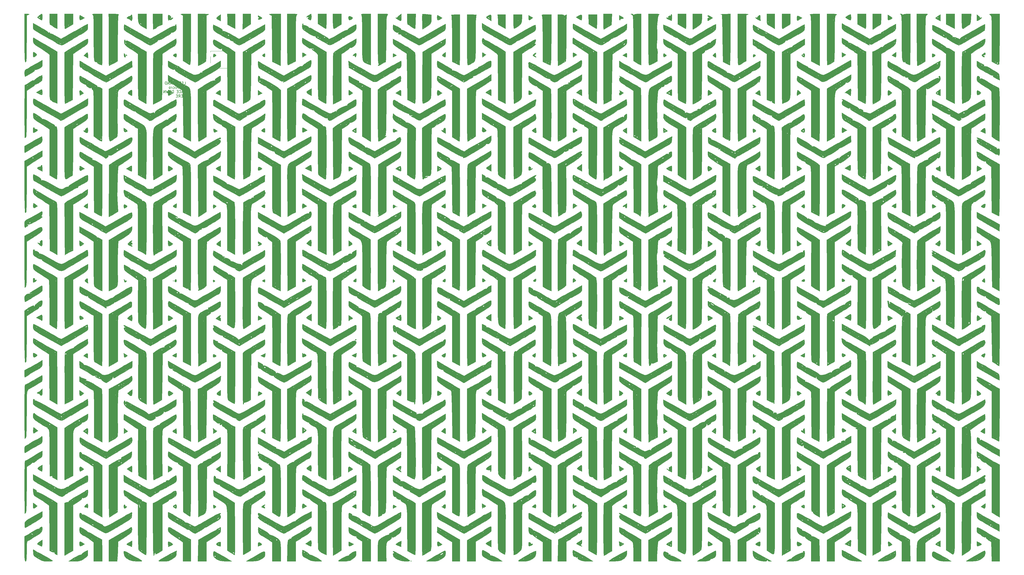
<source format=gbr>
G04 #@! TF.GenerationSoftware,KiCad,Pcbnew,9.0.2*
G04 #@! TF.CreationDate,2025-12-10T20:56:19-05:00*
G04 #@! TF.ProjectId,ThumbsUp,5468756d-6273-4557-902e-6b696361645f,rev?*
G04 #@! TF.SameCoordinates,Original*
G04 #@! TF.FileFunction,Legend,Bot*
G04 #@! TF.FilePolarity,Positive*
%FSLAX46Y46*%
G04 Gerber Fmt 4.6, Leading zero omitted, Abs format (unit mm)*
G04 Created by KiCad (PCBNEW 9.0.2) date 2025-12-10 20:56:19*
%MOMM*%
%LPD*%
G01*
G04 APERTURE LIST*
%ADD10C,0.150000*%
%ADD11C,0.120000*%
%ADD12C,0.010000*%
G04 APERTURE END LIST*
D10*
X52187030Y-43789987D02*
X52663220Y-43789987D01*
X52663220Y-43789987D02*
X52663220Y-42789987D01*
X51853696Y-43266177D02*
X51520363Y-43266177D01*
X51377506Y-43789987D02*
X51853696Y-43789987D01*
X51853696Y-43789987D02*
X51853696Y-42789987D01*
X51853696Y-42789987D02*
X51377506Y-42789987D01*
X50615601Y-43266177D02*
X50948934Y-43266177D01*
X50948934Y-43789987D02*
X50948934Y-42789987D01*
X50948934Y-42789987D02*
X50472744Y-42789987D01*
X50234648Y-42789987D02*
X49663220Y-42789987D01*
X49948934Y-43789987D02*
X49948934Y-42789987D01*
X48567981Y-43789987D02*
X48567981Y-42789987D01*
X48567981Y-43266177D02*
X47996553Y-43266177D01*
X47996553Y-43789987D02*
X47996553Y-42789987D01*
X47567981Y-43504272D02*
X47091791Y-43504272D01*
X47663219Y-43789987D02*
X47329886Y-42789987D01*
X47329886Y-42789987D02*
X46996553Y-43789987D01*
X46663219Y-43789987D02*
X46663219Y-42789987D01*
X46663219Y-42789987D02*
X46091791Y-43789987D01*
X46091791Y-43789987D02*
X46091791Y-42789987D01*
X45615600Y-43789987D02*
X45615600Y-42789987D01*
X45615600Y-42789987D02*
X45377505Y-42789987D01*
X45377505Y-42789987D02*
X45234648Y-42837606D01*
X45234648Y-42837606D02*
X45139410Y-42932844D01*
X45139410Y-42932844D02*
X45091791Y-43028082D01*
X45091791Y-43028082D02*
X45044172Y-43218558D01*
X45044172Y-43218558D02*
X45044172Y-43361415D01*
X45044172Y-43361415D02*
X45091791Y-43551891D01*
X45091791Y-43551891D02*
X45139410Y-43647129D01*
X45139410Y-43647129D02*
X45234648Y-43742368D01*
X45234648Y-43742368D02*
X45377505Y-43789987D01*
X45377505Y-43789987D02*
X45615600Y-43789987D01*
X52663220Y-45399931D02*
X52663220Y-44399931D01*
X52663220Y-44399931D02*
X52282268Y-44399931D01*
X52282268Y-44399931D02*
X52187030Y-44447550D01*
X52187030Y-44447550D02*
X52139411Y-44495169D01*
X52139411Y-44495169D02*
X52091792Y-44590407D01*
X52091792Y-44590407D02*
X52091792Y-44733264D01*
X52091792Y-44733264D02*
X52139411Y-44828502D01*
X52139411Y-44828502D02*
X52187030Y-44876121D01*
X52187030Y-44876121D02*
X52282268Y-44923740D01*
X52282268Y-44923740D02*
X52663220Y-44923740D01*
X51663220Y-45399931D02*
X51663220Y-44733264D01*
X51663220Y-44923740D02*
X51615601Y-44828502D01*
X51615601Y-44828502D02*
X51567982Y-44780883D01*
X51567982Y-44780883D02*
X51472744Y-44733264D01*
X51472744Y-44733264D02*
X51377506Y-44733264D01*
X50901315Y-45399931D02*
X50996553Y-45352312D01*
X50996553Y-45352312D02*
X51044172Y-45304692D01*
X51044172Y-45304692D02*
X51091791Y-45209454D01*
X51091791Y-45209454D02*
X51091791Y-44923740D01*
X51091791Y-44923740D02*
X51044172Y-44828502D01*
X51044172Y-44828502D02*
X50996553Y-44780883D01*
X50996553Y-44780883D02*
X50901315Y-44733264D01*
X50901315Y-44733264D02*
X50758458Y-44733264D01*
X50758458Y-44733264D02*
X50663220Y-44780883D01*
X50663220Y-44780883D02*
X50615601Y-44828502D01*
X50615601Y-44828502D02*
X50567982Y-44923740D01*
X50567982Y-44923740D02*
X50567982Y-45209454D01*
X50567982Y-45209454D02*
X50615601Y-45304692D01*
X50615601Y-45304692D02*
X50663220Y-45352312D01*
X50663220Y-45352312D02*
X50758458Y-45399931D01*
X50758458Y-45399931D02*
X50901315Y-45399931D01*
X50139410Y-45399931D02*
X50139410Y-44399931D01*
X50139410Y-44399931D02*
X49806077Y-45114216D01*
X49806077Y-45114216D02*
X49472744Y-44399931D01*
X49472744Y-44399931D02*
X49472744Y-45399931D01*
X48996553Y-45399931D02*
X48996553Y-44733264D01*
X48996553Y-44399931D02*
X49044172Y-44447550D01*
X49044172Y-44447550D02*
X48996553Y-44495169D01*
X48996553Y-44495169D02*
X48948934Y-44447550D01*
X48948934Y-44447550D02*
X48996553Y-44399931D01*
X48996553Y-44399931D02*
X48996553Y-44495169D01*
X48091792Y-45352312D02*
X48187030Y-45399931D01*
X48187030Y-45399931D02*
X48377506Y-45399931D01*
X48377506Y-45399931D02*
X48472744Y-45352312D01*
X48472744Y-45352312D02*
X48520363Y-45304692D01*
X48520363Y-45304692D02*
X48567982Y-45209454D01*
X48567982Y-45209454D02*
X48567982Y-44923740D01*
X48567982Y-44923740D02*
X48520363Y-44828502D01*
X48520363Y-44828502D02*
X48472744Y-44780883D01*
X48472744Y-44780883D02*
X48377506Y-44733264D01*
X48377506Y-44733264D02*
X48187030Y-44733264D01*
X48187030Y-44733264D02*
X48091792Y-44780883D01*
X47663220Y-45399931D02*
X47663220Y-44733264D01*
X47663220Y-44923740D02*
X47615601Y-44828502D01*
X47615601Y-44828502D02*
X47567982Y-44780883D01*
X47567982Y-44780883D02*
X47472744Y-44733264D01*
X47472744Y-44733264D02*
X47377506Y-44733264D01*
X46901315Y-45399931D02*
X46996553Y-45352312D01*
X46996553Y-45352312D02*
X47044172Y-45304692D01*
X47044172Y-45304692D02*
X47091791Y-45209454D01*
X47091791Y-45209454D02*
X47091791Y-44923740D01*
X47091791Y-44923740D02*
X47044172Y-44828502D01*
X47044172Y-44828502D02*
X46996553Y-44780883D01*
X46996553Y-44780883D02*
X46901315Y-44733264D01*
X46901315Y-44733264D02*
X46758458Y-44733264D01*
X46758458Y-44733264D02*
X46663220Y-44780883D01*
X46663220Y-44780883D02*
X46615601Y-44828502D01*
X46615601Y-44828502D02*
X46567982Y-44923740D01*
X46567982Y-44923740D02*
X46567982Y-45209454D01*
X46567982Y-45209454D02*
X46615601Y-45304692D01*
X46615601Y-45304692D02*
X46663220Y-45352312D01*
X46663220Y-45352312D02*
X46758458Y-45399931D01*
X46758458Y-45399931D02*
X46901315Y-45399931D01*
X52329887Y-46486065D02*
X52663220Y-46486065D01*
X52663220Y-47009875D02*
X52663220Y-46009875D01*
X52663220Y-46009875D02*
X52187030Y-46009875D01*
X51853696Y-46724160D02*
X51377506Y-46724160D01*
X51948934Y-47009875D02*
X51615601Y-46009875D01*
X51615601Y-46009875D02*
X51282268Y-47009875D01*
X50377506Y-46914636D02*
X50425125Y-46962256D01*
X50425125Y-46962256D02*
X50567982Y-47009875D01*
X50567982Y-47009875D02*
X50663220Y-47009875D01*
X50663220Y-47009875D02*
X50806077Y-46962256D01*
X50806077Y-46962256D02*
X50901315Y-46867017D01*
X50901315Y-46867017D02*
X50948934Y-46771779D01*
X50948934Y-46771779D02*
X50996553Y-46581303D01*
X50996553Y-46581303D02*
X50996553Y-46438446D01*
X50996553Y-46438446D02*
X50948934Y-46247970D01*
X50948934Y-46247970D02*
X50901315Y-46152732D01*
X50901315Y-46152732D02*
X50806077Y-46057494D01*
X50806077Y-46057494D02*
X50663220Y-46009875D01*
X50663220Y-46009875D02*
X50567982Y-46009875D01*
X50567982Y-46009875D02*
X50425125Y-46057494D01*
X50425125Y-46057494D02*
X50377506Y-46105113D01*
X49948934Y-46486065D02*
X49615601Y-46486065D01*
X49472744Y-47009875D02*
X49948934Y-47009875D01*
X49948934Y-47009875D02*
X49948934Y-46009875D01*
X49948934Y-46009875D02*
X49472744Y-46009875D01*
X48282267Y-47009875D02*
X48282267Y-46009875D01*
X48282267Y-46009875D02*
X48044172Y-46009875D01*
X48044172Y-46009875D02*
X47901315Y-46057494D01*
X47901315Y-46057494D02*
X47806077Y-46152732D01*
X47806077Y-46152732D02*
X47758458Y-46247970D01*
X47758458Y-46247970D02*
X47710839Y-46438446D01*
X47710839Y-46438446D02*
X47710839Y-46581303D01*
X47710839Y-46581303D02*
X47758458Y-46771779D01*
X47758458Y-46771779D02*
X47806077Y-46867017D01*
X47806077Y-46867017D02*
X47901315Y-46962256D01*
X47901315Y-46962256D02*
X48044172Y-47009875D01*
X48044172Y-47009875D02*
X48282267Y-47009875D01*
X47091791Y-46009875D02*
X46901315Y-46009875D01*
X46901315Y-46009875D02*
X46806077Y-46057494D01*
X46806077Y-46057494D02*
X46710839Y-46152732D01*
X46710839Y-46152732D02*
X46663220Y-46343208D01*
X46663220Y-46343208D02*
X46663220Y-46676541D01*
X46663220Y-46676541D02*
X46710839Y-46867017D01*
X46710839Y-46867017D02*
X46806077Y-46962256D01*
X46806077Y-46962256D02*
X46901315Y-47009875D01*
X46901315Y-47009875D02*
X47091791Y-47009875D01*
X47091791Y-47009875D02*
X47187029Y-46962256D01*
X47187029Y-46962256D02*
X47282267Y-46867017D01*
X47282267Y-46867017D02*
X47329886Y-46676541D01*
X47329886Y-46676541D02*
X47329886Y-46343208D01*
X47329886Y-46343208D02*
X47282267Y-46152732D01*
X47282267Y-46152732D02*
X47187029Y-46057494D01*
X47187029Y-46057494D02*
X47091791Y-46009875D01*
X46329886Y-46009875D02*
X46091791Y-47009875D01*
X46091791Y-47009875D02*
X45901315Y-46295589D01*
X45901315Y-46295589D02*
X45710839Y-47009875D01*
X45710839Y-47009875D02*
X45472744Y-46009875D01*
X45091791Y-47009875D02*
X45091791Y-46009875D01*
X45091791Y-46009875D02*
X44520363Y-47009875D01*
X44520363Y-47009875D02*
X44520363Y-46009875D01*
X52663220Y-48619819D02*
X52663220Y-47619819D01*
X52663220Y-48096009D02*
X52091792Y-48096009D01*
X52091792Y-48619819D02*
X52091792Y-47619819D01*
X51615601Y-48096009D02*
X51282268Y-48096009D01*
X51139411Y-48619819D02*
X51615601Y-48619819D01*
X51615601Y-48619819D02*
X51615601Y-47619819D01*
X51615601Y-47619819D02*
X51139411Y-47619819D01*
X50139411Y-48619819D02*
X50472744Y-48143628D01*
X50710839Y-48619819D02*
X50710839Y-47619819D01*
X50710839Y-47619819D02*
X50329887Y-47619819D01*
X50329887Y-47619819D02*
X50234649Y-47667438D01*
X50234649Y-47667438D02*
X50187030Y-47715057D01*
X50187030Y-47715057D02*
X50139411Y-47810295D01*
X50139411Y-47810295D02*
X50139411Y-47953152D01*
X50139411Y-47953152D02*
X50187030Y-48048390D01*
X50187030Y-48048390D02*
X50234649Y-48096009D01*
X50234649Y-48096009D02*
X50329887Y-48143628D01*
X50329887Y-48143628D02*
X50710839Y-48143628D01*
X49710839Y-48096009D02*
X49377506Y-48096009D01*
X49234649Y-48619819D02*
X49710839Y-48619819D01*
X49710839Y-48619819D02*
X49710839Y-47619819D01*
X49710839Y-47619819D02*
X49234649Y-47619819D01*
D11*
X62100000Y-31340000D02*
X68520000Y-31340000D01*
X62100000Y-31750000D02*
X62100000Y-31340000D01*
X62100000Y-35750000D02*
X62100000Y-33350000D01*
X62100000Y-37760000D02*
X62100000Y-37350000D01*
X68520000Y-31340000D02*
X68520000Y-31620000D01*
X68520000Y-33350000D02*
X68520000Y-35750000D01*
X68520000Y-37350000D02*
X68520000Y-37760000D01*
X68520000Y-37760000D02*
X62100000Y-37760000D01*
D12*
X48267368Y-117460000D02*
X48133684Y-117593684D01*
X48000000Y-117460000D01*
X48133684Y-117326316D01*
X48267368Y-117460000D01*
G36*
X48267368Y-117460000D02*
G01*
X48133684Y-117593684D01*
X48000000Y-117460000D01*
X48133684Y-117326316D01*
X48267368Y-117460000D01*
G37*
X131953684Y-89653684D02*
X131820000Y-89787369D01*
X131686316Y-89653684D01*
X131820000Y-89520000D01*
X131953684Y-89653684D01*
G36*
X131953684Y-89653684D02*
G01*
X131820000Y-89787369D01*
X131686316Y-89653684D01*
X131820000Y-89520000D01*
X131953684Y-89653684D01*
G37*
X137301053Y-222535790D02*
X137167368Y-222669474D01*
X137033684Y-222535790D01*
X137167368Y-222402105D01*
X137301053Y-222535790D01*
G36*
X137301053Y-222535790D02*
G01*
X137167368Y-222669474D01*
X137033684Y-222535790D01*
X137167368Y-222402105D01*
X137301053Y-222535790D01*
G37*
X242109474Y-26554737D02*
X241975789Y-26688421D01*
X241842105Y-26554737D01*
X241975789Y-26421053D01*
X242109474Y-26554737D01*
G36*
X242109474Y-26554737D02*
G01*
X241975789Y-26688421D01*
X241842105Y-26554737D01*
X241975789Y-26421053D01*
X242109474Y-26554737D01*
G37*
X16127512Y-32082146D02*
X16183158Y-32853011D01*
X16183158Y-33937601D01*
X14588658Y-32995707D01*
X15165146Y-32382064D01*
X15529026Y-32024937D01*
X15926504Y-31814002D01*
X16127512Y-32082146D01*
G36*
X16127512Y-32082146D02*
G01*
X16183158Y-32853011D01*
X16183158Y-33937601D01*
X14588658Y-32995707D01*
X15165146Y-32382064D01*
X15529026Y-32024937D01*
X15926504Y-31814002D01*
X16127512Y-32082146D01*
G37*
X63576432Y-117288432D02*
X63756936Y-117580385D01*
X63505133Y-117865146D01*
X63216895Y-117967860D01*
X63015839Y-117699401D01*
X62993041Y-117348387D01*
X63189758Y-117094503D01*
X63576432Y-117288432D01*
G36*
X63576432Y-117288432D02*
G01*
X63756936Y-117580385D01*
X63505133Y-117865146D01*
X63216895Y-117967860D01*
X63015839Y-117699401D01*
X62993041Y-117348387D01*
X63189758Y-117094503D01*
X63576432Y-117288432D01*
G37*
X65913684Y-20017943D02*
X65128533Y-19611926D01*
X64625230Y-19331085D01*
X64269778Y-18988122D01*
X64398161Y-18645919D01*
X65000194Y-18191786D01*
X65913684Y-17592979D01*
X65913684Y-20017943D01*
G36*
X65913684Y-20017943D02*
G01*
X65128533Y-19611926D01*
X64625230Y-19331085D01*
X64269778Y-18988122D01*
X64398161Y-18645919D01*
X65000194Y-18191786D01*
X65913684Y-17592979D01*
X65913684Y-20017943D01*
G37*
X65913684Y-104719015D02*
X65116894Y-104321524D01*
X64610612Y-104050402D01*
X64260759Y-103726478D01*
X64393936Y-103397921D01*
X65000194Y-102947576D01*
X65913684Y-102348768D01*
X65913684Y-104719015D01*
G36*
X65913684Y-104719015D02*
G01*
X65116894Y-104321524D01*
X64610612Y-104050402D01*
X64260759Y-103726478D01*
X64393936Y-103397921D01*
X65000194Y-102947576D01*
X65913684Y-102348768D01*
X65913684Y-104719015D01*
G37*
X99869474Y-48033470D02*
X98819306Y-47458236D01*
X98192968Y-47041748D01*
X98008127Y-46659872D01*
X98311340Y-46262502D01*
X99114737Y-45780768D01*
X99869474Y-45390479D01*
X99869474Y-48033470D01*
G36*
X99869474Y-48033470D02*
G01*
X98819306Y-47458236D01*
X98192968Y-47041748D01*
X98008127Y-46659872D01*
X98311340Y-46262502D01*
X99114737Y-45780768D01*
X99869474Y-45390479D01*
X99869474Y-48033470D01*
G37*
X164696372Y-88869650D02*
X165401246Y-89331501D01*
X163904210Y-90318653D01*
X163818511Y-89492570D01*
X163791393Y-89172487D01*
X163837763Y-88640140D01*
X164115587Y-88556108D01*
X164696372Y-88869650D01*
G36*
X164696372Y-88869650D02*
G01*
X165401246Y-89331501D01*
X163904210Y-90318653D01*
X163818511Y-89492570D01*
X163791393Y-89172487D01*
X163837763Y-88640140D01*
X164115587Y-88556108D01*
X164696372Y-88869650D01*
G37*
X216889706Y-188045263D02*
X216198011Y-188493614D01*
X215770151Y-188762413D01*
X215379951Y-188901448D01*
X215213545Y-188642277D01*
X215147019Y-187916906D01*
X215084230Y-186852759D01*
X216889706Y-188045263D01*
G36*
X216889706Y-188045263D02*
G01*
X216198011Y-188493614D01*
X215770151Y-188762413D01*
X215379951Y-188901448D01*
X215213545Y-188642277D01*
X215147019Y-187916906D01*
X215084230Y-186852759D01*
X216889706Y-188045263D01*
G37*
X265768834Y-117321874D02*
X265825517Y-117510892D01*
X265613050Y-117876408D01*
X265335726Y-118009058D01*
X265141226Y-117912054D01*
X265309019Y-117445719D01*
X265540436Y-117167011D01*
X265768834Y-117321874D01*
G36*
X265768834Y-117321874D02*
G01*
X265825517Y-117510892D01*
X265613050Y-117876408D01*
X265335726Y-118009058D01*
X265141226Y-117912054D01*
X265309019Y-117445719D01*
X265540436Y-117167011D01*
X265768834Y-117321874D01*
G37*
X268044210Y-189253337D02*
X267130720Y-188654530D01*
X266681476Y-188337183D01*
X266390252Y-187969438D01*
X266579385Y-187639403D01*
X267259060Y-187234391D01*
X268044210Y-186828373D01*
X268044210Y-189253337D01*
G36*
X268044210Y-189253337D02*
G01*
X267130720Y-188654530D01*
X266681476Y-188337183D01*
X266390252Y-187969438D01*
X266579385Y-187639403D01*
X267259060Y-187234391D01*
X268044210Y-186828373D01*
X268044210Y-189253337D01*
G37*
X333211742Y-60674810D02*
X333969986Y-61302765D01*
X332346316Y-62114737D01*
X332261735Y-61218967D01*
X332230662Y-60729355D01*
X332312237Y-60258596D01*
X332619055Y-60251990D01*
X333211742Y-60674810D01*
G36*
X333211742Y-60674810D02*
G01*
X333969986Y-61302765D01*
X332346316Y-62114737D01*
X332261735Y-61218967D01*
X332230662Y-60729355D01*
X332312237Y-60258596D01*
X332619055Y-60251990D01*
X333211742Y-60674810D01*
G37*
X352221136Y-60418999D02*
X352265263Y-61145134D01*
X352265263Y-62180794D01*
X350409627Y-61312632D01*
X351136919Y-60712381D01*
X351612982Y-60343124D01*
X352032058Y-60162535D01*
X352221136Y-60418999D01*
G36*
X352221136Y-60418999D02*
G01*
X352265263Y-61145134D01*
X352265263Y-62180794D01*
X350409627Y-61312632D01*
X351136919Y-60712381D01*
X351612982Y-60343124D01*
X352032058Y-60162535D01*
X352221136Y-60418999D01*
G37*
X-3591787Y-201329905D02*
X-2779364Y-201930556D01*
X-3391261Y-202401438D01*
X-3757882Y-202667072D01*
X-4172512Y-202830072D01*
X-4360176Y-202559602D01*
X-4404211Y-201806733D01*
X-4404211Y-200729255D01*
X-3591787Y-201329905D01*
G36*
X-3591787Y-201329905D02*
G01*
X-2779364Y-201930556D01*
X-3391261Y-202401438D01*
X-3757882Y-202667072D01*
X-4172512Y-202830072D01*
X-4360176Y-202559602D01*
X-4404211Y-201806733D01*
X-4404211Y-200729255D01*
X-3591787Y-201329905D01*
G37*
X13909738Y-46472944D02*
X14575262Y-47098172D01*
X13841842Y-47544212D01*
X13108421Y-47990253D01*
X13023840Y-47071462D01*
X12995085Y-46578835D01*
X13079129Y-46079384D01*
X13370948Y-46052914D01*
X13909738Y-46472944D01*
G36*
X13909738Y-46472944D02*
G01*
X14575262Y-47098172D01*
X13841842Y-47544212D01*
X13108421Y-47990253D01*
X13023840Y-47071462D01*
X12995085Y-46578835D01*
X13079129Y-46079384D01*
X13370948Y-46052914D01*
X13909738Y-46472944D01*
G37*
X29947166Y-32385133D02*
X30207966Y-33038421D01*
X30266586Y-33464992D01*
X30027520Y-33640000D01*
X29748923Y-33405143D01*
X29599442Y-32775413D01*
X29599453Y-32385549D01*
X29723936Y-32158695D01*
X29947166Y-32385133D01*
G36*
X29947166Y-32385133D02*
G01*
X30207966Y-33038421D01*
X30266586Y-33464992D01*
X30027520Y-33640000D01*
X29748923Y-33405143D01*
X29599442Y-32775413D01*
X29599453Y-32385549D01*
X29723936Y-32158695D01*
X29947166Y-32385133D01*
G37*
X30514478Y-32582830D02*
X30754737Y-32837895D01*
X30796514Y-32941463D01*
X30636832Y-33105263D01*
X30559224Y-33094989D01*
X30353684Y-32837895D01*
X30356750Y-32777387D01*
X30471589Y-32570527D01*
X30514478Y-32582830D01*
G36*
X30514478Y-32582830D02*
G01*
X30754737Y-32837895D01*
X30796514Y-32941463D01*
X30636832Y-33105263D01*
X30559224Y-33094989D01*
X30353684Y-32837895D01*
X30356750Y-32777387D01*
X30471589Y-32570527D01*
X30514478Y-32582830D01*
G37*
X49230482Y-116930480D02*
X49336842Y-117429328D01*
X49336340Y-117487381D01*
X49237127Y-117934442D01*
X48922664Y-117952704D01*
X48626767Y-117640970D01*
X48650993Y-117183444D01*
X49002631Y-116858296D01*
X49230482Y-116930480D01*
G36*
X49230482Y-116930480D02*
G01*
X49336842Y-117429328D01*
X49336340Y-117487381D01*
X49237127Y-117934442D01*
X48922664Y-117952704D01*
X48626767Y-117640970D01*
X48650993Y-117183444D01*
X49002631Y-116858296D01*
X49230482Y-116930480D01*
G37*
X65850189Y-46237965D02*
X65913684Y-46974608D01*
X65913684Y-48010268D01*
X64983667Y-47576187D01*
X64053651Y-47142105D01*
X64731208Y-46540527D01*
X65160651Y-46188531D01*
X65619352Y-45983345D01*
X65850189Y-46237965D01*
G36*
X65850189Y-46237965D02*
G01*
X65913684Y-46974608D01*
X65913684Y-48010268D01*
X64983667Y-47576187D01*
X64053651Y-47142105D01*
X64731208Y-46540527D01*
X65160651Y-46188531D01*
X65619352Y-45983345D01*
X65850189Y-46237965D01*
G37*
X79977635Y-181507040D02*
X80217895Y-181762105D01*
X80259672Y-181865674D01*
X80099990Y-182029474D01*
X80022382Y-182019199D01*
X79816842Y-181762105D01*
X79819907Y-181701598D01*
X79934747Y-181494737D01*
X79977635Y-181507040D01*
G36*
X79977635Y-181507040D02*
G01*
X80217895Y-181762105D01*
X80259672Y-181865674D01*
X80099990Y-182029474D01*
X80022382Y-182019199D01*
X79816842Y-181762105D01*
X79819907Y-181701598D01*
X79934747Y-181494737D01*
X79977635Y-181507040D01*
G37*
X82543391Y-145428395D02*
X82515221Y-145609972D01*
X82373164Y-146074271D01*
X82077446Y-146133237D01*
X81480074Y-145844828D01*
X80870674Y-145506499D01*
X81763810Y-145080592D01*
X82656947Y-144654685D01*
X82543391Y-145428395D01*
G36*
X82543391Y-145428395D02*
G01*
X82515221Y-145609972D01*
X82373164Y-146074271D01*
X82077446Y-146133237D01*
X81480074Y-145844828D01*
X80870674Y-145506499D01*
X81763810Y-145080592D01*
X82656947Y-144654685D01*
X82543391Y-145428395D01*
G37*
X97280997Y-32210041D02*
X97937514Y-32704211D01*
X97232441Y-33170379D01*
X96527368Y-33636548D01*
X96441669Y-32810464D01*
X96415310Y-32494757D01*
X96462730Y-31954269D01*
X96732221Y-31873007D01*
X97280997Y-32210041D01*
G36*
X97280997Y-32210041D02*
G01*
X97937514Y-32704211D01*
X97232441Y-33170379D01*
X96527368Y-33636548D01*
X96441669Y-32810464D01*
X96415310Y-32494757D01*
X96462730Y-31954269D01*
X96732221Y-31873007D01*
X97280997Y-32210041D01*
G37*
X114557762Y-159065516D02*
X115342892Y-159645988D01*
X114758288Y-160134099D01*
X114408492Y-160408604D01*
X114004310Y-160583530D01*
X113817820Y-160316268D01*
X113772631Y-159562522D01*
X113772631Y-158485044D01*
X114557762Y-159065516D01*
G36*
X114557762Y-159065516D02*
G01*
X115342892Y-159645988D01*
X114758288Y-160134099D01*
X114408492Y-160408604D01*
X114004310Y-160583530D01*
X113817820Y-160316268D01*
X113772631Y-159562522D01*
X113772631Y-158485044D01*
X114557762Y-159065516D01*
G37*
X116661779Y-145390566D02*
X116639619Y-145653731D01*
X116535997Y-146085329D01*
X116258190Y-146121170D01*
X115662997Y-145823295D01*
X115013363Y-145463433D01*
X115868489Y-145021230D01*
X116723616Y-144579027D01*
X116661779Y-145390566D01*
G36*
X116661779Y-145390566D02*
G01*
X116639619Y-145653731D01*
X116535997Y-146085329D01*
X116258190Y-146121170D01*
X115662997Y-145823295D01*
X115013363Y-145463433D01*
X115868489Y-145021230D01*
X116723616Y-144579027D01*
X116661779Y-145390566D01*
G37*
X116713684Y-139502116D02*
X116703410Y-139579723D01*
X116446316Y-139785263D01*
X116385808Y-139782198D01*
X116178947Y-139667358D01*
X116191251Y-139624470D01*
X116446316Y-139384211D01*
X116549884Y-139342434D01*
X116713684Y-139502116D01*
G36*
X116713684Y-139502116D02*
G01*
X116703410Y-139579723D01*
X116446316Y-139785263D01*
X116385808Y-139782198D01*
X116178947Y-139667358D01*
X116191251Y-139624470D01*
X116446316Y-139384211D01*
X116549884Y-139342434D01*
X116713684Y-139502116D01*
G37*
X150079117Y-172981097D02*
X150134737Y-173747919D01*
X150134737Y-174824259D01*
X149305605Y-174395498D01*
X148476474Y-173966738D01*
X149084843Y-173319158D01*
X149471618Y-172938616D01*
X149876137Y-172718705D01*
X150079117Y-172981097D01*
G36*
X150079117Y-172981097D02*
G01*
X150134737Y-173747919D01*
X150134737Y-174824259D01*
X149305605Y-174395498D01*
X148476474Y-173966738D01*
X149084843Y-173319158D01*
X149471618Y-172938616D01*
X149876137Y-172718705D01*
X150079117Y-172981097D01*
G37*
X181965932Y-18317326D02*
X182782391Y-18799620D01*
X182203681Y-19268231D01*
X181959221Y-19456688D01*
X181465120Y-19700254D01*
X181217325Y-19486790D01*
X181149474Y-18785937D01*
X181149474Y-17835031D01*
X181965932Y-18317326D01*
G36*
X181965932Y-18317326D02*
G01*
X182782391Y-18799620D01*
X182203681Y-19268231D01*
X181959221Y-19456688D01*
X181465120Y-19700254D01*
X181217325Y-19486790D01*
X181149474Y-18785937D01*
X181149474Y-17835031D01*
X181965932Y-18317326D01*
G37*
X181965932Y-103073115D02*
X182782391Y-103555409D01*
X182203681Y-104024020D01*
X181959221Y-104212477D01*
X181465120Y-104456043D01*
X181217325Y-104242580D01*
X181149474Y-103541726D01*
X181149474Y-102590821D01*
X181965932Y-103073115D01*
G36*
X181965932Y-103073115D02*
G01*
X182782391Y-103555409D01*
X182203681Y-104024020D01*
X181959221Y-104212477D01*
X181465120Y-104456043D01*
X181217325Y-104242580D01*
X181149474Y-103541726D01*
X181149474Y-102590821D01*
X181965932Y-103073115D01*
G37*
X198613629Y-32210041D02*
X199270146Y-32704211D01*
X198565073Y-33170379D01*
X197860000Y-33636548D01*
X197774301Y-32810464D01*
X197747941Y-32494757D01*
X197795362Y-31954269D01*
X198064853Y-31873007D01*
X198613629Y-32210041D01*
G36*
X198613629Y-32210041D02*
G01*
X199270146Y-32704211D01*
X198565073Y-33170379D01*
X197860000Y-33636548D01*
X197774301Y-32810464D01*
X197747941Y-32494757D01*
X197795362Y-31954269D01*
X198064853Y-31873007D01*
X198613629Y-32210041D01*
G37*
X216034043Y-102988481D02*
X216899847Y-103556842D01*
X216203081Y-104022975D01*
X215797145Y-104285109D01*
X215394359Y-104437347D01*
X215229172Y-104182337D01*
X215187384Y-103456375D01*
X215168240Y-102420119D01*
X216034043Y-102988481D01*
G36*
X216034043Y-102988481D02*
G01*
X216899847Y-103556842D01*
X216203081Y-104022975D01*
X215797145Y-104285109D01*
X215394359Y-104437347D01*
X215229172Y-104182337D01*
X215187384Y-103456375D01*
X215168240Y-102420119D01*
X216034043Y-102988481D01*
G37*
X248660000Y-119635944D02*
X248851982Y-119722521D01*
X249061053Y-119894921D01*
X249016725Y-119942797D01*
X248660000Y-120000000D01*
X248475632Y-119970825D01*
X248258947Y-119741023D01*
X248315721Y-119630387D01*
X248660000Y-119635944D01*
G36*
X248660000Y-119635944D02*
G01*
X248851982Y-119722521D01*
X249061053Y-119894921D01*
X249016725Y-119942797D01*
X248660000Y-120000000D01*
X248475632Y-119970825D01*
X248258947Y-119741023D01*
X248315721Y-119630387D01*
X248660000Y-119635944D01*
G37*
X251338696Y-144834947D02*
X251378246Y-145495674D01*
X251378246Y-146393454D01*
X250625063Y-145963569D01*
X249871881Y-145533684D01*
X250469098Y-145071735D01*
X250709036Y-144890667D01*
X251150432Y-144649508D01*
X251338696Y-144834947D01*
G36*
X251338696Y-144834947D02*
G01*
X251378246Y-145495674D01*
X251378246Y-146393454D01*
X250625063Y-145963569D01*
X249871881Y-145533684D01*
X250469098Y-145071735D01*
X250709036Y-144890667D01*
X251150432Y-144649508D01*
X251338696Y-144834947D01*
G37*
X266109854Y-201858907D02*
X266258354Y-202167197D01*
X265962801Y-202518825D01*
X265503208Y-202820282D01*
X265284476Y-202746280D01*
X265236842Y-202215790D01*
X265313663Y-201759530D01*
X265623132Y-201561596D01*
X266109854Y-201858907D01*
G36*
X266109854Y-201858907D02*
G01*
X266258354Y-202167197D01*
X265962801Y-202518825D01*
X265503208Y-202820282D01*
X265284476Y-202746280D01*
X265236842Y-202215790D01*
X265313663Y-201759530D01*
X265623132Y-201561596D01*
X266109854Y-201858907D01*
G37*
X267914508Y-46257153D02*
X268002820Y-47009285D01*
X268065974Y-48079622D01*
X267096024Y-47617085D01*
X266126073Y-47154548D01*
X266832683Y-46546748D01*
X267288515Y-46178271D01*
X267707109Y-45992284D01*
X267914508Y-46257153D01*
G36*
X267914508Y-46257153D02*
G01*
X268002820Y-47009285D01*
X268065974Y-48079622D01*
X267096024Y-47617085D01*
X266126073Y-47154548D01*
X266832683Y-46546748D01*
X267288515Y-46178271D01*
X267707109Y-45992284D01*
X267914508Y-46257153D01*
G37*
X318844210Y-32696206D02*
X318842783Y-33094012D01*
X318780766Y-33529586D01*
X318527565Y-33562945D01*
X317948414Y-33282256D01*
X317258861Y-32924512D01*
X318051536Y-32338462D01*
X318844210Y-31752413D01*
X318844210Y-32696206D01*
G36*
X318844210Y-32696206D02*
G01*
X318842783Y-33094012D01*
X318780766Y-33529586D01*
X318527565Y-33562945D01*
X317948414Y-33282256D01*
X317258861Y-32924512D01*
X318051536Y-32338462D01*
X318844210Y-31752413D01*
X318844210Y-32696206D01*
G37*
X352265263Y-201930215D02*
X352260618Y-202242117D01*
X352166267Y-202744042D01*
X351861514Y-202813080D01*
X351231179Y-202514286D01*
X350598148Y-202163310D01*
X351431705Y-201569765D01*
X352265263Y-200976219D01*
X352265263Y-201930215D01*
G36*
X352265263Y-201930215D02*
G01*
X352260618Y-202242117D01*
X352166267Y-202744042D01*
X351861514Y-202813080D01*
X351231179Y-202514286D01*
X350598148Y-202163310D01*
X351431705Y-201569765D01*
X352265263Y-200976219D01*
X352265263Y-201930215D01*
G37*
X16051432Y-116761853D02*
X16131726Y-117460850D01*
X16166938Y-118397489D01*
X15498083Y-117959239D01*
X15094669Y-117666332D01*
X15000708Y-117398188D01*
X15280263Y-117022599D01*
X15455178Y-116837597D01*
X15844833Y-116563839D01*
X16051432Y-116761853D01*
G36*
X16051432Y-116761853D02*
G01*
X16131726Y-117460850D01*
X16166938Y-118397489D01*
X15498083Y-117959239D01*
X15094669Y-117666332D01*
X15000708Y-117398188D01*
X15280263Y-117022599D01*
X15455178Y-116837597D01*
X15844833Y-116563839D01*
X16051432Y-116761853D01*
G37*
X63943147Y-60776062D02*
X64662983Y-61247717D01*
X64018334Y-61595372D01*
X63653077Y-61770541D01*
X63376439Y-61718842D01*
X63223119Y-61226777D01*
X63174656Y-60983407D01*
X63145243Y-60499810D01*
X63374325Y-60447646D01*
X63943147Y-60776062D01*
G36*
X63943147Y-60776062D02*
G01*
X64662983Y-61247717D01*
X64018334Y-61595372D01*
X63653077Y-61770541D01*
X63376439Y-61718842D01*
X63223119Y-61226777D01*
X63174656Y-60983407D01*
X63145243Y-60499810D01*
X63374325Y-60447646D01*
X63943147Y-60776062D01*
G37*
X65913684Y-76410296D02*
X64977895Y-75964049D01*
X64798343Y-75875297D01*
X64259138Y-75560458D01*
X64042105Y-75349474D01*
X64059509Y-75308877D01*
X64380336Y-75058894D01*
X64977895Y-74734898D01*
X65913684Y-74288651D01*
X65913684Y-76410296D01*
G36*
X65913684Y-76410296D02*
G01*
X64977895Y-75964049D01*
X64798343Y-75875297D01*
X64259138Y-75560458D01*
X64042105Y-75349474D01*
X64059509Y-75308877D01*
X64380336Y-75058894D01*
X64977895Y-74734898D01*
X65913684Y-74288651D01*
X65913684Y-76410296D01*
G37*
X82456290Y-173382175D02*
X82456341Y-173977720D01*
X82582999Y-174476477D01*
X82624988Y-174547361D01*
X82678859Y-174779062D01*
X82384095Y-174706326D01*
X81700273Y-174322085D01*
X80897096Y-173833644D01*
X82536036Y-172621924D01*
X82456290Y-173382175D01*
G36*
X82456290Y-173382175D02*
G01*
X82456341Y-173977720D01*
X82582999Y-174476477D01*
X82624988Y-174547361D01*
X82678859Y-174779062D01*
X82384095Y-174706326D01*
X81700273Y-174322085D01*
X80897096Y-173833644D01*
X82536036Y-172621924D01*
X82456290Y-173382175D01*
G37*
X97205257Y-116933832D02*
X97752741Y-117429297D01*
X97140055Y-117759894D01*
X96829215Y-117911476D01*
X96553885Y-117881771D01*
X96440408Y-117416592D01*
X96430934Y-117338173D01*
X96449190Y-116728129D01*
X96703189Y-116595943D01*
X97205257Y-116933832D01*
G36*
X97205257Y-116933832D02*
G01*
X97752741Y-117429297D01*
X97140055Y-117759894D01*
X96829215Y-117911476D01*
X96553885Y-117881771D01*
X96440408Y-117416592D01*
X96430934Y-117338173D01*
X96449190Y-116728129D01*
X96703189Y-116595943D01*
X97205257Y-116933832D01*
G37*
X115411848Y-47074769D02*
X114659082Y-47533777D01*
X114649060Y-47539887D01*
X114137419Y-47825527D01*
X113914178Y-47814523D01*
X113820878Y-47500604D01*
X113788950Y-47161121D01*
X113820878Y-46446994D01*
X113906316Y-45885567D01*
X115411848Y-47074769D01*
G36*
X115411848Y-47074769D02*
G01*
X114659082Y-47533777D01*
X114649060Y-47539887D01*
X114137419Y-47825527D01*
X113914178Y-47814523D01*
X113820878Y-47500604D01*
X113788950Y-47161121D01*
X113820878Y-46446994D01*
X113906316Y-45885567D01*
X115411848Y-47074769D01*
G37*
X131186972Y-145185034D02*
X132024470Y-145476987D01*
X131387498Y-145830072D01*
X131208827Y-145927212D01*
X130657878Y-146156217D01*
X130408192Y-146039683D01*
X130349474Y-145547593D01*
X130390664Y-145119038D01*
X130618085Y-145019399D01*
X131186972Y-145185034D01*
G36*
X131186972Y-145185034D02*
G01*
X132024470Y-145476987D01*
X131387498Y-145830072D01*
X131208827Y-145927212D01*
X130657878Y-146156217D01*
X130408192Y-146039683D01*
X130349474Y-145547593D01*
X130390664Y-145119038D01*
X130618085Y-145019399D01*
X131186972Y-145185034D01*
G37*
X131321367Y-60776965D02*
X132042580Y-61249522D01*
X131262869Y-61570949D01*
X130760117Y-61749319D01*
X130500523Y-61673774D01*
X130396198Y-61243850D01*
X130378787Y-61097176D01*
X130413793Y-60557773D01*
X130710169Y-60460028D01*
X131321367Y-60776965D01*
G36*
X131321367Y-60776965D02*
G01*
X132042580Y-61249522D01*
X131262869Y-61570949D01*
X130760117Y-61749319D01*
X130500523Y-61673774D01*
X130396198Y-61243850D01*
X130378787Y-61097176D01*
X130413793Y-60557773D01*
X130710169Y-60460028D01*
X131321367Y-60776965D01*
G37*
X131080427Y-201746612D02*
X131731149Y-202172981D01*
X131107153Y-202519122D01*
X130675027Y-202754212D01*
X130434198Y-202874736D01*
X130406220Y-202653696D01*
X130407472Y-202102227D01*
X130445305Y-201594139D01*
X130619386Y-201480345D01*
X131080427Y-201746612D01*
G36*
X131080427Y-201746612D02*
G01*
X131731149Y-202172981D01*
X131107153Y-202519122D01*
X130675027Y-202754212D01*
X130434198Y-202874736D01*
X130406220Y-202653696D01*
X130407472Y-202102227D01*
X130445305Y-201594139D01*
X130619386Y-201480345D01*
X131080427Y-201746612D01*
G37*
X133466917Y-217243351D02*
X132442932Y-216841119D01*
X132202807Y-216742297D01*
X131643560Y-216466346D01*
X131421153Y-216278917D01*
X131462499Y-216212488D01*
X131832201Y-215929668D01*
X132460244Y-215556223D01*
X133497131Y-214993499D01*
X133466917Y-217243351D01*
G36*
X133466917Y-217243351D02*
G01*
X132442932Y-216841119D01*
X132202807Y-216742297D01*
X131643560Y-216466346D01*
X131421153Y-216278917D01*
X131462499Y-216212488D01*
X131832201Y-215929668D01*
X132460244Y-215556223D01*
X133497131Y-214993499D01*
X133466917Y-217243351D01*
G37*
X150031488Y-116797080D02*
X150075822Y-117314213D01*
X150074227Y-117591641D01*
X149950203Y-117937073D01*
X149577100Y-117932534D01*
X149073257Y-117730583D01*
X149011347Y-117438474D01*
X149453682Y-117009932D01*
X149843631Y-116742200D01*
X150031488Y-116797080D01*
G36*
X150031488Y-116797080D02*
G01*
X150075822Y-117314213D01*
X150074227Y-117591641D01*
X149950203Y-117937073D01*
X149577100Y-117932534D01*
X149073257Y-117730583D01*
X149011347Y-117438474D01*
X149453682Y-117009932D01*
X149843631Y-116742200D01*
X150031488Y-116797080D01*
G37*
X164582100Y-116933832D02*
X165129583Y-117429297D01*
X164516897Y-117759894D01*
X164206057Y-117911476D01*
X163930727Y-117881771D01*
X163817250Y-117416592D01*
X163807776Y-117338173D01*
X163826032Y-116728129D01*
X164080031Y-116595943D01*
X164582100Y-116933832D01*
G36*
X164582100Y-116933832D02*
G01*
X165129583Y-117429297D01*
X164516897Y-117759894D01*
X164206057Y-117911476D01*
X163930727Y-117881771D01*
X163817250Y-117416592D01*
X163807776Y-117338173D01*
X163826032Y-116728129D01*
X164080031Y-116595943D01*
X164582100Y-116933832D01*
G37*
X167246316Y-217277680D02*
X166179047Y-216698314D01*
X165862325Y-216520335D01*
X165324446Y-216180550D01*
X165111779Y-215985263D01*
X165160050Y-215919387D01*
X165541636Y-215644870D01*
X166179047Y-215272213D01*
X167246316Y-214692847D01*
X167246316Y-217277680D01*
G36*
X167246316Y-217277680D02*
G01*
X166179047Y-216698314D01*
X165862325Y-216520335D01*
X165324446Y-216180550D01*
X165111779Y-215985263D01*
X165160050Y-215919387D01*
X165541636Y-215644870D01*
X166179047Y-215272213D01*
X167246316Y-214692847D01*
X167246316Y-217277680D01*
G37*
X183823158Y-145393837D02*
X183823091Y-145422332D01*
X183743338Y-146033131D01*
X183463382Y-146163642D01*
X182909851Y-145850555D01*
X182629120Y-145605274D01*
X182669617Y-145378187D01*
X183126117Y-145042286D01*
X183823158Y-144585568D01*
X183823158Y-145393837D01*
G36*
X183823158Y-145393837D02*
G01*
X183823091Y-145422332D01*
X183743338Y-146033131D01*
X183463382Y-146163642D01*
X182909851Y-145850555D01*
X182629120Y-145605274D01*
X182669617Y-145378187D01*
X183126117Y-145042286D01*
X183823158Y-144585568D01*
X183823158Y-145393837D01*
G37*
X183989595Y-116763567D02*
X183994597Y-117205338D01*
X183927231Y-117589836D01*
X183628375Y-117842858D01*
X183071941Y-117630793D01*
X182994848Y-117573618D01*
X182958916Y-117328639D01*
X183377065Y-116979361D01*
X183806422Y-116720551D01*
X183989595Y-116763567D01*
G36*
X183989595Y-116763567D02*
G01*
X183994597Y-117205338D01*
X183927231Y-117589836D01*
X183628375Y-117842858D01*
X183071941Y-117630793D01*
X182994848Y-117573618D01*
X182958916Y-117328639D01*
X183377065Y-116979361D01*
X183806422Y-116720551D01*
X183989595Y-116763567D01*
G37*
X183916168Y-201396817D02*
X183952327Y-201900190D01*
X183857280Y-202658529D01*
X183645620Y-202693481D01*
X183149776Y-202524845D01*
X182476395Y-202215790D01*
X183045712Y-201747895D01*
X183480820Y-201433476D01*
X183816273Y-201280000D01*
X183916168Y-201396817D01*
G36*
X183916168Y-201396817D02*
G01*
X183952327Y-201900190D01*
X183857280Y-202658529D01*
X183645620Y-202693481D01*
X183149776Y-202524845D01*
X182476395Y-202215790D01*
X183045712Y-201747895D01*
X183480820Y-201433476D01*
X183816273Y-201280000D01*
X183916168Y-201396817D01*
G37*
X218046316Y-145411151D02*
X218024164Y-145865458D01*
X217863258Y-146118196D01*
X217444737Y-146056388D01*
X217189695Y-145972767D01*
X216674653Y-145690055D01*
X216684945Y-145381374D01*
X217213489Y-145014834D01*
X218046316Y-144584163D01*
X218046316Y-145411151D01*
G36*
X218046316Y-145411151D02*
G01*
X218024164Y-145865458D01*
X217863258Y-146118196D01*
X217444737Y-146056388D01*
X217189695Y-145972767D01*
X216674653Y-145690055D01*
X216684945Y-145381374D01*
X217213489Y-145014834D01*
X218046316Y-144584163D01*
X218046316Y-145411151D01*
G37*
X218001778Y-173709972D02*
X217948267Y-174348985D01*
X217810945Y-174612793D01*
X217535130Y-174538350D01*
X216944599Y-174182702D01*
X216632164Y-173882033D01*
X216733599Y-173605072D01*
X217218262Y-173224793D01*
X218043824Y-172636941D01*
X218001778Y-173709972D01*
G36*
X218001778Y-173709972D02*
G01*
X217948267Y-174348985D01*
X217810945Y-174612793D01*
X217535130Y-174538350D01*
X216944599Y-174182702D01*
X216632164Y-173882033D01*
X216733599Y-173605072D01*
X217218262Y-173224793D01*
X218043824Y-172636941D01*
X218001778Y-173709972D01*
G37*
X232221365Y-117123524D02*
X232468010Y-117287005D01*
X232602696Y-117515258D01*
X232303947Y-117794211D01*
X231885081Y-118071653D01*
X231709832Y-117994657D01*
X231682105Y-117457735D01*
X231692918Y-117146596D01*
X231825136Y-116935529D01*
X232221365Y-117123524D01*
G36*
X232221365Y-117123524D02*
G01*
X232468010Y-117287005D01*
X232602696Y-117515258D01*
X232303947Y-117794211D01*
X231885081Y-118071653D01*
X231709832Y-117994657D01*
X231682105Y-117457735D01*
X231692918Y-117146596D01*
X231825136Y-116935529D01*
X232221365Y-117123524D01*
G37*
X265913618Y-32637793D02*
X266099099Y-32759203D01*
X266252778Y-32989997D01*
X265952228Y-33282346D01*
X265479458Y-33583032D01*
X265265085Y-33506509D01*
X265302150Y-32986945D01*
X265353310Y-32758089D01*
X265537480Y-32490309D01*
X265913618Y-32637793D01*
G36*
X265913618Y-32637793D02*
G01*
X266099099Y-32759203D01*
X266252778Y-32989997D01*
X265952228Y-33282346D01*
X265479458Y-33583032D01*
X265265085Y-33506509D01*
X265302150Y-32986945D01*
X265353310Y-32758089D01*
X265537480Y-32490309D01*
X265913618Y-32637793D01*
G37*
X284528806Y-116882640D02*
X284621053Y-117326316D01*
X284580327Y-117651484D01*
X284309396Y-117847121D01*
X283699272Y-117695748D01*
X283545704Y-117631239D01*
X283426842Y-117462503D01*
X283744247Y-117169514D01*
X284209878Y-116871302D01*
X284528806Y-116882640D01*
G36*
X284528806Y-116882640D02*
G01*
X284621053Y-117326316D01*
X284580327Y-117651484D01*
X284309396Y-117847121D01*
X283699272Y-117695748D01*
X283545704Y-117631239D01*
X283426842Y-117462503D01*
X283744247Y-117169514D01*
X284209878Y-116871302D01*
X284528806Y-116882640D01*
G37*
X318844210Y-145411151D02*
X318822059Y-145865458D01*
X318661153Y-146118196D01*
X318242631Y-146056388D01*
X317987589Y-145972767D01*
X317472548Y-145690055D01*
X317482840Y-145381374D01*
X318011384Y-145014834D01*
X318844210Y-144584163D01*
X318844210Y-145411151D01*
G36*
X318844210Y-145411151D02*
G01*
X318822059Y-145865458D01*
X318661153Y-146118196D01*
X318242631Y-146056388D01*
X317987589Y-145972767D01*
X317472548Y-145690055D01*
X317482840Y-145381374D01*
X318011384Y-145014834D01*
X318844210Y-144584163D01*
X318844210Y-145411151D01*
G37*
X318741748Y-116768986D02*
X318784661Y-117291885D01*
X318782428Y-117596363D01*
X318657622Y-117937709D01*
X318290740Y-117933624D01*
X317886500Y-117760381D01*
X317840417Y-117450748D01*
X318268658Y-116962201D01*
X318581048Y-116707774D01*
X318741748Y-116768986D01*
G36*
X318741748Y-116768986D02*
G01*
X318784661Y-117291885D01*
X318782428Y-117596363D01*
X318657622Y-117937709D01*
X318290740Y-117933624D01*
X317886500Y-117760381D01*
X317840417Y-117450748D01*
X318268658Y-116962201D01*
X318581048Y-116707774D01*
X318741748Y-116768986D01*
G37*
X332947895Y-32382638D02*
X333394276Y-32649114D01*
X333499450Y-32985178D01*
X333081579Y-33351216D01*
X332550321Y-33596978D01*
X332308649Y-33463150D01*
X332290237Y-32874458D01*
X332339463Y-32464694D01*
X332516616Y-32247242D01*
X332947895Y-32382638D01*
G36*
X332947895Y-32382638D02*
G01*
X333394276Y-32649114D01*
X333499450Y-32985178D01*
X333081579Y-33351216D01*
X332550321Y-33596978D01*
X332308649Y-33463150D01*
X332290237Y-32874458D01*
X332339463Y-32464694D01*
X332516616Y-32247242D01*
X332947895Y-32382638D01*
G37*
X-3392777Y-173027040D02*
X-2515027Y-173677395D01*
X-3392777Y-174236105D01*
X-3642850Y-174394245D01*
X-4085060Y-174635383D01*
X-4274631Y-174592735D01*
X-4355482Y-174271610D01*
X-4389517Y-173810987D01*
X-4355482Y-173062545D01*
X-4270526Y-172376684D01*
X-3392777Y-173027040D01*
G36*
X-3392777Y-173027040D02*
G01*
X-2515027Y-173677395D01*
X-3392777Y-174236105D01*
X-3642850Y-174394245D01*
X-4085060Y-174635383D01*
X-4274631Y-174592735D01*
X-4355482Y-174271610D01*
X-4389517Y-173810987D01*
X-4355482Y-173062545D01*
X-4270526Y-172376684D01*
X-3392777Y-173027040D01*
G37*
X13473941Y-215295542D02*
X14144605Y-215693538D01*
X14913421Y-216200394D01*
X14144605Y-216616861D01*
X13661017Y-216866504D01*
X13203606Y-216996006D01*
X13012918Y-216763024D01*
X12974737Y-216118948D01*
X12990726Y-215638556D01*
X13122810Y-215265034D01*
X13473941Y-215295542D01*
G36*
X13473941Y-215295542D02*
G01*
X14144605Y-215693538D01*
X14913421Y-216200394D01*
X14144605Y-216616861D01*
X13661017Y-216866504D01*
X13203606Y-216996006D01*
X13012918Y-216763024D01*
X12974737Y-216118948D01*
X12990726Y-215638556D01*
X13122810Y-215265034D01*
X13473941Y-215295542D01*
G37*
X14056034Y-187600022D02*
X14661835Y-188090569D01*
X14026163Y-188535811D01*
X13734920Y-188731356D01*
X13250686Y-188941424D01*
X13028246Y-188727169D01*
X12974737Y-188045263D01*
X12983995Y-187716473D01*
X13113225Y-187219146D01*
X13448056Y-187189600D01*
X14056034Y-187600022D01*
G36*
X14056034Y-187600022D02*
G01*
X14661835Y-188090569D01*
X14026163Y-188535811D01*
X13734920Y-188731356D01*
X13250686Y-188941424D01*
X13028246Y-188727169D01*
X12974737Y-188045263D01*
X12983995Y-187716473D01*
X13113225Y-187219146D01*
X13448056Y-187189600D01*
X14056034Y-187600022D01*
G37*
X32760000Y-159244990D02*
X32757181Y-159431730D01*
X32696565Y-160101243D01*
X32581754Y-160461755D01*
X32381701Y-160602925D01*
X32019329Y-160553377D01*
X31461769Y-160138750D01*
X30883823Y-159637501D01*
X31821911Y-158921986D01*
X32760000Y-158206471D01*
X32760000Y-159244990D01*
G36*
X32760000Y-159244990D02*
G01*
X32757181Y-159431730D01*
X32696565Y-160101243D01*
X32581754Y-160461755D01*
X32381701Y-160602925D01*
X32019329Y-160553377D01*
X31461769Y-160138750D01*
X30883823Y-159637501D01*
X31821911Y-158921986D01*
X32760000Y-158206471D01*
X32760000Y-159244990D01*
G37*
X49299285Y-32302246D02*
X49336842Y-32843627D01*
X49336733Y-32901711D01*
X49286208Y-33474631D01*
X49055736Y-33601390D01*
X48517160Y-33363225D01*
X48079800Y-33032433D01*
X48111928Y-32701594D01*
X48668421Y-32351807D01*
X49090699Y-32189049D01*
X49299285Y-32302246D01*
G36*
X49299285Y-32302246D02*
G01*
X49336842Y-32843627D01*
X49336733Y-32901711D01*
X49286208Y-33474631D01*
X49055736Y-33601390D01*
X48517160Y-33363225D01*
X48079800Y-33032433D01*
X48111928Y-32701594D01*
X48668421Y-32351807D01*
X49090699Y-32189049D01*
X49299285Y-32302246D01*
G37*
X63685191Y-201734560D02*
X64046996Y-201992257D01*
X64144133Y-202226461D01*
X63846351Y-202508532D01*
X63797917Y-202545113D01*
X63341095Y-202828608D01*
X63140107Y-202701157D01*
X63078839Y-202101125D01*
X63083129Y-201596577D01*
X63238816Y-201477510D01*
X63685191Y-201734560D01*
G36*
X63685191Y-201734560D02*
G01*
X64046996Y-201992257D01*
X64144133Y-202226461D01*
X63846351Y-202508532D01*
X63797917Y-202545113D01*
X63341095Y-202828608D01*
X63140107Y-202701157D01*
X63078839Y-202101125D01*
X63083129Y-201596577D01*
X63238816Y-201477510D01*
X63685191Y-201734560D01*
G37*
X63814392Y-32591749D02*
X64078643Y-32742065D01*
X64197722Y-32949260D01*
X63863657Y-33251667D01*
X63338280Y-33582130D01*
X63099855Y-33498759D01*
X63067758Y-32971768D01*
X63068994Y-32950292D01*
X63124148Y-32441449D01*
X63316327Y-32350583D01*
X63814392Y-32591749D01*
G36*
X63814392Y-32591749D02*
G01*
X64078643Y-32742065D01*
X64197722Y-32949260D01*
X63863657Y-33251667D01*
X63338280Y-33582130D01*
X63099855Y-33498759D01*
X63067758Y-32971768D01*
X63068994Y-32950292D01*
X63124148Y-32441449D01*
X63316327Y-32350583D01*
X63814392Y-32591749D01*
G37*
X65913684Y-159586086D02*
X65912796Y-159786475D01*
X65868300Y-160364355D01*
X65698699Y-160557972D01*
X65324575Y-160489059D01*
X64872666Y-160321435D01*
X64397259Y-159974563D01*
X64446129Y-159573348D01*
X65012405Y-159086940D01*
X65913684Y-158496137D01*
X65913684Y-159586086D01*
G36*
X65913684Y-159586086D02*
G01*
X65912796Y-159786475D01*
X65868300Y-160364355D01*
X65698699Y-160557972D01*
X65324575Y-160489059D01*
X64872666Y-160321435D01*
X64397259Y-159974563D01*
X64446129Y-159573348D01*
X65012405Y-159086940D01*
X65913684Y-158496137D01*
X65913684Y-159586086D01*
G37*
X65856419Y-186897642D02*
X65897463Y-187329003D01*
X65913684Y-188047721D01*
X65913684Y-189253337D01*
X65005101Y-188657747D01*
X64096519Y-188062156D01*
X64923361Y-187452131D01*
X65078815Y-187338497D01*
X65586352Y-186984662D01*
X65831944Y-186842105D01*
X65856419Y-186897642D01*
G36*
X65856419Y-186897642D02*
G01*
X65897463Y-187329003D01*
X65913684Y-188047721D01*
X65913684Y-189253337D01*
X65005101Y-188657747D01*
X64096519Y-188062156D01*
X64923361Y-187452131D01*
X65078815Y-187338497D01*
X65586352Y-186984662D01*
X65831944Y-186842105D01*
X65856419Y-186897642D01*
G37*
X80753677Y-187597265D02*
X81451304Y-188146019D01*
X80700915Y-188541607D01*
X80666437Y-188559771D01*
X80163572Y-188787401D01*
X79952838Y-188672293D01*
X79864827Y-188131314D01*
X79837687Y-187805081D01*
X79893817Y-187281324D01*
X80180347Y-187223348D01*
X80753677Y-187597265D01*
G36*
X80753677Y-187597265D02*
G01*
X81451304Y-188146019D01*
X80700915Y-188541607D01*
X80666437Y-188559771D01*
X80163572Y-188787401D01*
X79952838Y-188672293D01*
X79864827Y-188131314D01*
X79837687Y-187805081D01*
X79893817Y-187281324D01*
X80180347Y-187223348D01*
X80753677Y-187597265D01*
G37*
X82452401Y-88981700D02*
X82490526Y-89520000D01*
X82466179Y-90004607D01*
X82291879Y-90175035D01*
X81822105Y-90006088D01*
X81368493Y-89750910D01*
X81153684Y-89520000D01*
X81332258Y-89315441D01*
X81822105Y-89033912D01*
X82241178Y-88871769D01*
X82452401Y-88981700D01*
G36*
X82452401Y-88981700D02*
G01*
X82490526Y-89520000D01*
X82466179Y-90004607D01*
X82291879Y-90175035D01*
X81822105Y-90006088D01*
X81368493Y-89750910D01*
X81153684Y-89520000D01*
X81332258Y-89315441D01*
X81822105Y-89033912D01*
X82241178Y-88871769D01*
X82452401Y-88981700D01*
G37*
X82455974Y-32301259D02*
X82490526Y-32845036D01*
X82470341Y-33302754D01*
X82327716Y-33512221D01*
X81955789Y-33372632D01*
X81627802Y-33156123D01*
X81421053Y-32892803D01*
X81539451Y-32697689D01*
X81955789Y-32365207D01*
X82280475Y-32194487D01*
X82455974Y-32301259D01*
G36*
X82455974Y-32301259D02*
G01*
X82490526Y-32845036D01*
X82470341Y-33302754D01*
X82327716Y-33512221D01*
X81955789Y-33372632D01*
X81627802Y-33156123D01*
X81421053Y-32892803D01*
X81539451Y-32697689D01*
X81955789Y-32365207D01*
X82280475Y-32194487D01*
X82455974Y-32301259D01*
G37*
X82438048Y-116985843D02*
X82490526Y-117460000D01*
X82479826Y-117760256D01*
X82346584Y-118002756D01*
X81955789Y-117861053D01*
X81625436Y-117659548D01*
X81421053Y-117460000D01*
X81536057Y-117327486D01*
X81955789Y-117058948D01*
X82193874Y-116945280D01*
X82438048Y-116985843D01*
G36*
X82438048Y-116985843D02*
G01*
X82490526Y-117460000D01*
X82479826Y-117760256D01*
X82346584Y-118002756D01*
X81955789Y-117861053D01*
X81625436Y-117659548D01*
X81421053Y-117460000D01*
X81536057Y-117327486D01*
X81955789Y-117058948D01*
X82193874Y-116945280D01*
X82438048Y-116985843D01*
G37*
X114803686Y-187605904D02*
X115433689Y-188090443D01*
X114536318Y-188664928D01*
X114338608Y-188791610D01*
X113839051Y-189112986D01*
X113638947Y-189243917D01*
X113638947Y-188178948D01*
X113654514Y-187734254D01*
X113802809Y-187229381D01*
X114163425Y-187197638D01*
X114803686Y-187605904D01*
G36*
X114803686Y-187605904D02*
G01*
X115433689Y-188090443D01*
X114536318Y-188664928D01*
X114338608Y-188791610D01*
X113839051Y-189112986D01*
X113638947Y-189243917D01*
X113638947Y-188178948D01*
X113654514Y-187734254D01*
X113802809Y-187229381D01*
X114163425Y-187197638D01*
X114803686Y-187605904D01*
G37*
X114673870Y-74847643D02*
X114921880Y-74965943D01*
X115308146Y-75249137D01*
X115215792Y-75537786D01*
X114641579Y-75941659D01*
X113906316Y-76390330D01*
X113820616Y-75576829D01*
X113796486Y-75317327D01*
X113823411Y-74766597D01*
X114085354Y-74636117D01*
X114673870Y-74847643D01*
G36*
X114673870Y-74847643D02*
G01*
X114921880Y-74965943D01*
X115308146Y-75249137D01*
X115215792Y-75537786D01*
X114641579Y-75941659D01*
X113906316Y-76390330D01*
X113820616Y-75576829D01*
X113796486Y-75317327D01*
X113823411Y-74766597D01*
X114085354Y-74636117D01*
X114673870Y-74847643D01*
G37*
X116652169Y-201478189D02*
X116713684Y-202082105D01*
X116712235Y-202409138D01*
X116648918Y-202791281D01*
X116388088Y-202803716D01*
X115789383Y-202511678D01*
X115071327Y-202139146D01*
X115684628Y-201709573D01*
X115892235Y-201568484D01*
X116408111Y-201317754D01*
X116652169Y-201478189D01*
G36*
X116652169Y-201478189D02*
G01*
X116713684Y-202082105D01*
X116712235Y-202409138D01*
X116648918Y-202791281D01*
X116388088Y-202803716D01*
X115789383Y-202511678D01*
X115071327Y-202139146D01*
X115684628Y-201709573D01*
X115892235Y-201568484D01*
X116408111Y-201317754D01*
X116652169Y-201478189D01*
G37*
X116689638Y-116751093D02*
X116713684Y-117288803D01*
X116700531Y-117624371D01*
X116558300Y-117950497D01*
X116174781Y-117937433D01*
X116171045Y-117936455D01*
X115635733Y-117715124D01*
X115605458Y-117419380D01*
X116072811Y-116979623D01*
X116522459Y-116671764D01*
X116689638Y-116751093D01*
G36*
X116689638Y-116751093D02*
G01*
X116713684Y-117288803D01*
X116700531Y-117624371D01*
X116558300Y-117950497D01*
X116174781Y-117937433D01*
X116171045Y-117936455D01*
X115635733Y-117715124D01*
X115605458Y-117419380D01*
X116072811Y-116979623D01*
X116522459Y-116671764D01*
X116689638Y-116751093D01*
G37*
X130850789Y-117178429D02*
X130990851Y-117324422D01*
X131140042Y-117622230D01*
X130884210Y-117866628D01*
X130668719Y-118000341D01*
X130449737Y-118124327D01*
X130427419Y-117948982D01*
X130416316Y-117436128D01*
X130426902Y-117078317D01*
X130534963Y-116914470D01*
X130850789Y-117178429D01*
G36*
X130850789Y-117178429D02*
G01*
X130990851Y-117324422D01*
X131140042Y-117622230D01*
X130884210Y-117866628D01*
X130668719Y-118000341D01*
X130449737Y-118124327D01*
X130427419Y-117948982D01*
X130416316Y-117436128D01*
X130426902Y-117078317D01*
X130534963Y-116914470D01*
X130850789Y-117178429D01*
G37*
X131017895Y-89153422D02*
X131552631Y-89553063D01*
X131017895Y-89950983D01*
X130790253Y-90112657D01*
X130514137Y-90202790D01*
X130396711Y-89934452D01*
X130370454Y-89748866D01*
X130396711Y-89136891D01*
X130434561Y-89005224D01*
X130609050Y-88900640D01*
X131017895Y-89153422D01*
G36*
X131017895Y-89153422D02*
G01*
X131552631Y-89553063D01*
X131017895Y-89950983D01*
X130790253Y-90112657D01*
X130514137Y-90202790D01*
X130396711Y-89934452D01*
X130370454Y-89748866D01*
X130396711Y-89136891D01*
X130434561Y-89005224D01*
X130609050Y-88900640D01*
X131017895Y-89153422D01*
G37*
X133454532Y-102407426D02*
X133514071Y-102834946D01*
X133516973Y-103549737D01*
X133471733Y-104745790D01*
X132451026Y-104172120D01*
X131430318Y-103598450D01*
X132346237Y-102976067D01*
X132560550Y-102833168D01*
X133116972Y-102490663D01*
X133412185Y-102353684D01*
X133454532Y-102407426D01*
G36*
X133454532Y-102407426D02*
G01*
X133514071Y-102834946D01*
X133516973Y-103549737D01*
X133471733Y-104745790D01*
X132451026Y-104172120D01*
X131430318Y-103598450D01*
X132346237Y-102976067D01*
X132560550Y-102833168D01*
X133116972Y-102490663D01*
X133412185Y-102353684D01*
X133454532Y-102407426D01*
G37*
X147728421Y-102888421D02*
X148129279Y-103177014D01*
X148453617Y-103480104D01*
X148430188Y-103725497D01*
X148110376Y-104072481D01*
X147839485Y-104311700D01*
X147341779Y-104502802D01*
X147032584Y-104197844D01*
X146926316Y-103404952D01*
X146926316Y-102317272D01*
X147728421Y-102888421D01*
G36*
X147728421Y-102888421D02*
G01*
X148129279Y-103177014D01*
X148453617Y-103480104D01*
X148430188Y-103725497D01*
X148110376Y-104072481D01*
X147839485Y-104311700D01*
X147341779Y-104502802D01*
X147032584Y-104197844D01*
X146926316Y-103404952D01*
X146926316Y-102317272D01*
X147728421Y-102888421D01*
G37*
X147458999Y-46057156D02*
X148110920Y-46506858D01*
X148832901Y-47074769D01*
X148080135Y-47556787D01*
X147568606Y-47867181D01*
X147140796Y-48000674D01*
X146962190Y-47731289D01*
X146926316Y-47008421D01*
X146948169Y-46449274D01*
X147097968Y-46026719D01*
X147458999Y-46057156D01*
G36*
X147458999Y-46057156D02*
G01*
X148110920Y-46506858D01*
X148832901Y-47074769D01*
X148080135Y-47556787D01*
X147568606Y-47867181D01*
X147140796Y-48000674D01*
X146962190Y-47731289D01*
X146926316Y-47008421D01*
X146948169Y-46449274D01*
X147097968Y-46026719D01*
X147458999Y-46057156D01*
G37*
X147939321Y-187466093D02*
X148818641Y-188117608D01*
X147939321Y-188634902D01*
X147767945Y-188735145D01*
X147279600Y-188986586D01*
X147064251Y-188962877D01*
X146975044Y-188669249D01*
X146940907Y-188227681D01*
X146975044Y-187500440D01*
X147060000Y-186814579D01*
X147939321Y-187466093D01*
G36*
X147939321Y-187466093D02*
G01*
X148818641Y-188117608D01*
X147939321Y-188634902D01*
X147767945Y-188735145D01*
X147279600Y-188986586D01*
X147064251Y-188962877D01*
X146975044Y-188669249D01*
X146940907Y-188227681D01*
X146975044Y-187500440D01*
X147060000Y-186814579D01*
X147939321Y-187466093D01*
G37*
X150084646Y-89422827D02*
X150095479Y-89736406D01*
X150055558Y-90200163D01*
X149807441Y-90260577D01*
X149211528Y-90011820D01*
X148965106Y-89894009D01*
X148596418Y-89618947D01*
X148702850Y-89340660D01*
X149292373Y-88954932D01*
X150050839Y-88523548D01*
X150084646Y-89422827D01*
G36*
X150084646Y-89422827D02*
G01*
X150095479Y-89736406D01*
X150055558Y-90200163D01*
X149807441Y-90260577D01*
X149211528Y-90011820D01*
X148965106Y-89894009D01*
X148596418Y-89618947D01*
X148702850Y-89340660D01*
X149292373Y-88954932D01*
X150050839Y-88523548D01*
X150084646Y-89422827D01*
G37*
X164570941Y-144810857D02*
X164860160Y-144981002D01*
X165288807Y-145320987D01*
X165253464Y-145585845D01*
X164773158Y-145875784D01*
X164538504Y-145986059D01*
X164027832Y-146143844D01*
X163813848Y-145933090D01*
X163770526Y-145278751D01*
X163770526Y-144355397D01*
X164570941Y-144810857D01*
G36*
X164570941Y-144810857D02*
G01*
X164860160Y-144981002D01*
X165288807Y-145320987D01*
X165253464Y-145585845D01*
X164773158Y-145875784D01*
X164538504Y-145986059D01*
X164027832Y-146143844D01*
X163813848Y-145933090D01*
X163770526Y-145278751D01*
X163770526Y-144355397D01*
X164570941Y-144810857D01*
G37*
X198518889Y-144806356D02*
X198819237Y-144983223D01*
X199245072Y-145322445D01*
X199208433Y-145586661D01*
X198728947Y-145875784D01*
X198474871Y-145996524D01*
X198029321Y-146138141D01*
X197843571Y-145927696D01*
X197773121Y-145274251D01*
X197710634Y-144346397D01*
X198518889Y-144806356D01*
G36*
X198518889Y-144806356D02*
G01*
X198819237Y-144983223D01*
X199245072Y-145322445D01*
X199208433Y-145586661D01*
X198728947Y-145875784D01*
X198474871Y-145996524D01*
X198029321Y-146138141D01*
X197843571Y-145927696D01*
X197773121Y-145274251D01*
X197710634Y-144346397D01*
X198518889Y-144806356D01*
G37*
X217984801Y-201478189D02*
X218046316Y-202082105D01*
X218044867Y-202409138D01*
X217981550Y-202791281D01*
X217720719Y-202803716D01*
X217122015Y-202511678D01*
X216403958Y-202139146D01*
X217017260Y-201709573D01*
X217224866Y-201568484D01*
X217740742Y-201317754D01*
X217984801Y-201478189D01*
G36*
X217984801Y-201478189D02*
G01*
X218046316Y-202082105D01*
X218044867Y-202409138D01*
X217981550Y-202791281D01*
X217720719Y-202803716D01*
X217122015Y-202511678D01*
X216403958Y-202139146D01*
X217017260Y-201709573D01*
X217224866Y-201568484D01*
X217740742Y-201317754D01*
X217984801Y-201478189D01*
G37*
X218011487Y-32246384D02*
X218046316Y-32837895D01*
X218045083Y-33150147D01*
X217984198Y-33543676D01*
X217727770Y-33562434D01*
X217134559Y-33273976D01*
X216429046Y-32907952D01*
X217094590Y-32471871D01*
X217378541Y-32289734D01*
X217828263Y-32078805D01*
X218011487Y-32246384D01*
G36*
X218011487Y-32246384D02*
G01*
X218046316Y-32837895D01*
X218045083Y-33150147D01*
X217984198Y-33543676D01*
X217727770Y-33562434D01*
X217134559Y-33273976D01*
X216429046Y-32907952D01*
X217094590Y-32471871D01*
X217378541Y-32289734D01*
X217828263Y-32078805D01*
X218011487Y-32246384D01*
G37*
X232442675Y-173252822D02*
X233203246Y-173874737D01*
X232509518Y-174340870D01*
X232487752Y-174355474D01*
X231992104Y-174675407D01*
X231748947Y-174808765D01*
X231733181Y-174778356D01*
X231696685Y-174397804D01*
X231682105Y-173720717D01*
X231682105Y-172630908D01*
X232442675Y-173252822D01*
G36*
X232442675Y-173252822D02*
G01*
X233203246Y-173874737D01*
X232509518Y-174340870D01*
X232487752Y-174355474D01*
X231992104Y-174675407D01*
X231748947Y-174808765D01*
X231733181Y-174778356D01*
X231696685Y-174397804D01*
X231682105Y-173720717D01*
X231682105Y-172630908D01*
X232442675Y-173252822D01*
G37*
X232355299Y-32464556D02*
X232756217Y-32752112D01*
X232847304Y-32986950D01*
X232555825Y-33264321D01*
X232527033Y-33286053D01*
X232003721Y-33591456D01*
X231749032Y-33453361D01*
X231682105Y-32831731D01*
X231707908Y-32283714D01*
X231883319Y-32186731D01*
X232355299Y-32464556D01*
G36*
X232355299Y-32464556D02*
G01*
X232756217Y-32752112D01*
X232847304Y-32986950D01*
X232555825Y-33264321D01*
X232527033Y-33286053D01*
X232003721Y-33591456D01*
X231749032Y-33453361D01*
X231682105Y-32831731D01*
X231707908Y-32283714D01*
X231883319Y-32186731D01*
X232355299Y-32464556D01*
G37*
X232451582Y-201712869D02*
X233087374Y-202160355D01*
X232451582Y-202503677D01*
X232225298Y-202619472D01*
X231871735Y-202702954D01*
X231729343Y-202464552D01*
X231703549Y-202294158D01*
X231729343Y-201673744D01*
X231791008Y-201481030D01*
X231991887Y-201430959D01*
X232451582Y-201712869D01*
G36*
X232451582Y-201712869D02*
G01*
X233087374Y-202160355D01*
X232451582Y-202503677D01*
X232225298Y-202619472D01*
X231871735Y-202702954D01*
X231729343Y-202464552D01*
X231703549Y-202294158D01*
X231729343Y-201673744D01*
X231791008Y-201481030D01*
X231991887Y-201430959D01*
X232451582Y-201712869D01*
G37*
X251368307Y-116843039D02*
X251280167Y-117386559D01*
X251207586Y-117698490D01*
X251010916Y-117961920D01*
X250624516Y-117839246D01*
X250307983Y-117640449D01*
X250314051Y-117430606D01*
X250721266Y-117066755D01*
X251165352Y-116729749D01*
X251376916Y-116614068D01*
X251368307Y-116843039D01*
G36*
X251368307Y-116843039D02*
G01*
X251280167Y-117386559D01*
X251207586Y-117698490D01*
X251010916Y-117961920D01*
X250624516Y-117839246D01*
X250307983Y-117640449D01*
X250314051Y-117430606D01*
X250721266Y-117066755D01*
X251165352Y-116729749D01*
X251376916Y-116614068D01*
X251368307Y-116843039D01*
G37*
X265665818Y-173221260D02*
X266167906Y-173573448D01*
X266264870Y-173963210D01*
X265850245Y-174391180D01*
X265563559Y-174591742D01*
X265238554Y-174757244D01*
X265139370Y-174549691D01*
X265154113Y-173888243D01*
X265197710Y-173361724D01*
X265342893Y-173121215D01*
X265665818Y-173221260D01*
G36*
X265665818Y-173221260D02*
G01*
X266167906Y-173573448D01*
X266264870Y-173963210D01*
X265850245Y-174391180D01*
X265563559Y-174591742D01*
X265238554Y-174757244D01*
X265139370Y-174549691D01*
X265154113Y-173888243D01*
X265197710Y-173361724D01*
X265342893Y-173121215D01*
X265665818Y-173221260D01*
G37*
X299302590Y-32240021D02*
X300080970Y-32686749D01*
X299369432Y-33143830D01*
X299341862Y-33161524D01*
X298837383Y-33478437D01*
X298591053Y-33620456D01*
X298582800Y-33615817D01*
X298541165Y-33324585D01*
X298524210Y-32716646D01*
X298524210Y-31793292D01*
X299302590Y-32240021D01*
G36*
X299302590Y-32240021D02*
G01*
X300080970Y-32686749D01*
X299369432Y-33143830D01*
X299341862Y-33161524D01*
X298837383Y-33478437D01*
X298591053Y-33620456D01*
X298582800Y-33615817D01*
X298541165Y-33324585D01*
X298524210Y-32716646D01*
X298524210Y-31793292D01*
X299302590Y-32240021D01*
G37*
X298945446Y-116731920D02*
X299552763Y-117154828D01*
X299582252Y-117178160D01*
X299743850Y-117425438D01*
X299419079Y-117629143D01*
X298835874Y-117811230D01*
X298579126Y-117685475D01*
X298524210Y-117176852D01*
X298528430Y-117012623D01*
X298633326Y-116683891D01*
X298945446Y-116731920D01*
G36*
X298945446Y-116731920D02*
G01*
X299552763Y-117154828D01*
X299582252Y-117178160D01*
X299743850Y-117425438D01*
X299419079Y-117629143D01*
X298835874Y-117811230D01*
X298579126Y-117685475D01*
X298524210Y-117176852D01*
X298528430Y-117012623D01*
X298633326Y-116683891D01*
X298945446Y-116731920D01*
G37*
X316623731Y-18233372D02*
X317084210Y-18541879D01*
X317431623Y-18866469D01*
X317362905Y-19106232D01*
X316905789Y-19373245D01*
X316511098Y-19555730D01*
X315976297Y-19675828D01*
X315738785Y-19408388D01*
X315705418Y-18701267D01*
X315746714Y-17665692D01*
X316623731Y-18233372D01*
G36*
X316623731Y-18233372D02*
G01*
X317084210Y-18541879D01*
X317431623Y-18866469D01*
X317362905Y-19106232D01*
X316905789Y-19373245D01*
X316511098Y-19555730D01*
X315976297Y-19675828D01*
X315738785Y-19408388D01*
X315705418Y-18701267D01*
X315746714Y-17665692D01*
X316623731Y-18233372D01*
G37*
X316178686Y-46043651D02*
X316738461Y-46446803D01*
X317365635Y-46954658D01*
X316701239Y-47507381D01*
X316289802Y-47833588D01*
X315900642Y-48014805D01*
X315744674Y-47754867D01*
X315734235Y-47008553D01*
X315762858Y-46486713D01*
X315884225Y-46039759D01*
X316178686Y-46043651D01*
G36*
X316178686Y-46043651D02*
G01*
X316738461Y-46446803D01*
X317365635Y-46954658D01*
X316701239Y-47507381D01*
X316289802Y-47833588D01*
X315900642Y-48014805D01*
X315744674Y-47754867D01*
X315734235Y-47008553D01*
X315762858Y-46486713D01*
X315884225Y-46039759D01*
X316178686Y-46043651D01*
G37*
X318783675Y-201480349D02*
X318844210Y-202082105D01*
X318840499Y-202312750D01*
X318746417Y-202763124D01*
X318439785Y-202814131D01*
X317807366Y-202512808D01*
X317171573Y-202160355D01*
X317800015Y-201720178D01*
X318030227Y-201564092D01*
X318542255Y-201318043D01*
X318783675Y-201480349D01*
G36*
X318783675Y-201480349D02*
G01*
X318844210Y-202082105D01*
X318840499Y-202312750D01*
X318746417Y-202763124D01*
X318439785Y-202814131D01*
X317807366Y-202512808D01*
X317171573Y-202160355D01*
X317800015Y-201720178D01*
X318030227Y-201564092D01*
X318542255Y-201318043D01*
X318783675Y-201480349D01*
G37*
X333010609Y-201677317D02*
X333300124Y-201958650D01*
X333381902Y-202222162D01*
X333079090Y-202503659D01*
X332878945Y-202635550D01*
X332601251Y-202631772D01*
X332385307Y-202180394D01*
X332339127Y-202036031D01*
X332275161Y-201479695D01*
X332510231Y-201351079D01*
X333010609Y-201677317D01*
G36*
X333010609Y-201677317D02*
G01*
X333300124Y-201958650D01*
X333381902Y-202222162D01*
X333079090Y-202503659D01*
X332878945Y-202635550D01*
X332601251Y-202631772D01*
X332385307Y-202180394D01*
X332339127Y-202036031D01*
X332275161Y-201479695D01*
X332510231Y-201351079D01*
X333010609Y-201677317D01*
G37*
X332783235Y-116978676D02*
X333078775Y-117316321D01*
X333129698Y-117623979D01*
X333097008Y-117670001D01*
X332760194Y-117861053D01*
X332746253Y-117860327D01*
X332479647Y-117627149D01*
X332298880Y-117187510D01*
X332333561Y-116848895D01*
X332448155Y-116810702D01*
X332783235Y-116978676D01*
G36*
X332783235Y-116978676D02*
G01*
X333078775Y-117316321D01*
X333129698Y-117623979D01*
X333097008Y-117670001D01*
X332760194Y-117861053D01*
X332746253Y-117860327D01*
X332479647Y-117627149D01*
X332298880Y-117187510D01*
X332333561Y-116848895D01*
X332448155Y-116810702D01*
X332783235Y-116978676D01*
G37*
X333256827Y-89158072D02*
X333885268Y-89598250D01*
X333249476Y-89950703D01*
X333015801Y-90078719D01*
X332553886Y-90269295D01*
X332367988Y-90104498D01*
X332317846Y-89519390D01*
X332312897Y-89267119D01*
X332386158Y-88819205D01*
X332667933Y-88795503D01*
X333256827Y-89158072D01*
G36*
X333256827Y-89158072D02*
G01*
X333885268Y-89598250D01*
X333249476Y-89950703D01*
X333015801Y-90078719D01*
X332553886Y-90269295D01*
X332367988Y-90104498D01*
X332317846Y-89519390D01*
X332312897Y-89267119D01*
X332386158Y-88819205D01*
X332667933Y-88795503D01*
X333256827Y-89158072D01*
G37*
X349958121Y-159086940D02*
X350181196Y-159242744D01*
X350596958Y-159701420D01*
X350489009Y-160087437D01*
X349854173Y-160442238D01*
X349645926Y-160519365D01*
X349257162Y-160567049D01*
X349091548Y-160283661D01*
X349056842Y-159568069D01*
X349056842Y-158496137D01*
X349958121Y-159086940D01*
G36*
X349958121Y-159086940D02*
G01*
X350181196Y-159242744D01*
X350596958Y-159701420D01*
X350489009Y-160087437D01*
X349854173Y-160442238D01*
X349645926Y-160519365D01*
X349257162Y-160567049D01*
X349091548Y-160283661D01*
X349056842Y-159568069D01*
X349056842Y-158496137D01*
X349958121Y-159086940D01*
G37*
X349992631Y-215638056D02*
X350450249Y-215873027D01*
X350856226Y-216199665D01*
X350766854Y-216469717D01*
X350193158Y-216743980D01*
X349730854Y-216906138D01*
X349266923Y-216982184D01*
X349086992Y-216745668D01*
X349056842Y-216123273D01*
X349056842Y-215191809D01*
X349992631Y-215638056D01*
G36*
X349992631Y-215638056D02*
G01*
X350450249Y-215873027D01*
X350856226Y-216199665D01*
X350766854Y-216469717D01*
X350193158Y-216743980D01*
X349730854Y-216906138D01*
X349266923Y-216982184D01*
X349086992Y-216745668D01*
X349056842Y-216123273D01*
X349056842Y-215191809D01*
X349992631Y-215638056D01*
G37*
X352209945Y-144873389D02*
X352115606Y-145502135D01*
X351923070Y-146037828D01*
X351620063Y-146160264D01*
X351084588Y-145850555D01*
X350801225Y-145598147D01*
X350855835Y-145369539D01*
X351324052Y-145027086D01*
X351527166Y-144898752D01*
X352030088Y-144682037D01*
X352209945Y-144873389D01*
G36*
X352209945Y-144873389D02*
G01*
X352115606Y-145502135D01*
X351923070Y-146037828D01*
X351620063Y-146160264D01*
X351084588Y-145850555D01*
X350801225Y-145598147D01*
X350855835Y-145369539D01*
X351324052Y-145027086D01*
X351527166Y-144898752D01*
X352030088Y-144682037D01*
X352209945Y-144873389D01*
G37*
X-3923524Y-31768724D02*
X-3300747Y-32260614D01*
X-3050492Y-32503978D01*
X-3036699Y-32765058D01*
X-3422849Y-33137576D01*
X-3774558Y-33413189D01*
X-4174715Y-33583129D01*
X-4359424Y-33311934D01*
X-4404211Y-32554747D01*
X-4385043Y-32006432D01*
X-4255061Y-31676029D01*
X-3923524Y-31768724D01*
G36*
X-3923524Y-31768724D02*
G01*
X-3300747Y-32260614D01*
X-3050492Y-32503978D01*
X-3036699Y-32765058D01*
X-3422849Y-33137576D01*
X-3774558Y-33413189D01*
X-4174715Y-33583129D01*
X-4359424Y-33311934D01*
X-4404211Y-32554747D01*
X-4385043Y-32006432D01*
X-4255061Y-31676029D01*
X-3923524Y-31768724D01*
G37*
X-3998397Y-88422542D02*
X-3482208Y-88815497D01*
X-2693890Y-89447325D01*
X-3482208Y-89863349D01*
X-4017065Y-90118146D01*
X-4257805Y-90093435D01*
X-4355964Y-89766003D01*
X-4386832Y-89444640D01*
X-4355964Y-88718151D01*
X-4335767Y-88598460D01*
X-4237800Y-88355222D01*
X-3998397Y-88422542D01*
G36*
X-3998397Y-88422542D02*
G01*
X-3482208Y-88815497D01*
X-2693890Y-89447325D01*
X-3482208Y-89863349D01*
X-4017065Y-90118146D01*
X-4257805Y-90093435D01*
X-4355964Y-89766003D01*
X-4386832Y-89444640D01*
X-4355964Y-88718151D01*
X-4335767Y-88598460D01*
X-4237800Y-88355222D01*
X-3998397Y-88422542D01*
G37*
X30487368Y-89143982D02*
X30796271Y-89396234D01*
X30859951Y-89630749D01*
X30503108Y-89937584D01*
X30426217Y-89993719D01*
X29890241Y-90285279D01*
X29623728Y-90138359D01*
X29551579Y-89520000D01*
X29553039Y-89383210D01*
X29640721Y-88855096D01*
X29924229Y-88786578D01*
X30487368Y-89143982D01*
G36*
X30487368Y-89143982D02*
G01*
X30796271Y-89396234D01*
X30859951Y-89630749D01*
X30503108Y-89937584D01*
X30426217Y-89993719D01*
X29890241Y-90285279D01*
X29623728Y-90138359D01*
X29551579Y-89520000D01*
X29553039Y-89383210D01*
X29640721Y-88855096D01*
X29924229Y-88786578D01*
X30487368Y-89143982D01*
G37*
X80659206Y-130931774D02*
X80951236Y-131103736D01*
X81347077Y-131428118D01*
X81257717Y-131677022D01*
X80685789Y-131951523D01*
X80153728Y-132163279D01*
X79891826Y-132270505D01*
X79885771Y-132268438D01*
X79859497Y-131994690D01*
X79866933Y-131399669D01*
X79900740Y-130500390D01*
X80659206Y-130931774D01*
G36*
X80659206Y-130931774D02*
G01*
X80951236Y-131103736D01*
X81347077Y-131428118D01*
X81257717Y-131677022D01*
X80685789Y-131951523D01*
X80153728Y-132163279D01*
X79891826Y-132270505D01*
X79885771Y-132268438D01*
X79859497Y-131994690D01*
X79866933Y-131399669D01*
X79900740Y-130500390D01*
X80659206Y-130931774D01*
G37*
X80673315Y-74873753D02*
X80775239Y-74910382D01*
X81314596Y-75198175D01*
X81327353Y-75490193D01*
X80819474Y-75825257D01*
X80620582Y-75919089D01*
X80088577Y-76099073D01*
X79874501Y-75937421D01*
X79866962Y-75382335D01*
X79929416Y-74920201D01*
X80143310Y-74736734D01*
X80673315Y-74873753D01*
G36*
X80673315Y-74873753D02*
G01*
X80775239Y-74910382D01*
X81314596Y-75198175D01*
X81327353Y-75490193D01*
X80819474Y-75825257D01*
X80620582Y-75919089D01*
X80088577Y-76099073D01*
X79874501Y-75937421D01*
X79866962Y-75382335D01*
X79929416Y-74920201D01*
X80143310Y-74736734D01*
X80673315Y-74873753D01*
G37*
X82455799Y-60413485D02*
X82490526Y-61012632D01*
X82490285Y-61160199D01*
X82447423Y-61684299D01*
X82231344Y-61805791D01*
X81700536Y-61636415D01*
X81503498Y-61552030D01*
X81145179Y-61219372D01*
X81310090Y-60823082D01*
X82000642Y-60352838D01*
X82298644Y-60240327D01*
X82455799Y-60413485D01*
G36*
X82455799Y-60413485D02*
G01*
X82490526Y-61012632D01*
X82490285Y-61160199D01*
X82447423Y-61684299D01*
X82231344Y-61805791D01*
X81700536Y-61636415D01*
X81503498Y-61552030D01*
X81145179Y-61219372D01*
X81310090Y-60823082D01*
X82000642Y-60352838D01*
X82298644Y-60240327D01*
X82455799Y-60413485D01*
G37*
X111098947Y-21295838D02*
X109828947Y-22101946D01*
X109292477Y-22427745D01*
X108635839Y-22781613D01*
X108256698Y-22926659D01*
X108197401Y-22902062D01*
X108054693Y-22494279D01*
X107959241Y-21576747D01*
X107909604Y-20137895D01*
X107864759Y-17330527D01*
X111098947Y-17330527D01*
X111098947Y-21295838D01*
G36*
X111098947Y-21295838D02*
G01*
X109828947Y-22101946D01*
X109292477Y-22427745D01*
X108635839Y-22781613D01*
X108256698Y-22926659D01*
X108197401Y-22902062D01*
X108054693Y-22494279D01*
X107959241Y-21576747D01*
X107909604Y-20137895D01*
X107864759Y-17330527D01*
X111098947Y-17330527D01*
X111098947Y-21295838D01*
G37*
X114821213Y-18388819D02*
X115273092Y-18716262D01*
X115288814Y-19056954D01*
X114775263Y-19410521D01*
X114612738Y-19488050D01*
X114090031Y-19680780D01*
X113840855Y-19552176D01*
X113703164Y-19047348D01*
X113697233Y-19014852D01*
X113750963Y-18407209D01*
X114145898Y-18186590D01*
X114821213Y-18388819D01*
G36*
X114821213Y-18388819D02*
G01*
X115273092Y-18716262D01*
X115288814Y-19056954D01*
X114775263Y-19410521D01*
X114612738Y-19488050D01*
X114090031Y-19680780D01*
X113840855Y-19552176D01*
X113703164Y-19047348D01*
X113697233Y-19014852D01*
X113750963Y-18407209D01*
X114145898Y-18186590D01*
X114821213Y-18388819D01*
G37*
X114564238Y-102922936D02*
X114726283Y-103047424D01*
X115153223Y-103519387D01*
X115072756Y-103890032D01*
X114480536Y-104227052D01*
X114108104Y-104375123D01*
X113839474Y-104475684D01*
X113824070Y-104450524D01*
X113787325Y-104083515D01*
X113772631Y-103415154D01*
X113772631Y-102337676D01*
X114564238Y-102922936D01*
G36*
X114564238Y-102922936D02*
G01*
X114726283Y-103047424D01*
X115153223Y-103519387D01*
X115072756Y-103890032D01*
X114480536Y-104227052D01*
X114108104Y-104375123D01*
X113839474Y-104475684D01*
X113824070Y-104450524D01*
X113787325Y-104083515D01*
X113772631Y-103415154D01*
X113772631Y-102337676D01*
X114564238Y-102922936D01*
G37*
X114121245Y-215407006D02*
X114475334Y-215637030D01*
X115115657Y-215935226D01*
X115761456Y-216174122D01*
X114967570Y-216603725D01*
X114439716Y-216874924D01*
X113993174Y-216992216D01*
X113808782Y-216745756D01*
X113772631Y-216086210D01*
X113787879Y-215629707D01*
X113889068Y-215319885D01*
X114121245Y-215407006D01*
G36*
X114121245Y-215407006D02*
G01*
X114475334Y-215637030D01*
X115115657Y-215935226D01*
X115761456Y-216174122D01*
X114967570Y-216603725D01*
X114439716Y-216874924D01*
X113993174Y-216992216D01*
X113808782Y-216745756D01*
X113772631Y-216086210D01*
X113787879Y-215629707D01*
X113889068Y-215319885D01*
X114121245Y-215407006D01*
G37*
X116689148Y-88931870D02*
X116713684Y-89506092D01*
X116678055Y-90033753D01*
X116464079Y-90171481D01*
X115911579Y-90014673D01*
X115683842Y-89930239D01*
X115196724Y-89645906D01*
X115234136Y-89360432D01*
X115790475Y-89028180D01*
X116060701Y-88906291D01*
X116519504Y-88756793D01*
X116689148Y-88931870D01*
G36*
X116689148Y-88931870D02*
G01*
X116713684Y-89506092D01*
X116678055Y-90033753D01*
X116464079Y-90171481D01*
X115911579Y-90014673D01*
X115683842Y-89930239D01*
X115196724Y-89645906D01*
X115234136Y-89360432D01*
X115790475Y-89028180D01*
X116060701Y-88906291D01*
X116519504Y-88756793D01*
X116689148Y-88931870D01*
G37*
X131027807Y-32467924D02*
X131706141Y-32912385D01*
X131094649Y-33249978D01*
X130672293Y-33480448D01*
X130416316Y-33613785D01*
X130414817Y-33614171D01*
X130368616Y-33389047D01*
X130349474Y-32831731D01*
X130349474Y-32828089D01*
X130375654Y-32280983D01*
X130552566Y-32187314D01*
X131027807Y-32467924D01*
G36*
X131027807Y-32467924D02*
G01*
X131706141Y-32912385D01*
X131094649Y-33249978D01*
X130672293Y-33480448D01*
X130416316Y-33613785D01*
X130414817Y-33614171D01*
X130368616Y-33389047D01*
X130349474Y-32831731D01*
X130349474Y-32828089D01*
X130375654Y-32280983D01*
X130552566Y-32187314D01*
X131027807Y-32467924D01*
G37*
X164639474Y-60369558D02*
X164720013Y-60434360D01*
X165184953Y-60865509D01*
X165374737Y-61146740D01*
X165165236Y-61358279D01*
X164639474Y-61604975D01*
X164433055Y-61667881D01*
X163959484Y-61638565D01*
X163765009Y-61215048D01*
X163818773Y-60350152D01*
X163904210Y-59788725D01*
X164639474Y-60369558D01*
G36*
X164639474Y-60369558D02*
G01*
X164720013Y-60434360D01*
X165184953Y-60865509D01*
X165374737Y-61146740D01*
X165165236Y-61358279D01*
X164639474Y-61604975D01*
X164433055Y-61667881D01*
X163959484Y-61638565D01*
X163765009Y-61215048D01*
X163818773Y-60350152D01*
X163904210Y-59788725D01*
X164639474Y-60369558D01*
G37*
X164445313Y-32137644D02*
X164767902Y-32397349D01*
X165193308Y-32572288D01*
X165238829Y-32582491D01*
X165145455Y-32765627D01*
X164706316Y-33105299D01*
X163904210Y-33636548D01*
X163818511Y-32810464D01*
X163804527Y-32660993D01*
X163820591Y-32007202D01*
X164028612Y-31838735D01*
X164445313Y-32137644D01*
G36*
X164445313Y-32137644D02*
G01*
X164767902Y-32397349D01*
X165193308Y-32572288D01*
X165238829Y-32582491D01*
X165145455Y-32765627D01*
X164706316Y-33105299D01*
X163904210Y-33636548D01*
X163818511Y-32810464D01*
X163804527Y-32660993D01*
X163820591Y-32007202D01*
X164028612Y-31838735D01*
X164445313Y-32137644D01*
G37*
X181949888Y-130907699D02*
X182280698Y-131105292D01*
X182681323Y-131451895D01*
X182592173Y-131719003D01*
X182018421Y-131988190D01*
X181486590Y-132181490D01*
X181216316Y-132277840D01*
X181208045Y-132273367D01*
X181166422Y-131983046D01*
X181149474Y-131375593D01*
X181149474Y-130452239D01*
X181949888Y-130907699D01*
G36*
X181949888Y-130907699D02*
G01*
X182280698Y-131105292D01*
X182681323Y-131451895D01*
X182592173Y-131719003D01*
X182018421Y-131988190D01*
X181486590Y-132181490D01*
X181216316Y-132277840D01*
X181208045Y-132273367D01*
X181166422Y-131983046D01*
X181149474Y-131375593D01*
X181149474Y-130452239D01*
X181949888Y-130907699D01*
G37*
X240237895Y-20137895D02*
X240229427Y-21036185D01*
X240196102Y-22023148D01*
X240143375Y-22696325D01*
X240077552Y-22945263D01*
X239834623Y-22843670D01*
X239253361Y-22529316D01*
X238480924Y-22076316D01*
X237044640Y-21207369D01*
X237029474Y-17330527D01*
X240237895Y-17330527D01*
X240237895Y-20137895D01*
G36*
X240237895Y-20137895D02*
G01*
X240229427Y-21036185D01*
X240196102Y-22023148D01*
X240143375Y-22696325D01*
X240077552Y-22945263D01*
X239834623Y-22843670D01*
X239253361Y-22529316D01*
X238480924Y-22076316D01*
X237044640Y-21207369D01*
X237029474Y-17330527D01*
X240237895Y-17330527D01*
X240237895Y-20137895D01*
G37*
X266023207Y-60786398D02*
X266314727Y-61020795D01*
X266383795Y-61255826D01*
X266023207Y-61571497D01*
X265927568Y-61643289D01*
X265467763Y-61923478D01*
X265261514Y-61788437D01*
X265180763Y-61178416D01*
X265173342Y-61057034D01*
X265215826Y-60519604D01*
X265473701Y-60441218D01*
X266023207Y-60786398D01*
G36*
X266023207Y-60786398D02*
G01*
X266314727Y-61020795D01*
X266383795Y-61255826D01*
X266023207Y-61571497D01*
X265927568Y-61643289D01*
X265467763Y-61923478D01*
X265261514Y-61788437D01*
X265180763Y-61178416D01*
X265173342Y-61057034D01*
X265215826Y-60519604D01*
X265473701Y-60441218D01*
X266023207Y-60786398D01*
G37*
X282281579Y-102807784D02*
X282801417Y-103215252D01*
X283284210Y-103478716D01*
X283375706Y-103517557D01*
X283371829Y-103712442D01*
X282883158Y-104036779D01*
X282316070Y-104326435D01*
X281886313Y-104418289D01*
X281712482Y-104122619D01*
X281680000Y-103376552D01*
X281680000Y-102260472D01*
X282281579Y-102807784D01*
G36*
X282281579Y-102807784D02*
G01*
X282801417Y-103215252D01*
X283284210Y-103478716D01*
X283375706Y-103517557D01*
X283371829Y-103712442D01*
X282883158Y-104036779D01*
X282316070Y-104326435D01*
X281886313Y-104418289D01*
X281712482Y-104122619D01*
X281680000Y-103376552D01*
X281680000Y-102260472D01*
X282281579Y-102807784D01*
G37*
X284557457Y-88911894D02*
X284621053Y-89529407D01*
X284597467Y-90023346D01*
X284438416Y-90197483D01*
X284019474Y-90027928D01*
X283807113Y-89916531D01*
X283374347Y-89642473D01*
X283356579Y-89425432D01*
X283704781Y-89124688D01*
X283796319Y-89056491D01*
X284310587Y-88766641D01*
X284557457Y-88911894D01*
G36*
X284557457Y-88911894D02*
G01*
X284621053Y-89529407D01*
X284597467Y-90023346D01*
X284438416Y-90197483D01*
X284019474Y-90027928D01*
X283807113Y-89916531D01*
X283374347Y-89642473D01*
X283356579Y-89425432D01*
X283704781Y-89124688D01*
X283796319Y-89056491D01*
X284310587Y-88766641D01*
X284557457Y-88911894D01*
G37*
X299451656Y-173042578D02*
X299632271Y-173165224D01*
X300058546Y-173571497D01*
X299980132Y-173880356D01*
X299393158Y-174166131D01*
X298952737Y-174295658D01*
X298680019Y-174185280D01*
X298572195Y-173657303D01*
X298551421Y-173438317D01*
X298590974Y-172863604D01*
X298871456Y-172745389D01*
X299451656Y-173042578D01*
G36*
X299451656Y-173042578D02*
G01*
X299632271Y-173165224D01*
X300058546Y-173571497D01*
X299980132Y-173880356D01*
X299393158Y-174166131D01*
X298952737Y-174295658D01*
X298680019Y-174185280D01*
X298572195Y-173657303D01*
X298551421Y-173438317D01*
X298590974Y-172863604D01*
X298871456Y-172745389D01*
X299451656Y-173042578D01*
G37*
X307614737Y-20137895D02*
X307606353Y-21036182D01*
X307573361Y-22023146D01*
X307521159Y-22696325D01*
X307455992Y-22945263D01*
X307211183Y-22843411D01*
X306627529Y-22530717D01*
X305851782Y-22080692D01*
X304406316Y-21216122D01*
X304406316Y-17330527D01*
X307614737Y-17330527D01*
X307614737Y-20137895D01*
G36*
X307614737Y-20137895D02*
G01*
X307606353Y-21036182D01*
X307573361Y-22023146D01*
X307521159Y-22696325D01*
X307455992Y-22945263D01*
X307211183Y-22843411D01*
X306627529Y-22530717D01*
X305851782Y-22080692D01*
X304406316Y-21216122D01*
X304406316Y-17330527D01*
X307614737Y-17330527D01*
X307614737Y-20137895D01*
G37*
X316179976Y-215299365D02*
X316788388Y-215773965D01*
X317451676Y-216364771D01*
X316877943Y-216683539D01*
X316344831Y-216948667D01*
X315993442Y-216990232D01*
X315880877Y-216720527D01*
X315855771Y-216417349D01*
X315791875Y-215784737D01*
X315777579Y-215605743D01*
X315858591Y-215243124D01*
X316179976Y-215299365D01*
G36*
X316179976Y-215299365D02*
G01*
X316788388Y-215773965D01*
X317451676Y-216364771D01*
X316877943Y-216683539D01*
X316344831Y-216948667D01*
X315993442Y-216990232D01*
X315880877Y-216720527D01*
X315855771Y-216417349D01*
X315791875Y-215784737D01*
X315777579Y-215605743D01*
X315858591Y-215243124D01*
X316179976Y-215299365D01*
G37*
X352083378Y-116700309D02*
X352160048Y-117326926D01*
X352164381Y-117455481D01*
X352141130Y-117983077D01*
X351937271Y-118081145D01*
X351423399Y-117839774D01*
X351131936Y-117666713D01*
X351042299Y-117433683D01*
X351348730Y-117037669D01*
X351446498Y-116931555D01*
X351869137Y-116576936D01*
X352083378Y-116700309D01*
G36*
X352083378Y-116700309D02*
G01*
X352160048Y-117326926D01*
X352164381Y-117455481D01*
X352141130Y-117983077D01*
X351937271Y-118081145D01*
X351423399Y-117839774D01*
X351131936Y-117666713D01*
X351042299Y-117433683D01*
X351348730Y-117037669D01*
X351446498Y-116931555D01*
X351869137Y-116576936D01*
X352083378Y-116700309D01*
G37*
X13429479Y-74490549D02*
X14011678Y-74831337D01*
X14914936Y-75383344D01*
X14011678Y-75834304D01*
X13869245Y-75905035D01*
X13347903Y-76131918D01*
X13116734Y-76103568D01*
X13022983Y-75817369D01*
X12991729Y-75509969D01*
X13022983Y-74814402D01*
X13053226Y-74638577D01*
X13158233Y-74427122D01*
X13429479Y-74490549D01*
G36*
X13429479Y-74490549D02*
G01*
X14011678Y-74831337D01*
X14914936Y-75383344D01*
X14011678Y-75834304D01*
X13869245Y-75905035D01*
X13347903Y-76131918D01*
X13116734Y-76103568D01*
X13022983Y-75817369D01*
X12991729Y-75509969D01*
X13022983Y-74814402D01*
X13053226Y-74638577D01*
X13158233Y-74427122D01*
X13429479Y-74490549D01*
G37*
X29922397Y-117121634D02*
X30175330Y-117369996D01*
X30446963Y-117411283D01*
X30508514Y-117368536D01*
X30621053Y-117526842D01*
X30597591Y-117641554D01*
X30286842Y-117935852D01*
X29990875Y-118009079D01*
X29813383Y-117848572D01*
X29687049Y-117295651D01*
X29639478Y-117003005D01*
X29674625Y-116836553D01*
X29922397Y-117121634D01*
G36*
X29922397Y-117121634D02*
G01*
X30175330Y-117369996D01*
X30446963Y-117411283D01*
X30508514Y-117368536D01*
X30621053Y-117526842D01*
X30597591Y-117641554D01*
X30286842Y-117935852D01*
X29990875Y-118009079D01*
X29813383Y-117848572D01*
X29687049Y-117295651D01*
X29639478Y-117003005D01*
X29674625Y-116836553D01*
X29922397Y-117121634D01*
G37*
X46913572Y-187234391D02*
X47407015Y-187512257D01*
X47796586Y-187883309D01*
X47699817Y-188242415D01*
X47130731Y-188683128D01*
X46964455Y-188788916D01*
X46439955Y-189111697D01*
X46195263Y-189243917D01*
X46175069Y-189188503D01*
X46141630Y-188757511D01*
X46128421Y-188038397D01*
X46128421Y-186828373D01*
X46913572Y-187234391D01*
G36*
X46913572Y-187234391D02*
G01*
X47407015Y-187512257D01*
X47796586Y-187883309D01*
X47699817Y-188242415D01*
X47130731Y-188683128D01*
X46964455Y-188788916D01*
X46439955Y-189111697D01*
X46195263Y-189243917D01*
X46175069Y-189188503D01*
X46141630Y-188757511D01*
X46128421Y-188038397D01*
X46128421Y-186828373D01*
X46913572Y-187234391D01*
G37*
X63659335Y-89042242D02*
X63672483Y-89048251D01*
X64204733Y-89373718D01*
X64215387Y-89666983D01*
X63707895Y-89995784D01*
X63308760Y-90189617D01*
X63080162Y-90304010D01*
X63080161Y-90304011D01*
X63055108Y-90085293D01*
X63031602Y-89534062D01*
X63041231Y-89057065D01*
X63203634Y-88880615D01*
X63659335Y-89042242D01*
G36*
X63659335Y-89042242D02*
G01*
X63672483Y-89048251D01*
X64204733Y-89373718D01*
X64215387Y-89666983D01*
X63707895Y-89995784D01*
X63308760Y-90189617D01*
X63080162Y-90304010D01*
X63080161Y-90304011D01*
X63055108Y-90085293D01*
X63031602Y-89534062D01*
X63041231Y-89057065D01*
X63203634Y-88880615D01*
X63659335Y-89042242D01*
G37*
X82483933Y-201525446D02*
X82253712Y-201795854D01*
X82069694Y-201959573D01*
X82194613Y-202198148D01*
X82295048Y-202274886D01*
X82490526Y-202626890D01*
X82286858Y-202707457D01*
X81794579Y-202555652D01*
X81098631Y-202238557D01*
X81698770Y-201752593D01*
X82161862Y-201457652D01*
X82453817Y-201421537D01*
X82483933Y-201525446D01*
G36*
X82483933Y-201525446D02*
G01*
X82253712Y-201795854D01*
X82069694Y-201959573D01*
X82194613Y-202198148D01*
X82295048Y-202274886D01*
X82490526Y-202626890D01*
X82286858Y-202707457D01*
X81794579Y-202555652D01*
X81098631Y-202238557D01*
X81698770Y-201752593D01*
X82161862Y-201457652D01*
X82453817Y-201421537D01*
X82483933Y-201525446D01*
G37*
X96847957Y-60078529D02*
X97425631Y-60429515D01*
X98323893Y-61001213D01*
X97425631Y-61468711D01*
X97229410Y-61570192D01*
X96740837Y-61787558D01*
X96529174Y-61741108D01*
X96441931Y-61423894D01*
X96411348Y-61110194D01*
X96441931Y-60384698D01*
X96470349Y-60223432D01*
X96576887Y-60011992D01*
X96847957Y-60078529D01*
G36*
X96847957Y-60078529D02*
G01*
X97425631Y-60429515D01*
X98323893Y-61001213D01*
X97425631Y-61468711D01*
X97229410Y-61570192D01*
X96740837Y-61787558D01*
X96529174Y-61741108D01*
X96441931Y-61423894D01*
X96411348Y-61110194D01*
X96441931Y-60384698D01*
X96470349Y-60223432D01*
X96576887Y-60011992D01*
X96847957Y-60078529D01*
G37*
X97485430Y-88949535D02*
X98101680Y-89448544D01*
X97314524Y-89874620D01*
X97247838Y-89910625D01*
X96715366Y-90190722D01*
X96460526Y-90311401D01*
X96451722Y-90304669D01*
X96410462Y-90001996D01*
X96393684Y-89386316D01*
X96403808Y-89044047D01*
X96535344Y-88556513D01*
X96873172Y-88534096D01*
X97485430Y-88949535D01*
G36*
X97485430Y-88949535D02*
G01*
X98101680Y-89448544D01*
X97314524Y-89874620D01*
X97247838Y-89910625D01*
X96715366Y-90190722D01*
X96460526Y-90311401D01*
X96451722Y-90304669D01*
X96410462Y-90001996D01*
X96393684Y-89386316D01*
X96403808Y-89044047D01*
X96535344Y-88556513D01*
X96873172Y-88534096D01*
X97485430Y-88949535D01*
G37*
X99824404Y-186975797D02*
X99869474Y-187800176D01*
X99858879Y-188187198D01*
X99786772Y-188749890D01*
X99668947Y-188927912D01*
X98773742Y-188480814D01*
X98206850Y-188129154D01*
X98036464Y-187843329D01*
X98216874Y-187538262D01*
X98702373Y-187128880D01*
X99237752Y-186745953D01*
X99638951Y-186638839D01*
X99824404Y-186975797D01*
G36*
X99824404Y-186975797D02*
G01*
X99869474Y-187800176D01*
X99858879Y-188187198D01*
X99786772Y-188749890D01*
X99668947Y-188927912D01*
X98773742Y-188480814D01*
X98206850Y-188129154D01*
X98036464Y-187843329D01*
X98216874Y-187538262D01*
X98702373Y-187128880D01*
X99237752Y-186745953D01*
X99638951Y-186638839D01*
X99824404Y-186975797D01*
G37*
X201150941Y-17943884D02*
X201202105Y-18667369D01*
X201197006Y-18906744D01*
X201127173Y-19499169D01*
X201001579Y-19735843D01*
X200945256Y-19725080D01*
X200518499Y-19534563D01*
X199893506Y-19181562D01*
X198985959Y-18628281D01*
X199833126Y-18113088D01*
X200466416Y-17760285D01*
X200936291Y-17653904D01*
X201150941Y-17943884D01*
G36*
X201150941Y-17943884D02*
G01*
X201202105Y-18667369D01*
X201197006Y-18906744D01*
X201127173Y-19499169D01*
X201001579Y-19735843D01*
X200945256Y-19725080D01*
X200518499Y-19534563D01*
X199893506Y-19181562D01*
X198985959Y-18628281D01*
X199833126Y-18113088D01*
X200466416Y-17760285D01*
X200936291Y-17653904D01*
X201150941Y-17943884D01*
G37*
X217989716Y-116754506D02*
X218042222Y-117253742D01*
X218042256Y-117261150D01*
X218013203Y-117833555D01*
X217831120Y-117979634D01*
X217364797Y-117806437D01*
X217000675Y-117625981D01*
X216871577Y-117443267D01*
X217164271Y-117233440D01*
X217452771Y-117047323D01*
X217841695Y-116680745D01*
X217866094Y-116651400D01*
X217989716Y-116754506D01*
G36*
X217989716Y-116754506D02*
G01*
X218042222Y-117253742D01*
X218042256Y-117261150D01*
X218013203Y-117833555D01*
X217831120Y-117979634D01*
X217364797Y-117806437D01*
X217000675Y-117625981D01*
X216871577Y-117443267D01*
X217164271Y-117233440D01*
X217452771Y-117047323D01*
X217841695Y-116680745D01*
X217866094Y-116651400D01*
X217989716Y-116754506D01*
G37*
X251327894Y-32213681D02*
X251368382Y-32861062D01*
X251377515Y-33154781D01*
X251352299Y-33633250D01*
X251179827Y-33704216D01*
X250766803Y-33460668D01*
X250684641Y-33406281D01*
X250228867Y-33023071D01*
X250248657Y-32698490D01*
X250740507Y-32274382D01*
X250898346Y-32161515D01*
X251203426Y-32010595D01*
X251327894Y-32213681D01*
G36*
X251327894Y-32213681D02*
G01*
X251368382Y-32861062D01*
X251377515Y-33154781D01*
X251352299Y-33633250D01*
X251179827Y-33704216D01*
X250766803Y-33460668D01*
X250684641Y-33406281D01*
X250228867Y-33023071D01*
X250248657Y-32698490D01*
X250740507Y-32274382D01*
X250898346Y-32161515D01*
X251203426Y-32010595D01*
X251327894Y-32213681D01*
G37*
X267940594Y-215466102D02*
X267955088Y-216118948D01*
X267949239Y-216452491D01*
X267846941Y-216928270D01*
X267522217Y-217002603D01*
X266853633Y-216744452D01*
X266630498Y-216635616D01*
X266234045Y-216313436D01*
X266342304Y-215987310D01*
X266961459Y-215591077D01*
X267414382Y-215359656D01*
X267805943Y-215237222D01*
X267940594Y-215466102D01*
G36*
X267940594Y-215466102D02*
G01*
X267955088Y-216118948D01*
X267949239Y-216452491D01*
X267846941Y-216928270D01*
X267522217Y-217002603D01*
X266853633Y-216744452D01*
X266630498Y-216635616D01*
X266234045Y-216313436D01*
X266342304Y-215987310D01*
X266961459Y-215591077D01*
X267414382Y-215359656D01*
X267805943Y-215237222D01*
X267940594Y-215466102D01*
G37*
X282123921Y-18091156D02*
X282711946Y-18377606D01*
X283610208Y-18845103D01*
X282711946Y-19416801D01*
X282434584Y-19591998D01*
X281996814Y-19828237D01*
X281808725Y-19782619D01*
X281728246Y-19461618D01*
X281697663Y-19142704D01*
X281728246Y-18422422D01*
X281747934Y-18311104D01*
X281853413Y-18066673D01*
X282123921Y-18091156D01*
G36*
X282123921Y-18091156D02*
G01*
X282711946Y-18377606D01*
X283610208Y-18845103D01*
X282711946Y-19416801D01*
X282434584Y-19591998D01*
X281996814Y-19828237D01*
X281808725Y-19782619D01*
X281728246Y-19461618D01*
X281697663Y-19142704D01*
X281728246Y-18422422D01*
X281747934Y-18311104D01*
X281853413Y-18066673D01*
X282123921Y-18091156D01*
G37*
X282700087Y-215643271D02*
X283306649Y-215992828D01*
X283517585Y-216239233D01*
X283382251Y-216449624D01*
X282950000Y-216691139D01*
X282596484Y-216855559D01*
X282025299Y-216998172D01*
X281750818Y-216759725D01*
X281680000Y-216096667D01*
X281682703Y-215941190D01*
X281750362Y-215403625D01*
X281880526Y-215236299D01*
X282700087Y-215643271D01*
G36*
X282700087Y-215643271D02*
G01*
X283306649Y-215992828D01*
X283517585Y-216239233D01*
X283382251Y-216449624D01*
X282950000Y-216691139D01*
X282596484Y-216855559D01*
X282025299Y-216998172D01*
X281750818Y-216759725D01*
X281680000Y-216096667D01*
X281682703Y-215941190D01*
X281750362Y-215403625D01*
X281880526Y-215236299D01*
X282700087Y-215643271D01*
G37*
X318820184Y-60458827D02*
X318844210Y-61211685D01*
X318843253Y-61439642D01*
X318806338Y-61990962D01*
X318671173Y-62128359D01*
X318377365Y-61946949D01*
X317764531Y-61444827D01*
X317468679Y-61090044D01*
X317528960Y-60826542D01*
X317906054Y-60536664D01*
X318330493Y-60271299D01*
X318681998Y-60169147D01*
X318820184Y-60458827D01*
G36*
X318820184Y-60458827D02*
G01*
X318844210Y-61211685D01*
X318843253Y-61439642D01*
X318806338Y-61990962D01*
X318671173Y-62128359D01*
X318377365Y-61946949D01*
X317764531Y-61444827D01*
X317468679Y-61090044D01*
X317528960Y-60826542D01*
X317906054Y-60536664D01*
X318330493Y-60271299D01*
X318681998Y-60169147D01*
X318820184Y-60458827D01*
G37*
X335421053Y-132501110D02*
X334485263Y-132076955D01*
X333869615Y-131734619D01*
X333576472Y-131446273D01*
X333658232Y-131296526D01*
X334151053Y-131362655D01*
X334513542Y-131429374D01*
X334402468Y-131288191D01*
X334308867Y-131209196D01*
X334299569Y-130954319D01*
X334736678Y-130596092D01*
X335421053Y-130147673D01*
X335421053Y-132501110D01*
G36*
X335421053Y-132501110D02*
G01*
X334485263Y-132076955D01*
X333869615Y-131734619D01*
X333576472Y-131446273D01*
X333658232Y-131296526D01*
X334151053Y-131362655D01*
X334513542Y-131429374D01*
X334402468Y-131288191D01*
X334308867Y-131209196D01*
X334299569Y-130954319D01*
X334736678Y-130596092D01*
X335421053Y-130147673D01*
X335421053Y-132501110D01*
G37*
X340768421Y-22931007D02*
X339168660Y-22069188D01*
X337568900Y-21207369D01*
X337568286Y-20940000D01*
X338094737Y-20940000D01*
X338228421Y-21073684D01*
X338362105Y-20940000D01*
X338228421Y-20806316D01*
X338094737Y-20940000D01*
X337568286Y-20940000D01*
X337560000Y-17330527D01*
X340768421Y-17330527D01*
X340768421Y-20940000D01*
X340768421Y-22931007D01*
G36*
X340768421Y-22931007D02*
G01*
X339168660Y-22069188D01*
X337568900Y-21207369D01*
X337568286Y-20940000D01*
X338094737Y-20940000D01*
X338228421Y-21073684D01*
X338362105Y-20940000D01*
X338228421Y-20806316D01*
X338094737Y-20940000D01*
X337568286Y-20940000D01*
X337560000Y-17330527D01*
X340768421Y-17330527D01*
X340768421Y-20940000D01*
X340768421Y-22931007D01*
G37*
X349925789Y-102917315D02*
X350100103Y-103037749D01*
X350627959Y-103403349D01*
X350885216Y-103583019D01*
X350889988Y-103589442D01*
X350708326Y-103762825D01*
X350216795Y-104059950D01*
X349717403Y-104316541D01*
X349273427Y-104424301D01*
X349091739Y-104142177D01*
X349056842Y-103404952D01*
X349056842Y-102317272D01*
X349925789Y-102917315D01*
G36*
X349925789Y-102917315D02*
G01*
X350100103Y-103037749D01*
X350627959Y-103403349D01*
X350885216Y-103583019D01*
X350889988Y-103589442D01*
X350708326Y-103762825D01*
X350216795Y-104059950D01*
X349717403Y-104316541D01*
X349273427Y-104424301D01*
X349091739Y-104142177D01*
X349056842Y-103404952D01*
X349056842Y-102317272D01*
X349925789Y-102917315D01*
G37*
X30010930Y-201429829D02*
X30153158Y-201781316D01*
X30142494Y-201883992D01*
X30286842Y-202050443D01*
X30578979Y-202026198D01*
X30772180Y-202149669D01*
X30471628Y-202474655D01*
X30369131Y-202550866D01*
X29858426Y-202835802D01*
X29614163Y-202684861D01*
X29551579Y-202059825D01*
X29630601Y-201484287D01*
X29885789Y-201357983D01*
X30010930Y-201429829D01*
G36*
X30010930Y-201429829D02*
G01*
X30153158Y-201781316D01*
X30142494Y-201883992D01*
X30286842Y-202050443D01*
X30578979Y-202026198D01*
X30772180Y-202149669D01*
X30471628Y-202474655D01*
X30369131Y-202550866D01*
X29858426Y-202835802D01*
X29614163Y-202684861D01*
X29551579Y-202059825D01*
X29630601Y-201484287D01*
X29885789Y-201357983D01*
X30010930Y-201429829D01*
G37*
X63572065Y-173209206D02*
X64040797Y-173574115D01*
X64426731Y-173742815D01*
X64465730Y-173752594D01*
X64355686Y-173935328D01*
X63908421Y-174275790D01*
X63789337Y-174354602D01*
X63299943Y-174677084D01*
X63096288Y-174808765D01*
X63092997Y-174782476D01*
X63072626Y-174412319D01*
X63043727Y-173743943D01*
X63001194Y-172677359D01*
X63572065Y-173209206D01*
G36*
X63572065Y-173209206D02*
G01*
X64040797Y-173574115D01*
X64426731Y-173742815D01*
X64465730Y-173752594D01*
X64355686Y-173935328D01*
X63908421Y-174275790D01*
X63789337Y-174354602D01*
X63299943Y-174677084D01*
X63096288Y-174808765D01*
X63092997Y-174782476D01*
X63072626Y-174412319D01*
X63043727Y-173743943D01*
X63001194Y-172677359D01*
X63572065Y-173209206D01*
G37*
X71261053Y-22956080D02*
X69857368Y-22155402D01*
X68664081Y-21474737D01*
X69656842Y-21474737D01*
X69790526Y-21608421D01*
X69924210Y-21474737D01*
X69790526Y-21341053D01*
X69656842Y-21474737D01*
X68664081Y-21474737D01*
X68453684Y-21354724D01*
X68375595Y-19342625D01*
X68297507Y-17330527D01*
X71261053Y-17330527D01*
X71261053Y-21474737D01*
X71261053Y-22956080D01*
G36*
X71261053Y-22956080D02*
G01*
X69857368Y-22155402D01*
X68664081Y-21474737D01*
X69656842Y-21474737D01*
X69790526Y-21608421D01*
X69924210Y-21474737D01*
X69790526Y-21341053D01*
X69656842Y-21474737D01*
X68664081Y-21474737D01*
X68453684Y-21354724D01*
X68375595Y-19342625D01*
X68297507Y-17330527D01*
X71261053Y-17330527D01*
X71261053Y-21474737D01*
X71261053Y-22956080D01*
G37*
X80941252Y-215901296D02*
X81245742Y-216216452D01*
X81191329Y-216430386D01*
X80694936Y-216681686D01*
X80690017Y-216683863D01*
X80147797Y-216921623D01*
X79883684Y-217033022D01*
X79882665Y-217033260D01*
X79836142Y-216808799D01*
X79816842Y-216252632D01*
X79818669Y-216148817D01*
X79964933Y-215584036D01*
X80341084Y-215500917D01*
X80941252Y-215901296D01*
G36*
X80941252Y-215901296D02*
G01*
X81245742Y-216216452D01*
X81191329Y-216430386D01*
X80694936Y-216681686D01*
X80690017Y-216683863D01*
X80147797Y-216921623D01*
X79883684Y-217033022D01*
X79882665Y-217033260D01*
X79836142Y-216808799D01*
X79816842Y-216252632D01*
X79818669Y-216148817D01*
X79964933Y-215584036D01*
X80341084Y-215500917D01*
X80941252Y-215901296D01*
G37*
X99854645Y-215150905D02*
X99869474Y-215835800D01*
X99859708Y-216210230D01*
X99787809Y-216811355D01*
X99668947Y-217043530D01*
X99623449Y-217035077D01*
X99199317Y-216865940D01*
X98565492Y-216551197D01*
X97662563Y-216070070D01*
X98431808Y-215536769D01*
X98834700Y-215258563D01*
X99436948Y-214883022D01*
X99743700Y-214840225D01*
X99854645Y-215150905D01*
G36*
X99854645Y-215150905D02*
G01*
X99869474Y-215835800D01*
X99859708Y-216210230D01*
X99787809Y-216811355D01*
X99668947Y-217043530D01*
X99623449Y-217035077D01*
X99199317Y-216865940D01*
X98565492Y-216551197D01*
X97662563Y-216070070D01*
X98431808Y-215536769D01*
X98834700Y-215258563D01*
X99436948Y-214883022D01*
X99743700Y-214840225D01*
X99854645Y-215150905D01*
G37*
X114574737Y-130870952D02*
X114848450Y-131040522D01*
X115297809Y-131429643D01*
X115249170Y-131707971D01*
X114708421Y-131921786D01*
X114266593Y-132092558D01*
X114040000Y-132327932D01*
X114038508Y-132363456D01*
X113906316Y-132566316D01*
X113875211Y-132536481D01*
X113801925Y-132157310D01*
X113772631Y-131481726D01*
X113772631Y-130397137D01*
X114574737Y-130870952D01*
G36*
X114574737Y-130870952D02*
G01*
X114848450Y-131040522D01*
X115297809Y-131429643D01*
X115249170Y-131707971D01*
X114708421Y-131921786D01*
X114266593Y-132092558D01*
X114040000Y-132327932D01*
X114038508Y-132363456D01*
X113906316Y-132566316D01*
X113875211Y-132536481D01*
X113801925Y-132157310D01*
X113772631Y-131481726D01*
X113772631Y-130397137D01*
X114574737Y-130870952D01*
G37*
X133413706Y-46214242D02*
X133429589Y-46896890D01*
X133427613Y-47235409D01*
X133421189Y-47838825D01*
X133413901Y-48077840D01*
X133378298Y-48061039D01*
X133019808Y-47881103D01*
X132402582Y-47567551D01*
X131401571Y-47057207D01*
X132145522Y-46541916D01*
X132296748Y-46437303D01*
X132951037Y-46013131D01*
X133288773Y-45929216D01*
X133413706Y-46214242D01*
G36*
X133413706Y-46214242D02*
G01*
X133429589Y-46896890D01*
X133427613Y-47235409D01*
X133421189Y-47838825D01*
X133413901Y-48077840D01*
X133378298Y-48061039D01*
X133019808Y-47881103D01*
X132402582Y-47567551D01*
X131401571Y-47057207D01*
X132145522Y-46541916D01*
X132296748Y-46437303D01*
X132951037Y-46013131D01*
X133288773Y-45929216D01*
X133413706Y-46214242D01*
G37*
X147571803Y-158852600D02*
X147980222Y-159109606D01*
X148489076Y-159420789D01*
X148593123Y-159503146D01*
X148564415Y-159754536D01*
X148088024Y-160134974D01*
X147583851Y-160448294D01*
X147154210Y-160583867D01*
X146982343Y-160306879D01*
X146972149Y-159568546D01*
X146983894Y-159300265D01*
X147047059Y-158781511D01*
X147215152Y-158665571D01*
X147571803Y-158852600D01*
G36*
X147571803Y-158852600D02*
G01*
X147980222Y-159109606D01*
X148489076Y-159420789D01*
X148593123Y-159503146D01*
X148564415Y-159754536D01*
X148088024Y-160134974D01*
X147583851Y-160448294D01*
X147154210Y-160583867D01*
X146982343Y-160306879D01*
X146972149Y-159568546D01*
X146983894Y-159300265D01*
X147047059Y-158781511D01*
X147215152Y-158665571D01*
X147571803Y-158852600D01*
G37*
X172593684Y-22956080D02*
X171212309Y-22167144D01*
X169830933Y-21378208D01*
X169793601Y-20672632D01*
X170989474Y-20672632D01*
X171123158Y-20806316D01*
X171256842Y-20672632D01*
X171123158Y-20538948D01*
X170989474Y-20672632D01*
X169793601Y-20672632D01*
X169730925Y-19488051D01*
X169630917Y-17597895D01*
X172593684Y-17597895D01*
X172593684Y-20672632D01*
X172593684Y-22956080D01*
G36*
X172593684Y-22956080D02*
G01*
X171212309Y-22167144D01*
X169830933Y-21378208D01*
X169793601Y-20672632D01*
X170989474Y-20672632D01*
X171123158Y-20806316D01*
X171256842Y-20672632D01*
X171123158Y-20538948D01*
X170989474Y-20672632D01*
X169793601Y-20672632D01*
X169730925Y-19488051D01*
X169630917Y-17597895D01*
X172593684Y-17597895D01*
X172593684Y-20672632D01*
X172593684Y-22956080D01*
G37*
X216029602Y-18314701D02*
X216409900Y-18520793D01*
X216776005Y-18870260D01*
X216642207Y-19111884D01*
X216009494Y-19202105D01*
X215599714Y-19270031D01*
X215506316Y-19469474D01*
X215548093Y-19573042D01*
X215388411Y-19736842D01*
X215352159Y-19729188D01*
X215176670Y-19422126D01*
X215105263Y-18805378D01*
X215105263Y-17873915D01*
X216029602Y-18314701D01*
G36*
X216029602Y-18314701D02*
G01*
X216409900Y-18520793D01*
X216776005Y-18870260D01*
X216642207Y-19111884D01*
X216009494Y-19202105D01*
X215599714Y-19270031D01*
X215506316Y-19469474D01*
X215548093Y-19573042D01*
X215388411Y-19736842D01*
X215352159Y-19729188D01*
X215176670Y-19422126D01*
X215105263Y-18805378D01*
X215105263Y-17873915D01*
X216029602Y-18314701D01*
G37*
X218046316Y-89390360D02*
X218036350Y-89722776D01*
X217923984Y-90132569D01*
X217646799Y-90152014D01*
X217468057Y-90037859D01*
X217412913Y-89730708D01*
X217403336Y-89589136D01*
X217010324Y-89643057D01*
X216639285Y-89721139D01*
X216460567Y-89616914D01*
X216671198Y-89328014D01*
X217245901Y-88930857D01*
X218046316Y-88475397D01*
X218046316Y-89390360D01*
G36*
X218046316Y-89390360D02*
G01*
X218036350Y-89722776D01*
X217923984Y-90132569D01*
X217646799Y-90152014D01*
X217468057Y-90037859D01*
X217412913Y-89730708D01*
X217403336Y-89589136D01*
X217010324Y-89643057D01*
X216639285Y-89721139D01*
X216460567Y-89616914D01*
X216671198Y-89328014D01*
X217245901Y-88930857D01*
X218046316Y-88475397D01*
X218046316Y-89390360D01*
G37*
X265793996Y-89158222D02*
X266484833Y-89610876D01*
X265861241Y-89944613D01*
X265594275Y-90067310D01*
X265189494Y-90155988D01*
X265064625Y-90058324D01*
X265339972Y-89806252D01*
X265523990Y-89642533D01*
X265399071Y-89403958D01*
X265299189Y-89327027D01*
X265103158Y-88963320D01*
X265104596Y-88947601D01*
X265321140Y-88918661D01*
X265793996Y-89158222D01*
G36*
X265793996Y-89158222D02*
G01*
X266484833Y-89610876D01*
X265861241Y-89944613D01*
X265594275Y-90067310D01*
X265189494Y-90155988D01*
X265064625Y-90058324D01*
X265339972Y-89806252D01*
X265523990Y-89642533D01*
X265399071Y-89403958D01*
X265299189Y-89327027D01*
X265103158Y-88963320D01*
X265104596Y-88947601D01*
X265321140Y-88918661D01*
X265793996Y-89158222D01*
G37*
X265578424Y-145006724D02*
X265707944Y-145356957D01*
X265753013Y-145498148D01*
X266108997Y-145502236D01*
X266282977Y-145452448D01*
X266378770Y-145488475D01*
X266054687Y-145779226D01*
X266005153Y-145819354D01*
X265513908Y-146149963D01*
X265290007Y-146064408D01*
X265236842Y-145533684D01*
X265305618Y-145113123D01*
X265504210Y-144965527D01*
X265578424Y-145006724D01*
G36*
X265578424Y-145006724D02*
G01*
X265707944Y-145356957D01*
X265753013Y-145498148D01*
X266108997Y-145502236D01*
X266282977Y-145452448D01*
X266378770Y-145488475D01*
X266054687Y-145779226D01*
X266005153Y-145819354D01*
X265513908Y-146149963D01*
X265290007Y-146064408D01*
X265236842Y-145533684D01*
X265305618Y-145113123D01*
X265504210Y-144965527D01*
X265578424Y-145006724D01*
G37*
X299235012Y-88785853D02*
X299277819Y-88805569D01*
X299766876Y-89119670D01*
X299760003Y-89442204D01*
X299259474Y-89874417D01*
X298834928Y-90163349D01*
X298599194Y-90308081D01*
X298592769Y-90303827D01*
X298566963Y-90015626D01*
X298574732Y-89411358D01*
X298575545Y-89389986D01*
X298631338Y-88803874D01*
X298812323Y-88639289D01*
X299235012Y-88785853D01*
G36*
X299235012Y-88785853D02*
G01*
X299277819Y-88805569D01*
X299766876Y-89119670D01*
X299760003Y-89442204D01*
X299259474Y-89874417D01*
X298834928Y-90163349D01*
X298599194Y-90308081D01*
X298592769Y-90303827D01*
X298566963Y-90015626D01*
X298574732Y-89411358D01*
X298575545Y-89389986D01*
X298631338Y-88803874D01*
X298812323Y-88639289D01*
X299235012Y-88785853D01*
G37*
X301948418Y-103126666D02*
X301911127Y-103634974D01*
X301840233Y-104251806D01*
X301773039Y-104492580D01*
X301743120Y-104486047D01*
X301377842Y-104338819D01*
X300765059Y-104058577D01*
X300620098Y-103987581D01*
X300164271Y-103678312D01*
X300102877Y-103351008D01*
X300459132Y-102923128D01*
X301256251Y-102312131D01*
X302030520Y-101760803D01*
X301948418Y-103126666D01*
G36*
X301948418Y-103126666D02*
G01*
X301911127Y-103634974D01*
X301840233Y-104251806D01*
X301773039Y-104492580D01*
X301743120Y-104486047D01*
X301377842Y-104338819D01*
X300765059Y-104058577D01*
X300620098Y-103987581D01*
X300164271Y-103678312D01*
X300102877Y-103351008D01*
X300459132Y-102923128D01*
X301256251Y-102312131D01*
X302030520Y-101760803D01*
X301948418Y-103126666D01*
G37*
X333255589Y-145239937D02*
X333628194Y-145462984D01*
X333717726Y-145657579D01*
X333389273Y-145890754D01*
X333032511Y-146054827D01*
X332480000Y-146172867D01*
X332274977Y-146142959D01*
X332411022Y-146025745D01*
X332600451Y-145836948D01*
X332468457Y-145378432D01*
X332434524Y-145313157D01*
X332336683Y-144950884D01*
X332600379Y-144928236D01*
X333255589Y-145239937D01*
G36*
X333255589Y-145239937D02*
G01*
X333628194Y-145462984D01*
X333717726Y-145657579D01*
X333389273Y-145890754D01*
X333032511Y-146054827D01*
X332480000Y-146172867D01*
X332274977Y-146142959D01*
X332411022Y-146025745D01*
X332600451Y-145836948D01*
X332468457Y-145378432D01*
X332434524Y-145313157D01*
X332336683Y-144950884D01*
X332600379Y-144928236D01*
X333255589Y-145239937D01*
G37*
X-1062834Y-130232533D02*
X-967990Y-130689751D01*
X-932515Y-131430000D01*
X-946975Y-131865447D01*
X-1019959Y-132355586D01*
X-1133042Y-132432141D01*
X-1174045Y-132386160D01*
X-1606103Y-132080557D01*
X-2265263Y-131734291D01*
X-3201053Y-131304301D01*
X-2265263Y-130733150D01*
X-2058200Y-130609647D01*
X-1465015Y-130289727D01*
X-1128947Y-130161000D01*
X-1062834Y-130232533D01*
G36*
X-1062834Y-130232533D02*
G01*
X-967990Y-130689751D01*
X-932515Y-131430000D01*
X-946975Y-131865447D01*
X-1019959Y-132355586D01*
X-1133042Y-132432141D01*
X-1174045Y-132386160D01*
X-1606103Y-132080557D01*
X-2265263Y-131734291D01*
X-3201053Y-131304301D01*
X-2265263Y-130733150D01*
X-2058200Y-130609647D01*
X-1465015Y-130289727D01*
X-1128947Y-130161000D01*
X-1062834Y-130232533D01*
G37*
X4686316Y-22936612D02*
X3750526Y-22490365D01*
X3572001Y-22401801D01*
X3032093Y-22080378D01*
X2814737Y-21857453D01*
X2712932Y-21721595D01*
X2280000Y-21530951D01*
X2217220Y-21512987D01*
X1967117Y-21363407D01*
X1824478Y-21033532D01*
X1760220Y-20405344D01*
X1745263Y-19360821D01*
X1745263Y-17330527D01*
X4686316Y-17330527D01*
X4686316Y-22936612D01*
G36*
X4686316Y-22936612D02*
G01*
X3750526Y-22490365D01*
X3572001Y-22401801D01*
X3032093Y-22080378D01*
X2814737Y-21857453D01*
X2712932Y-21721595D01*
X2280000Y-21530951D01*
X2217220Y-21512987D01*
X1967117Y-21363407D01*
X1824478Y-21033532D01*
X1760220Y-20405344D01*
X1745263Y-19360821D01*
X1745263Y-17330527D01*
X4686316Y-17330527D01*
X4686316Y-22936612D01*
G37*
X215905678Y-74760330D02*
X215990162Y-74809171D01*
X216499022Y-75143357D01*
X216707783Y-75354389D01*
X216706716Y-75362920D01*
X216479102Y-75597374D01*
X215974210Y-75948853D01*
X215931258Y-75975426D01*
X215419966Y-76281730D01*
X215172105Y-76411833D01*
X215157641Y-76388284D01*
X215120250Y-76025408D01*
X215105263Y-75361909D01*
X215105263Y-74304871D01*
X215905678Y-74760330D01*
G36*
X215905678Y-74760330D02*
G01*
X215990162Y-74809171D01*
X216499022Y-75143357D01*
X216707783Y-75354389D01*
X216706716Y-75362920D01*
X216479102Y-75597374D01*
X215974210Y-75948853D01*
X215931258Y-75975426D01*
X215419966Y-76281730D01*
X215172105Y-76411833D01*
X215157641Y-76388284D01*
X215120250Y-76025408D01*
X215105263Y-75361909D01*
X215105263Y-74304871D01*
X215905678Y-74760330D01*
G37*
X216033874Y-159135567D02*
X216218056Y-159262753D01*
X216591205Y-159613821D01*
X216537547Y-159790657D01*
X216389972Y-159845664D01*
X216174737Y-160105263D01*
X216103172Y-160244860D01*
X215706842Y-160455696D01*
X215452255Y-160524946D01*
X215188864Y-160608985D01*
X215178817Y-160592962D01*
X215155412Y-160252431D01*
X215153086Y-159603462D01*
X215167391Y-158566924D01*
X216033874Y-159135567D01*
G36*
X216033874Y-159135567D02*
G01*
X216218056Y-159262753D01*
X216591205Y-159613821D01*
X216537547Y-159790657D01*
X216389972Y-159845664D01*
X216174737Y-160105263D01*
X216103172Y-160244860D01*
X215706842Y-160455696D01*
X215452255Y-160524946D01*
X215188864Y-160608985D01*
X215178817Y-160592962D01*
X215155412Y-160252431D01*
X215153086Y-159603462D01*
X215167391Y-158566924D01*
X216033874Y-159135567D01*
G37*
X248860526Y-158823830D02*
X249320220Y-159113675D01*
X249798367Y-159406364D01*
X249802532Y-159408850D01*
X249937665Y-159711243D01*
X249661038Y-160094616D01*
X249056278Y-160442238D01*
X248827124Y-160526295D01*
X248451926Y-160562426D01*
X248292306Y-160267284D01*
X248258947Y-159539776D01*
X248260864Y-159170682D01*
X248307625Y-158694855D01*
X248480120Y-158611837D01*
X248860526Y-158823830D01*
G36*
X248860526Y-158823830D02*
G01*
X249320220Y-159113675D01*
X249798367Y-159406364D01*
X249802532Y-159408850D01*
X249937665Y-159711243D01*
X249661038Y-160094616D01*
X249056278Y-160442238D01*
X248827124Y-160526295D01*
X248451926Y-160562426D01*
X248292306Y-160267284D01*
X248258947Y-159539776D01*
X248260864Y-159170682D01*
X248307625Y-158694855D01*
X248480120Y-158611837D01*
X248860526Y-158823830D01*
G37*
X248414131Y-186858025D02*
X248736222Y-187079918D01*
X249286850Y-187479856D01*
X250151273Y-188117608D01*
X249271952Y-188660864D01*
X249103898Y-188764318D01*
X248572289Y-189085740D01*
X248323630Y-189226271D01*
X248304960Y-189176782D01*
X248286696Y-188757173D01*
X248300138Y-188045263D01*
X248315473Y-187686245D01*
X248352089Y-187081244D01*
X248384037Y-186842105D01*
X248414131Y-186858025D01*
G36*
X248414131Y-186858025D02*
G01*
X248736222Y-187079918D01*
X249286850Y-187479856D01*
X250151273Y-188117608D01*
X249271952Y-188660864D01*
X249103898Y-188764318D01*
X248572289Y-189085740D01*
X248323630Y-189226271D01*
X248304960Y-189176782D01*
X248286696Y-188757173D01*
X248300138Y-188045263D01*
X248315473Y-187686245D01*
X248352089Y-187081244D01*
X248384037Y-186842105D01*
X248414131Y-186858025D01*
G37*
X268024102Y-158895869D02*
X268044210Y-159579137D01*
X268043228Y-159790359D01*
X267998212Y-160365661D01*
X267828411Y-160558029D01*
X267455101Y-160489059D01*
X267056460Y-160320575D01*
X266526766Y-159962856D01*
X266419406Y-159838796D01*
X266368638Y-159547725D01*
X266688361Y-159226862D01*
X267442631Y-158794490D01*
X267617998Y-158706591D01*
X267909279Y-158640560D01*
X268024102Y-158895869D01*
G36*
X268024102Y-158895869D02*
G01*
X268044210Y-159579137D01*
X268043228Y-159790359D01*
X267998212Y-160365661D01*
X267828411Y-160558029D01*
X267455101Y-160489059D01*
X267056460Y-160320575D01*
X266526766Y-159962856D01*
X266419406Y-159838796D01*
X266368638Y-159547725D01*
X266688361Y-159226862D01*
X267442631Y-158794490D01*
X267617998Y-158706591D01*
X267909279Y-158640560D01*
X268024102Y-158895869D01*
G37*
X282611402Y-74754680D02*
X282788292Y-74845399D01*
X283325451Y-75163552D01*
X283545001Y-75367808D01*
X283536613Y-75394711D01*
X283250585Y-75631372D01*
X282682631Y-75952288D01*
X282550648Y-76018039D01*
X282018325Y-76284858D01*
X281790673Y-76401848D01*
X281784534Y-76379150D01*
X281757258Y-76018938D01*
X281726021Y-75356259D01*
X281684381Y-74293571D01*
X282611402Y-74754680D01*
G36*
X282611402Y-74754680D02*
G01*
X282788292Y-74845399D01*
X283325451Y-75163552D01*
X283545001Y-75367808D01*
X283536613Y-75394711D01*
X283250585Y-75631372D01*
X282682631Y-75952288D01*
X282550648Y-76018039D01*
X282018325Y-76284858D01*
X281790673Y-76401848D01*
X281784534Y-76379150D01*
X281757258Y-76018938D01*
X281726021Y-75356259D01*
X281684381Y-74293571D01*
X282611402Y-74754680D01*
G37*
X282805107Y-159265301D02*
X283060983Y-159436956D01*
X283379368Y-159734084D01*
X283217368Y-159833391D01*
X282970588Y-159873283D01*
X282749474Y-160085659D01*
X282678954Y-160229969D01*
X282281579Y-160425724D01*
X282230656Y-160434152D01*
X281886203Y-160308873D01*
X281727985Y-159751203D01*
X281696540Y-159337143D01*
X281785996Y-158906400D01*
X282130893Y-158893562D01*
X282805107Y-159265301D01*
G36*
X282805107Y-159265301D02*
G01*
X283060983Y-159436956D01*
X283379368Y-159734084D01*
X283217368Y-159833391D01*
X282970588Y-159873283D01*
X282749474Y-160085659D01*
X282678954Y-160229969D01*
X282281579Y-160425724D01*
X282230656Y-160434152D01*
X281886203Y-160308873D01*
X281727985Y-159751203D01*
X281696540Y-159337143D01*
X281785996Y-158906400D01*
X282130893Y-158893562D01*
X282805107Y-159265301D01*
G37*
X315863377Y-74286227D02*
X316200988Y-74476138D01*
X316752704Y-74848518D01*
X317551114Y-75417036D01*
X316793978Y-75916230D01*
X316729546Y-75958390D01*
X316193364Y-76283107D01*
X315897181Y-76417186D01*
X315865508Y-76390490D01*
X315781602Y-76019095D01*
X315738980Y-75349474D01*
X315737802Y-75110221D01*
X315768241Y-74517346D01*
X315837367Y-74280000D01*
X315863377Y-74286227D01*
G36*
X315863377Y-74286227D02*
G01*
X316200988Y-74476138D01*
X316752704Y-74848518D01*
X317551114Y-75417036D01*
X316793978Y-75916230D01*
X316729546Y-75958390D01*
X316193364Y-76283107D01*
X315897181Y-76417186D01*
X315865508Y-76390490D01*
X315781602Y-76019095D01*
X315738980Y-75349474D01*
X315737802Y-75110221D01*
X315768241Y-74517346D01*
X315837367Y-74280000D01*
X315863377Y-74286227D01*
G37*
X318844210Y-89354419D02*
X318820416Y-89859457D01*
X318671670Y-90150202D01*
X318309474Y-90132207D01*
X317997454Y-90002951D01*
X317774737Y-89740406D01*
X317754519Y-89657041D01*
X317507368Y-89653684D01*
X317404206Y-89695927D01*
X317240000Y-89542646D01*
X317242599Y-89519039D01*
X317497520Y-89207086D01*
X318042105Y-88851579D01*
X318844210Y-88436794D01*
X318844210Y-89354419D01*
G36*
X318844210Y-89354419D02*
G01*
X318820416Y-89859457D01*
X318671670Y-90150202D01*
X318309474Y-90132207D01*
X317997454Y-90002951D01*
X317774737Y-89740406D01*
X317754519Y-89657041D01*
X317507368Y-89653684D01*
X317404206Y-89695927D01*
X317240000Y-89542646D01*
X317242599Y-89519039D01*
X317497520Y-89207086D01*
X318042105Y-88851579D01*
X318844210Y-88436794D01*
X318844210Y-89354419D01*
G37*
X335361480Y-74593219D02*
X335421053Y-75322868D01*
X335421053Y-76410296D01*
X334491253Y-75966906D01*
X334042855Y-75729698D01*
X333761898Y-75447129D01*
X333865668Y-75156958D01*
X334072949Y-74988004D01*
X334524892Y-74926631D01*
X334686496Y-74956120D01*
X334816266Y-74771694D01*
X334818053Y-74648430D01*
X335086842Y-74357983D01*
X335173136Y-74344257D01*
X335361480Y-74593219D01*
G36*
X335361480Y-74593219D02*
G01*
X335421053Y-75322868D01*
X335421053Y-76410296D01*
X334491253Y-75966906D01*
X334042855Y-75729698D01*
X333761898Y-75447129D01*
X333865668Y-75156958D01*
X334072949Y-74988004D01*
X334524892Y-74926631D01*
X334686496Y-74956120D01*
X334816266Y-74771694D01*
X334818053Y-74648430D01*
X335086842Y-74357983D01*
X335173136Y-74344257D01*
X335361480Y-74593219D01*
G37*
X350035492Y-74755337D02*
X350176985Y-74824949D01*
X350711891Y-75136984D01*
X350928421Y-75350486D01*
X350919354Y-75379408D01*
X350629750Y-75626636D01*
X350059474Y-75952288D01*
X349932500Y-76015319D01*
X349382527Y-76283959D01*
X349125609Y-76401848D01*
X349112845Y-76381938D01*
X349090451Y-76029953D01*
X349101627Y-75374238D01*
X349142563Y-74329529D01*
X350035492Y-74755337D01*
G36*
X350035492Y-74755337D02*
G01*
X350176985Y-74824949D01*
X350711891Y-75136984D01*
X350928421Y-75350486D01*
X350919354Y-75379408D01*
X350629750Y-75626636D01*
X350059474Y-75952288D01*
X349932500Y-76015319D01*
X349382527Y-76283959D01*
X349125609Y-76401848D01*
X349112845Y-76381938D01*
X349090451Y-76029953D01*
X349101627Y-75374238D01*
X349142563Y-74329529D01*
X350035492Y-74755337D01*
G37*
X352087296Y-172698743D02*
X352147142Y-173071166D01*
X352162073Y-173741053D01*
X352155449Y-173979693D01*
X352110904Y-174572989D01*
X352045124Y-174810527D01*
X352038297Y-174809810D01*
X351739619Y-174672201D01*
X351198399Y-174368485D01*
X350450082Y-173926443D01*
X351195742Y-173299011D01*
X351304409Y-173208623D01*
X351798276Y-172826601D01*
X352061008Y-172671579D01*
X352087296Y-172698743D01*
G36*
X352087296Y-172698743D02*
G01*
X352147142Y-173071166D01*
X352162073Y-173741053D01*
X352155449Y-173979693D01*
X352110904Y-174572989D01*
X352045124Y-174810527D01*
X352038297Y-174809810D01*
X351739619Y-174672201D01*
X351198399Y-174368485D01*
X350450082Y-173926443D01*
X351195742Y-173299011D01*
X351304409Y-173208623D01*
X351798276Y-172826601D01*
X352061008Y-172671579D01*
X352087296Y-172698743D01*
G37*
X14053716Y-160151330D02*
X13692978Y-160422382D01*
X13248969Y-160596665D01*
X13032048Y-160319132D01*
X12986089Y-159704211D01*
X13776842Y-159704211D01*
X13910526Y-159837895D01*
X14044210Y-159704211D01*
X13910526Y-159570527D01*
X13776842Y-159704211D01*
X12986089Y-159704211D01*
X12974737Y-159552320D01*
X12974737Y-158464640D01*
X13815968Y-159063650D01*
X14657199Y-159662659D01*
X14605884Y-159704211D01*
X14053716Y-160151330D01*
G36*
X14053716Y-160151330D02*
G01*
X13692978Y-160422382D01*
X13248969Y-160596665D01*
X13032048Y-160319132D01*
X12986089Y-159704211D01*
X13776842Y-159704211D01*
X13910526Y-159837895D01*
X14044210Y-159704211D01*
X13910526Y-159570527D01*
X13776842Y-159704211D01*
X12986089Y-159704211D01*
X12974737Y-159552320D01*
X12974737Y-158464640D01*
X13815968Y-159063650D01*
X14657199Y-159662659D01*
X14605884Y-159704211D01*
X14053716Y-160151330D01*
G37*
X16097660Y-146438994D02*
X15284883Y-146018690D01*
X14472106Y-145598387D01*
X14552011Y-145533684D01*
X15381053Y-145533684D01*
X15514737Y-145667369D01*
X15648421Y-145533684D01*
X15514737Y-145400000D01*
X15381053Y-145533684D01*
X14552011Y-145533684D01*
X15089884Y-145098141D01*
X15380573Y-144874690D01*
X15864241Y-144635972D01*
X16093311Y-144841890D01*
X16132267Y-145518444D01*
X16131694Y-145533684D01*
X16097660Y-146438994D01*
G36*
X16097660Y-146438994D02*
G01*
X15284883Y-146018690D01*
X14472106Y-145598387D01*
X14552011Y-145533684D01*
X15381053Y-145533684D01*
X15514737Y-145667369D01*
X15648421Y-145533684D01*
X15514737Y-145400000D01*
X15381053Y-145533684D01*
X14552011Y-145533684D01*
X15089884Y-145098141D01*
X15380573Y-144874690D01*
X15864241Y-144635972D01*
X16093311Y-144841890D01*
X16132267Y-145518444D01*
X16131694Y-145533684D01*
X16097660Y-146438994D01*
G37*
X32672164Y-46167306D02*
X32719321Y-46888256D01*
X32726802Y-47236084D01*
X32703414Y-47839241D01*
X32634937Y-48077895D01*
X32619618Y-48075861D01*
X32285450Y-47923302D01*
X31723966Y-47602582D01*
X31372318Y-47368549D01*
X31122302Y-47049246D01*
X31249609Y-46710465D01*
X31529686Y-46415329D01*
X32115583Y-45996140D01*
X32299364Y-45904385D01*
X32556158Y-45874782D01*
X32672164Y-46167306D01*
G36*
X32672164Y-46167306D02*
G01*
X32719321Y-46888256D01*
X32726802Y-47236084D01*
X32703414Y-47839241D01*
X32634937Y-48077895D01*
X32619618Y-48075861D01*
X32285450Y-47923302D01*
X31723966Y-47602582D01*
X31372318Y-47368549D01*
X31122302Y-47049246D01*
X31249609Y-46710465D01*
X31529686Y-46415329D01*
X32115583Y-45996140D01*
X32299364Y-45904385D01*
X32556158Y-45874782D01*
X32672164Y-46167306D01*
G37*
X49334455Y-145577984D02*
X49247641Y-146066035D01*
X48952109Y-146138897D01*
X48334398Y-145849114D01*
X47766517Y-145533684D01*
X48534737Y-145533684D01*
X48668421Y-145667369D01*
X48802105Y-145533684D01*
X48668421Y-145400000D01*
X48534737Y-145533684D01*
X47766517Y-145533684D01*
X47733007Y-145515071D01*
X48534925Y-145041367D01*
X49336842Y-144567663D01*
X49336842Y-145384884D01*
X49335002Y-145533684D01*
X49334455Y-145577984D01*
G36*
X49334455Y-145577984D02*
G01*
X49247641Y-146066035D01*
X48952109Y-146138897D01*
X48334398Y-145849114D01*
X47766517Y-145533684D01*
X48534737Y-145533684D01*
X48668421Y-145667369D01*
X48802105Y-145533684D01*
X48668421Y-145400000D01*
X48534737Y-145533684D01*
X47766517Y-145533684D01*
X47733007Y-145515071D01*
X48534925Y-145041367D01*
X49336842Y-144567663D01*
X49336842Y-145384884D01*
X49335002Y-145533684D01*
X49334455Y-145577984D01*
G37*
X80618947Y-18308847D02*
X80970869Y-18525735D01*
X81351523Y-18860146D01*
X81254545Y-19108627D01*
X80685789Y-19363559D01*
X80403193Y-19442969D01*
X79942990Y-19433781D01*
X79814407Y-19228383D01*
X80118464Y-18907909D01*
X80320644Y-18743357D01*
X80151053Y-18671463D01*
X79991037Y-18618366D01*
X79816842Y-18251200D01*
X79857225Y-18025353D01*
X80081319Y-18021716D01*
X80618947Y-18308847D01*
G36*
X80618947Y-18308847D02*
G01*
X80970869Y-18525735D01*
X81351523Y-18860146D01*
X81254545Y-19108627D01*
X80685789Y-19363559D01*
X80403193Y-19442969D01*
X79942990Y-19433781D01*
X79814407Y-19228383D01*
X80118464Y-18907909D01*
X80320644Y-18743357D01*
X80151053Y-18671463D01*
X79991037Y-18618366D01*
X79816842Y-18251200D01*
X79857225Y-18025353D01*
X80081319Y-18021716D01*
X80618947Y-18308847D01*
G37*
X96661053Y-144731579D02*
X96814336Y-144997245D01*
X96909629Y-144929840D01*
X96914653Y-144874199D01*
X97050775Y-144728216D01*
X97463158Y-144927312D01*
X97899688Y-145264474D01*
X97902557Y-145557423D01*
X97396316Y-145875784D01*
X97106259Y-146010766D01*
X96631173Y-146139095D01*
X96438810Y-145895404D01*
X96412476Y-145199474D01*
X96437009Y-144671403D01*
X96511727Y-144480563D01*
X96661053Y-144731579D01*
G36*
X96661053Y-144731579D02*
G01*
X96814336Y-144997245D01*
X96909629Y-144929840D01*
X96914653Y-144874199D01*
X97050775Y-144728216D01*
X97463158Y-144927312D01*
X97899688Y-145264474D01*
X97902557Y-145557423D01*
X97396316Y-145875784D01*
X97106259Y-146010766D01*
X96631173Y-146139095D01*
X96438810Y-145895404D01*
X96412476Y-145199474D01*
X96437009Y-144671403D01*
X96511727Y-144480563D01*
X96661053Y-144731579D01*
G37*
X99711119Y-102141443D02*
X99824614Y-102571834D01*
X99869474Y-103289474D01*
X99859954Y-103648686D01*
X99785594Y-104253553D01*
X99661596Y-104492632D01*
X99572446Y-104470355D01*
X99126948Y-104246381D01*
X98536653Y-103881696D01*
X98009397Y-103501038D01*
X98047813Y-103363358D01*
X98365763Y-103010094D01*
X98843204Y-102588191D01*
X99321920Y-102234612D01*
X99643691Y-102086316D01*
X99711119Y-102141443D01*
G36*
X99711119Y-102141443D02*
G01*
X99824614Y-102571834D01*
X99869474Y-103289474D01*
X99859954Y-103648686D01*
X99785594Y-104253553D01*
X99661596Y-104492632D01*
X99572446Y-104470355D01*
X99126948Y-104246381D01*
X98536653Y-103881696D01*
X98009397Y-103501038D01*
X98047813Y-103363358D01*
X98365763Y-103010094D01*
X98843204Y-102588191D01*
X99321920Y-102234612D01*
X99643691Y-102086316D01*
X99711119Y-102141443D01*
G37*
X116639129Y-32223527D02*
X116660813Y-32841136D01*
X116658407Y-32870263D01*
X116531996Y-33387835D01*
X116322355Y-33542978D01*
X116245209Y-33500748D01*
X116108898Y-33148306D01*
X116083023Y-33018712D01*
X115774687Y-33009807D01*
X115746185Y-33020406D01*
X115418099Y-33038629D01*
X115455281Y-32797276D01*
X115844737Y-32407979D01*
X115879982Y-32381412D01*
X116399908Y-32081462D01*
X116639129Y-32223527D01*
G36*
X116639129Y-32223527D02*
G01*
X116660813Y-32841136D01*
X116658407Y-32870263D01*
X116531996Y-33387835D01*
X116322355Y-33542978D01*
X116245209Y-33500748D01*
X116108898Y-33148306D01*
X116083023Y-33018712D01*
X115774687Y-33009807D01*
X115746185Y-33020406D01*
X115418099Y-33038629D01*
X115455281Y-32797276D01*
X115844737Y-32407979D01*
X115879982Y-32381412D01*
X116399908Y-32081462D01*
X116639129Y-32223527D01*
G37*
X149950818Y-60134503D02*
X150082109Y-60501315D01*
X150134737Y-61166512D01*
X150134737Y-62223550D01*
X149334322Y-61768091D01*
X148860778Y-61447439D01*
X148564158Y-61126131D01*
X148592659Y-60955824D01*
X148990271Y-61030789D01*
X149223974Y-61097946D01*
X149259960Y-61017153D01*
X149242783Y-60996882D01*
X149260703Y-60663023D01*
X149535930Y-60287648D01*
X149900106Y-60109474D01*
X149950818Y-60134503D01*
G36*
X149950818Y-60134503D02*
G01*
X150082109Y-60501315D01*
X150134737Y-61166512D01*
X150134737Y-62223550D01*
X149334322Y-61768091D01*
X148860778Y-61447439D01*
X148564158Y-61126131D01*
X148592659Y-60955824D01*
X148990271Y-61030789D01*
X149223974Y-61097946D01*
X149259960Y-61017153D01*
X149242783Y-60996882D01*
X149260703Y-60663023D01*
X149535930Y-60287648D01*
X149900106Y-60109474D01*
X149950818Y-60134503D01*
G37*
X150109606Y-201488142D02*
X150134737Y-202082105D01*
X150129155Y-202355598D01*
X150026669Y-202775716D01*
X149708991Y-202804379D01*
X149065263Y-202483158D01*
X148815518Y-202333344D01*
X148625512Y-202146502D01*
X148880516Y-202091580D01*
X149128462Y-202043748D01*
X149216262Y-201842753D01*
X149201674Y-201693134D01*
X149489719Y-201441701D01*
X149543640Y-201421085D01*
X149953119Y-201308058D01*
X150109606Y-201488142D01*
G36*
X150109606Y-201488142D02*
G01*
X150134737Y-202082105D01*
X150129155Y-202355598D01*
X150026669Y-202775716D01*
X149708991Y-202804379D01*
X149065263Y-202483158D01*
X148815518Y-202333344D01*
X148625512Y-202146502D01*
X148880516Y-202091580D01*
X149128462Y-202043748D01*
X149216262Y-201842753D01*
X149201674Y-201693134D01*
X149489719Y-201441701D01*
X149543640Y-201421085D01*
X149953119Y-201308058D01*
X150109606Y-201488142D01*
G37*
X167246316Y-76432680D02*
X166511053Y-76034544D01*
X166193199Y-75861487D01*
X165571914Y-75483158D01*
X166444210Y-75483158D01*
X166577895Y-75616842D01*
X166711579Y-75483158D01*
X166577895Y-75349474D01*
X166444210Y-75483158D01*
X165571914Y-75483158D01*
X165550707Y-75470244D01*
X165348133Y-75179749D01*
X165560969Y-74878114D01*
X166164705Y-74453452D01*
X167246316Y-73737676D01*
X167246316Y-75483158D01*
X167246316Y-76432680D01*
G36*
X167246316Y-76432680D02*
G01*
X166511053Y-76034544D01*
X166193199Y-75861487D01*
X165571914Y-75483158D01*
X166444210Y-75483158D01*
X166577895Y-75616842D01*
X166711579Y-75483158D01*
X166577895Y-75349474D01*
X166444210Y-75483158D01*
X165571914Y-75483158D01*
X165550707Y-75470244D01*
X165348133Y-75179749D01*
X165560969Y-74878114D01*
X166164705Y-74453452D01*
X167246316Y-73737676D01*
X167246316Y-75483158D01*
X167246316Y-76432680D01*
G37*
X181869271Y-187625710D02*
X182022146Y-187923199D01*
X182445819Y-187998561D01*
X182525423Y-187980678D01*
X182488877Y-188097479D01*
X182085263Y-188416353D01*
X181961565Y-188502364D01*
X181455799Y-188841127D01*
X181216316Y-188979291D01*
X181207616Y-188971571D01*
X181166285Y-188663713D01*
X181149474Y-188045263D01*
X181191416Y-187586721D01*
X181380913Y-187170731D01*
X181638381Y-187165357D01*
X181869271Y-187625710D01*
G36*
X181869271Y-187625710D02*
G01*
X182022146Y-187923199D01*
X182445819Y-187998561D01*
X182525423Y-187980678D01*
X182488877Y-188097479D01*
X182085263Y-188416353D01*
X181961565Y-188502364D01*
X181455799Y-188841127D01*
X181216316Y-188979291D01*
X181207616Y-188971571D01*
X181166285Y-188663713D01*
X181149474Y-188045263D01*
X181191416Y-187586721D01*
X181380913Y-187170731D01*
X181638381Y-187165357D01*
X181869271Y-187625710D01*
G37*
X246090202Y-19070426D02*
X246059197Y-19811363D01*
X245936318Y-20640799D01*
X245636262Y-21236343D01*
X245061558Y-21761222D01*
X244114737Y-22378667D01*
X243519440Y-22741798D01*
X242955103Y-23076458D01*
X242711053Y-23207552D01*
X242687846Y-23025454D01*
X242665238Y-22406664D01*
X242649876Y-21452814D01*
X242644210Y-20271579D01*
X242644210Y-17330527D01*
X246138068Y-17330527D01*
X246090202Y-19070426D01*
G36*
X246090202Y-19070426D02*
G01*
X246059197Y-19811363D01*
X245936318Y-20640799D01*
X245636262Y-21236343D01*
X245061558Y-21761222D01*
X244114737Y-22378667D01*
X243519440Y-22741798D01*
X242955103Y-23076458D01*
X242711053Y-23207552D01*
X242687846Y-23025454D01*
X242665238Y-22406664D01*
X242649876Y-21452814D01*
X242644210Y-20271579D01*
X242644210Y-17330527D01*
X246138068Y-17330527D01*
X246090202Y-19070426D01*
G37*
X248954820Y-46128875D02*
X249676188Y-46715992D01*
X249742185Y-46771478D01*
X249966531Y-47033613D01*
X249831789Y-47254611D01*
X249275136Y-47567926D01*
X249128929Y-47643021D01*
X248594670Y-47921529D01*
X248363985Y-48048956D01*
X248355337Y-48001281D01*
X248341001Y-47584631D01*
X248335338Y-46873699D01*
X248336320Y-46507434D01*
X248378829Y-46013547D01*
X248553681Y-45891044D01*
X248954820Y-46128875D01*
G36*
X248954820Y-46128875D02*
G01*
X249676188Y-46715992D01*
X249742185Y-46771478D01*
X249966531Y-47033613D01*
X249831789Y-47254611D01*
X249275136Y-47567926D01*
X249128929Y-47643021D01*
X248594670Y-47921529D01*
X248363985Y-48048956D01*
X248355337Y-48001281D01*
X248341001Y-47584631D01*
X248335338Y-46873699D01*
X248336320Y-46507434D01*
X248378829Y-46013547D01*
X248553681Y-45891044D01*
X248954820Y-46128875D01*
G37*
X251460850Y-89674044D02*
X251338861Y-90201092D01*
X251013877Y-90251937D01*
X250422506Y-89854211D01*
X250178492Y-89653684D01*
X250665263Y-89653684D01*
X250798947Y-89787369D01*
X250932631Y-89653684D01*
X250798947Y-89520000D01*
X250665263Y-89653684D01*
X250178492Y-89653684D01*
X249853141Y-89386316D01*
X250660254Y-88930857D01*
X251467368Y-88475397D01*
X251467368Y-89398751D01*
X251461332Y-89653684D01*
X251460850Y-89674044D01*
G36*
X251460850Y-89674044D02*
G01*
X251338861Y-90201092D01*
X251013877Y-90251937D01*
X250422506Y-89854211D01*
X250178492Y-89653684D01*
X250665263Y-89653684D01*
X250798947Y-89787369D01*
X250932631Y-89653684D01*
X250798947Y-89520000D01*
X250665263Y-89653684D01*
X250178492Y-89653684D01*
X249853141Y-89386316D01*
X250660254Y-88930857D01*
X251467368Y-88475397D01*
X251467368Y-89398751D01*
X251461332Y-89653684D01*
X251460850Y-89674044D01*
G37*
X267972634Y-18087539D02*
X268000680Y-18807833D01*
X268024330Y-19986079D01*
X267098481Y-19544572D01*
X266951628Y-19470420D01*
X266447455Y-19138601D01*
X266176676Y-18847362D01*
X266202359Y-18692393D01*
X266587571Y-18769385D01*
X266791101Y-18817943D01*
X266857235Y-18693552D01*
X266934452Y-18413873D01*
X267344495Y-18044039D01*
X267619901Y-17870011D01*
X267872975Y-17806670D01*
X267972634Y-18087539D01*
G36*
X267972634Y-18087539D02*
G01*
X268000680Y-18807833D01*
X268024330Y-19986079D01*
X267098481Y-19544572D01*
X266951628Y-19470420D01*
X266447455Y-19138601D01*
X266176676Y-18847362D01*
X266202359Y-18692393D01*
X266587571Y-18769385D01*
X266791101Y-18817943D01*
X266857235Y-18693552D01*
X266934452Y-18413873D01*
X267344495Y-18044039D01*
X267619901Y-17870011D01*
X267872975Y-17806670D01*
X267972634Y-18087539D01*
G37*
X282214737Y-187171523D02*
X282549669Y-187421400D01*
X282749474Y-187688921D01*
X282820514Y-187800628D01*
X283217368Y-187970052D01*
X283398277Y-188030452D01*
X283368929Y-188196005D01*
X282883158Y-188496032D01*
X282294101Y-188794448D01*
X281874914Y-188887877D01*
X281709223Y-188611855D01*
X281680000Y-187909313D01*
X281681007Y-187671969D01*
X281721126Y-187135171D01*
X281874426Y-187002311D01*
X282214737Y-187171523D01*
G36*
X282214737Y-187171523D02*
G01*
X282549669Y-187421400D01*
X282749474Y-187688921D01*
X282820514Y-187800628D01*
X283217368Y-187970052D01*
X283398277Y-188030452D01*
X283368929Y-188196005D01*
X282883158Y-188496032D01*
X282294101Y-188794448D01*
X281874914Y-188887877D01*
X281709223Y-188611855D01*
X281680000Y-187909313D01*
X281681007Y-187671969D01*
X281721126Y-187135171D01*
X281874426Y-187002311D01*
X282214737Y-187171523D01*
G37*
X282034400Y-45975770D02*
X282425273Y-46228110D01*
X282835516Y-46617180D01*
X283117000Y-46989232D01*
X283121600Y-47190518D01*
X282840953Y-47330944D01*
X282319494Y-47677981D01*
X281984602Y-47922265D01*
X281748767Y-48069392D01*
X281735224Y-48043771D01*
X281713907Y-47675803D01*
X281725755Y-47008421D01*
X281739161Y-46768683D01*
X281816956Y-46179396D01*
X281924357Y-45947843D01*
X282034400Y-45975770D01*
G36*
X282034400Y-45975770D02*
G01*
X282425273Y-46228110D01*
X282835516Y-46617180D01*
X283117000Y-46989232D01*
X283121600Y-47190518D01*
X282840953Y-47330944D01*
X282319494Y-47677981D01*
X281984602Y-47922265D01*
X281748767Y-48069392D01*
X281735224Y-48043771D01*
X281713907Y-47675803D01*
X281725755Y-47008421D01*
X281739161Y-46768683D01*
X281816956Y-46179396D01*
X281924357Y-45947843D01*
X282034400Y-45975770D01*
G37*
X284619310Y-145572757D02*
X284535540Y-146064193D01*
X284243845Y-146141713D01*
X283631308Y-145855910D01*
X283051647Y-145533684D01*
X283818947Y-145533684D01*
X283952631Y-145667369D01*
X284086316Y-145533684D01*
X283952631Y-145400000D01*
X283818947Y-145533684D01*
X283051647Y-145533684D01*
X283042616Y-145528664D01*
X283831834Y-145075715D01*
X284621053Y-144622766D01*
X284621053Y-145412436D01*
X284619734Y-145533684D01*
X284619310Y-145572757D01*
G36*
X284619310Y-145572757D02*
G01*
X284535540Y-146064193D01*
X284243845Y-146141713D01*
X283631308Y-145855910D01*
X283051647Y-145533684D01*
X283818947Y-145533684D01*
X283952631Y-145667369D01*
X284086316Y-145533684D01*
X283952631Y-145400000D01*
X283818947Y-145533684D01*
X283051647Y-145533684D01*
X283042616Y-145528664D01*
X283831834Y-145075715D01*
X284621053Y-144622766D01*
X284621053Y-145412436D01*
X284619734Y-145533684D01*
X284619310Y-145572757D01*
G37*
X284593227Y-173027499D02*
X284621053Y-173695880D01*
X284621053Y-174785656D01*
X283830545Y-174331967D01*
X283826297Y-174329526D01*
X283304146Y-173924083D01*
X283306942Y-173611374D01*
X283504292Y-173505426D01*
X283855302Y-173743288D01*
X283899995Y-173806087D01*
X284063010Y-173985579D01*
X283993746Y-173693759D01*
X283976709Y-173408410D01*
X284235893Y-172925758D01*
X284479467Y-172801494D01*
X284593227Y-173027499D01*
G36*
X284593227Y-173027499D02*
G01*
X284621053Y-173695880D01*
X284621053Y-174785656D01*
X283830545Y-174331967D01*
X283826297Y-174329526D01*
X283304146Y-173924083D01*
X283306942Y-173611374D01*
X283504292Y-173505426D01*
X283855302Y-173743288D01*
X283899995Y-173806087D01*
X284063010Y-173985579D01*
X283993746Y-173693759D01*
X283976709Y-173408410D01*
X284235893Y-172925758D01*
X284479467Y-172801494D01*
X284593227Y-173027499D01*
G37*
X318806950Y-172984632D02*
X318802769Y-173741053D01*
X318784837Y-173980698D01*
X318698239Y-174571128D01*
X318591412Y-174804581D01*
X318583876Y-174803728D01*
X318277810Y-174630696D01*
X317774737Y-174250089D01*
X317725599Y-174209220D01*
X317346640Y-173789442D01*
X317445301Y-173563741D01*
X317675383Y-173437720D01*
X318161466Y-173048760D01*
X318355398Y-172866889D01*
X318671917Y-172708455D01*
X318806950Y-172984632D01*
G36*
X318806950Y-172984632D02*
G01*
X318802769Y-173741053D01*
X318784837Y-173980698D01*
X318698239Y-174571128D01*
X318591412Y-174804581D01*
X318583876Y-174803728D01*
X318277810Y-174630696D01*
X317774737Y-174250089D01*
X317725599Y-174209220D01*
X317346640Y-173789442D01*
X317445301Y-173563741D01*
X317675383Y-173437720D01*
X318161466Y-173048760D01*
X318355398Y-172866889D01*
X318671917Y-172708455D01*
X318806950Y-172984632D01*
G37*
X-3793880Y-116565264D02*
X-3706807Y-116946149D01*
X-3729044Y-117136325D01*
X-3454805Y-117150410D01*
X-3204138Y-117092700D01*
X-3068928Y-117219527D01*
X-3239003Y-117502062D01*
X-3668947Y-117802100D01*
X-4075398Y-117994720D01*
X-4337369Y-118110326D01*
X-4345818Y-118105185D01*
X-4387319Y-117811046D01*
X-4404211Y-117201023D01*
X-4390912Y-116811752D01*
X-4273194Y-116436648D01*
X-3987792Y-116433420D01*
X-3793880Y-116565264D01*
G36*
X-3793880Y-116565264D02*
G01*
X-3706807Y-116946149D01*
X-3729044Y-117136325D01*
X-3454805Y-117150410D01*
X-3204138Y-117092700D01*
X-3068928Y-117219527D01*
X-3239003Y-117502062D01*
X-3668947Y-117802100D01*
X-4075398Y-117994720D01*
X-4337369Y-118110326D01*
X-4345818Y-118105185D01*
X-4387319Y-117811046D01*
X-4404211Y-117201023D01*
X-4390912Y-116811752D01*
X-4273194Y-116436648D01*
X-3987792Y-116433420D01*
X-3793880Y-116565264D01*
G37*
X14053716Y-104003961D02*
X13692978Y-104275014D01*
X13248969Y-104449297D01*
X13032048Y-104171764D01*
X12985688Y-103551468D01*
X13833966Y-103551468D01*
X13865965Y-103868772D01*
X13946385Y-103910601D01*
X14044210Y-103690527D01*
X14024915Y-103548982D01*
X13865965Y-103512281D01*
X13833966Y-103551468D01*
X12985688Y-103551468D01*
X12974737Y-103404952D01*
X12974737Y-102317272D01*
X14657199Y-103515290D01*
X14440790Y-103690527D01*
X14053716Y-104003961D01*
G36*
X14053716Y-104003961D02*
G01*
X13692978Y-104275014D01*
X13248969Y-104449297D01*
X13032048Y-104171764D01*
X12985688Y-103551468D01*
X13833966Y-103551468D01*
X13865965Y-103868772D01*
X13946385Y-103910601D01*
X14044210Y-103690527D01*
X14024915Y-103548982D01*
X13865965Y-103512281D01*
X13833966Y-103551468D01*
X12985688Y-103551468D01*
X12974737Y-103404952D01*
X12974737Y-102317272D01*
X14657199Y-103515290D01*
X14440790Y-103690527D01*
X14053716Y-104003961D01*
G37*
X32631050Y-217227325D02*
X31628771Y-216806821D01*
X31401287Y-216707892D01*
X30847663Y-216429096D01*
X30625831Y-216252632D01*
X30669418Y-216189298D01*
X30762456Y-216118948D01*
X31423158Y-216118948D01*
X31556842Y-216252632D01*
X31690526Y-216118948D01*
X31556842Y-215985263D01*
X31423158Y-216118948D01*
X30762456Y-216118948D01*
X31039209Y-215909682D01*
X31663342Y-215526215D01*
X32701514Y-214933483D01*
X32665097Y-216118948D01*
X32631050Y-217227325D01*
G36*
X32631050Y-217227325D02*
G01*
X31628771Y-216806821D01*
X31401287Y-216707892D01*
X30847663Y-216429096D01*
X30625831Y-216252632D01*
X30669418Y-216189298D01*
X30762456Y-216118948D01*
X31423158Y-216118948D01*
X31556842Y-216252632D01*
X31690526Y-216118948D01*
X31556842Y-215985263D01*
X31423158Y-216118948D01*
X30762456Y-216118948D01*
X31039209Y-215909682D01*
X31663342Y-215526215D01*
X32701514Y-214933483D01*
X32665097Y-216118948D01*
X32631050Y-217227325D01*
G37*
X80604407Y-103056047D02*
X80726880Y-103130936D01*
X81186363Y-103542589D01*
X81119945Y-103889288D01*
X80524746Y-104212835D01*
X80455927Y-104237920D01*
X79958349Y-104337100D01*
X79807419Y-104222123D01*
X80091954Y-103947451D01*
X80296275Y-103781486D01*
X80151053Y-103694621D01*
X79953147Y-103584708D01*
X79816842Y-103140674D01*
X79817008Y-103075154D01*
X79859178Y-102765057D01*
X80074386Y-102763766D01*
X80604407Y-103056047D01*
G36*
X80604407Y-103056047D02*
G01*
X80726880Y-103130936D01*
X81186363Y-103542589D01*
X81119945Y-103889288D01*
X80524746Y-104212835D01*
X80455927Y-104237920D01*
X79958349Y-104337100D01*
X79807419Y-104222123D01*
X80091954Y-103947451D01*
X80296275Y-103781486D01*
X80151053Y-103694621D01*
X79953147Y-103584708D01*
X79816842Y-103140674D01*
X79817008Y-103075154D01*
X79859178Y-102765057D01*
X80074386Y-102763766D01*
X80604407Y-103056047D01*
G37*
X80685789Y-159204503D02*
X80703427Y-159213647D01*
X81210865Y-159511386D01*
X81421053Y-159702538D01*
X81420671Y-159706566D01*
X81197153Y-159908794D01*
X80685789Y-160219704D01*
X80663391Y-160231844D01*
X80138902Y-160508655D01*
X79883845Y-160629295D01*
X79876793Y-160624793D01*
X79856469Y-160335787D01*
X79883845Y-159732374D01*
X79894211Y-159593702D01*
X79972338Y-159075792D01*
X80187290Y-158978252D01*
X80685789Y-159204503D01*
G36*
X80685789Y-159204503D02*
G01*
X80703427Y-159213647D01*
X81210865Y-159511386D01*
X81421053Y-159702538D01*
X81420671Y-159706566D01*
X81197153Y-159908794D01*
X80685789Y-160219704D01*
X80663391Y-160231844D01*
X80138902Y-160508655D01*
X79883845Y-160629295D01*
X79876793Y-160624793D01*
X79856469Y-160335787D01*
X79883845Y-159732374D01*
X79894211Y-159593702D01*
X79972338Y-159075792D01*
X80187290Y-158978252D01*
X80685789Y-159204503D01*
G37*
X99854344Y-159783068D02*
X99776282Y-160399283D01*
X99654049Y-160640000D01*
X99606594Y-160631493D01*
X99200435Y-160426147D01*
X98615242Y-160032527D01*
X97807836Y-159436842D01*
X98800000Y-159436842D01*
X98933684Y-159570527D01*
X99067368Y-159436842D01*
X98933684Y-159303158D01*
X98800000Y-159436842D01*
X97807836Y-159436842D01*
X97791858Y-159425054D01*
X99869474Y-157931636D01*
X99869474Y-159285818D01*
X99864878Y-159436842D01*
X99854344Y-159783068D01*
G36*
X99854344Y-159783068D02*
G01*
X99776282Y-160399283D01*
X99654049Y-160640000D01*
X99606594Y-160631493D01*
X99200435Y-160426147D01*
X98615242Y-160032527D01*
X97807836Y-159436842D01*
X98800000Y-159436842D01*
X98933684Y-159570527D01*
X99067368Y-159436842D01*
X98933684Y-159303158D01*
X98800000Y-159436842D01*
X97807836Y-159436842D01*
X97791858Y-159425054D01*
X99869474Y-157931636D01*
X99869474Y-159285818D01*
X99864878Y-159436842D01*
X99854344Y-159783068D01*
G37*
X130934626Y-173195901D02*
X131419589Y-173573946D01*
X131803573Y-173742460D01*
X131840730Y-173750233D01*
X131735394Y-173918311D01*
X131285263Y-174236515D01*
X130806054Y-174453815D01*
X130419988Y-174474768D01*
X130330259Y-174292438D01*
X130651096Y-173957144D01*
X130867802Y-173742976D01*
X130683684Y-173564733D01*
X130546747Y-173474796D01*
X130349474Y-173039936D01*
X130357664Y-172939813D01*
X130516554Y-172868568D01*
X130934626Y-173195901D01*
G36*
X130934626Y-173195901D02*
G01*
X131419589Y-173573946D01*
X131803573Y-173742460D01*
X131840730Y-173750233D01*
X131735394Y-173918311D01*
X131285263Y-174236515D01*
X130806054Y-174453815D01*
X130419988Y-174474768D01*
X130330259Y-174292438D01*
X130651096Y-173957144D01*
X130867802Y-173742976D01*
X130683684Y-173564733D01*
X130546747Y-173474796D01*
X130349474Y-173039936D01*
X130357664Y-172939813D01*
X130516554Y-172868568D01*
X130934626Y-173195901D01*
G37*
X181794492Y-215612227D02*
X181993478Y-215732215D01*
X182069841Y-216010217D01*
X182058179Y-216113544D01*
X182338745Y-216087280D01*
X182596818Y-216025617D01*
X182749829Y-216144953D01*
X182588357Y-216424681D01*
X182152105Y-216728415D01*
X181949704Y-216823964D01*
X181421884Y-217000498D01*
X181196764Y-216829806D01*
X181149474Y-216252632D01*
X181149529Y-216178426D01*
X181181568Y-215627037D01*
X181356009Y-215478561D01*
X181794492Y-215612227D01*
G36*
X181794492Y-215612227D02*
G01*
X181993478Y-215732215D01*
X182069841Y-216010217D01*
X182058179Y-216113544D01*
X182338745Y-216087280D01*
X182596818Y-216025617D01*
X182749829Y-216144953D01*
X182588357Y-216424681D01*
X182152105Y-216728415D01*
X181949704Y-216823964D01*
X181421884Y-217000498D01*
X181196764Y-216829806D01*
X181149474Y-216252632D01*
X181149529Y-216178426D01*
X181181568Y-215627037D01*
X181356009Y-215478561D01*
X181794492Y-215612227D01*
G37*
X181918991Y-74788938D02*
X182083635Y-74949924D01*
X182068193Y-75386423D01*
X182013673Y-75479833D01*
X181989332Y-75610455D01*
X182301308Y-75383578D01*
X182587285Y-75210361D01*
X182753684Y-75275878D01*
X182610905Y-75511954D01*
X182152105Y-75825257D01*
X181949704Y-75920806D01*
X181421884Y-76097340D01*
X181196764Y-75926648D01*
X181149474Y-75349474D01*
X181201859Y-74776876D01*
X181432579Y-74573996D01*
X181918991Y-74788938D01*
G36*
X181918991Y-74788938D02*
G01*
X182083635Y-74949924D01*
X182068193Y-75386423D01*
X182013673Y-75479833D01*
X181989332Y-75610455D01*
X182301308Y-75383578D01*
X182587285Y-75210361D01*
X182753684Y-75275878D01*
X182610905Y-75511954D01*
X182152105Y-75825257D01*
X181949704Y-75920806D01*
X181421884Y-76097340D01*
X181196764Y-75926648D01*
X181149474Y-75349474D01*
X181201859Y-74776876D01*
X181432579Y-74573996D01*
X181918991Y-74788938D01*
G37*
X183898183Y-32312505D02*
X183770561Y-32592576D01*
X183525392Y-32685424D01*
X183411405Y-32625759D01*
X183281292Y-32670616D01*
X183415439Y-32932995D01*
X183756316Y-33267811D01*
X183872397Y-33361321D01*
X184039276Y-33591733D01*
X183812237Y-33597580D01*
X183270844Y-33363225D01*
X182833111Y-33024998D01*
X182861959Y-32660931D01*
X183393844Y-32212578D01*
X183780847Y-31973491D01*
X183956271Y-31969610D01*
X183898183Y-32312505D01*
G36*
X183898183Y-32312505D02*
G01*
X183770561Y-32592576D01*
X183525392Y-32685424D01*
X183411405Y-32625759D01*
X183281292Y-32670616D01*
X183415439Y-32932995D01*
X183756316Y-33267811D01*
X183872397Y-33361321D01*
X184039276Y-33591733D01*
X183812237Y-33597580D01*
X183270844Y-33363225D01*
X182833111Y-33024998D01*
X182861959Y-32660931D01*
X183393844Y-32212578D01*
X183780847Y-31973491D01*
X183956271Y-31969610D01*
X183898183Y-32312505D01*
G37*
X215840526Y-46347840D02*
X215989229Y-46436973D01*
X216502083Y-46785612D01*
X216708996Y-46999226D01*
X216708490Y-47004726D01*
X216483844Y-47228843D01*
X215973733Y-47557186D01*
X215489844Y-47805208D01*
X215249362Y-47783104D01*
X215145895Y-47432238D01*
X215149294Y-47097667D01*
X215357581Y-46790631D01*
X215512405Y-46643520D01*
X215316949Y-46264193D01*
X215188021Y-46074319D01*
X215317375Y-46065284D01*
X215840526Y-46347840D01*
G36*
X215840526Y-46347840D02*
G01*
X215989229Y-46436973D01*
X216502083Y-46785612D01*
X216708996Y-46999226D01*
X216708490Y-47004726D01*
X216483844Y-47228843D01*
X215973733Y-47557186D01*
X215489844Y-47805208D01*
X215249362Y-47783104D01*
X215145895Y-47432238D01*
X215149294Y-47097667D01*
X215357581Y-46790631D01*
X215512405Y-46643520D01*
X215316949Y-46264193D01*
X215188021Y-46074319D01*
X215317375Y-46065284D01*
X215840526Y-46347840D01*
G37*
X218046316Y-62223550D02*
X217245901Y-61768091D01*
X216889032Y-61553412D01*
X216511091Y-61200459D01*
X216556375Y-61081122D01*
X216756768Y-61081122D01*
X216976842Y-61178948D01*
X217118386Y-61159652D01*
X217155088Y-61000702D01*
X217115900Y-60968703D01*
X216798596Y-61000702D01*
X216756768Y-61081122D01*
X216556375Y-61081122D01*
X216629532Y-60888332D01*
X217244210Y-60510527D01*
X218046316Y-60095742D01*
X218046316Y-61000702D01*
X218046316Y-62223550D01*
G36*
X218046316Y-62223550D02*
G01*
X217245901Y-61768091D01*
X216889032Y-61553412D01*
X216511091Y-61200459D01*
X216556375Y-61081122D01*
X216756768Y-61081122D01*
X216976842Y-61178948D01*
X217118386Y-61159652D01*
X217155088Y-61000702D01*
X217115900Y-60968703D01*
X216798596Y-61000702D01*
X216756768Y-61081122D01*
X216556375Y-61081122D01*
X216629532Y-60888332D01*
X217244210Y-60510527D01*
X218046316Y-60095742D01*
X218046316Y-61000702D01*
X218046316Y-62223550D01*
G37*
X232262207Y-88996993D02*
X232335104Y-89277585D01*
X232323442Y-89380912D01*
X232604008Y-89354648D01*
X232862082Y-89292985D01*
X233015092Y-89412321D01*
X232853620Y-89692050D01*
X232417368Y-89995784D01*
X232010918Y-90188404D01*
X231748947Y-90304010D01*
X231748555Y-90304103D01*
X231701611Y-90082133D01*
X231682105Y-89528391D01*
X231685530Y-89355537D01*
X231790587Y-88913662D01*
X232081622Y-88887987D01*
X232262207Y-88996993D01*
G36*
X232262207Y-88996993D02*
G01*
X232335104Y-89277585D01*
X232323442Y-89380912D01*
X232604008Y-89354648D01*
X232862082Y-89292985D01*
X233015092Y-89412321D01*
X232853620Y-89692050D01*
X232417368Y-89995784D01*
X232010918Y-90188404D01*
X231748947Y-90304010D01*
X231748555Y-90304103D01*
X231701611Y-90082133D01*
X231682105Y-89528391D01*
X231685530Y-89355537D01*
X231790587Y-88913662D01*
X232081622Y-88887987D01*
X232262207Y-88996993D01*
G37*
X299557160Y-61479407D02*
X299393445Y-61566267D01*
X298846385Y-61849833D01*
X298592977Y-61969846D01*
X298580593Y-61950347D01*
X298557719Y-61599534D01*
X298566968Y-61045263D01*
X299058947Y-61045263D01*
X299192631Y-61178948D01*
X299326316Y-61045263D01*
X299192631Y-60911579D01*
X299058947Y-61045263D01*
X298566968Y-61045263D01*
X298568630Y-60945669D01*
X298609200Y-59910285D01*
X300456426Y-61000175D01*
X300371819Y-61045263D01*
X299557160Y-61479407D01*
G36*
X299557160Y-61479407D02*
G01*
X299393445Y-61566267D01*
X298846385Y-61849833D01*
X298592977Y-61969846D01*
X298580593Y-61950347D01*
X298557719Y-61599534D01*
X298566968Y-61045263D01*
X299058947Y-61045263D01*
X299192631Y-61178948D01*
X299326316Y-61045263D01*
X299192631Y-60911579D01*
X299058947Y-61045263D01*
X298566968Y-61045263D01*
X298568630Y-60945669D01*
X298609200Y-59910285D01*
X300456426Y-61000175D01*
X300371819Y-61045263D01*
X299557160Y-61479407D01*
G37*
X301953741Y-158420334D02*
X302000000Y-159303158D01*
X301986426Y-159784857D01*
X301913816Y-160396166D01*
X301799474Y-160631656D01*
X301701312Y-160603646D01*
X301231365Y-160373963D01*
X300568558Y-159990062D01*
X300363049Y-159862337D01*
X299879756Y-159520925D01*
X299798489Y-159325195D01*
X300065402Y-159189475D01*
X300501204Y-158967807D01*
X301070388Y-158494227D01*
X301471365Y-158110521D01*
X301790008Y-158033647D01*
X301953741Y-158420334D01*
G36*
X301953741Y-158420334D02*
G01*
X302000000Y-159303158D01*
X301986426Y-159784857D01*
X301913816Y-160396166D01*
X301799474Y-160631656D01*
X301701312Y-160603646D01*
X301231365Y-160373963D01*
X300568558Y-159990062D01*
X300363049Y-159862337D01*
X299879756Y-159520925D01*
X299798489Y-159325195D01*
X300065402Y-159189475D01*
X300501204Y-158967807D01*
X301070388Y-158494227D01*
X301471365Y-158110521D01*
X301790008Y-158033647D01*
X301953741Y-158420334D01*
G37*
X301865459Y-17567387D02*
X301961285Y-18010318D01*
X302000000Y-18711930D01*
X301995262Y-18912135D01*
X301910872Y-19500259D01*
X301754299Y-19736842D01*
X301636371Y-19715051D01*
X301158862Y-19515797D01*
X300572151Y-19199726D01*
X300074970Y-18879397D01*
X299866053Y-18667369D01*
X299998684Y-18485733D01*
X300444589Y-18153771D01*
X301025592Y-17810081D01*
X301552949Y-17564017D01*
X301837914Y-17524932D01*
X301865459Y-17567387D01*
G36*
X301865459Y-17567387D02*
G01*
X301961285Y-18010318D01*
X302000000Y-18711930D01*
X301995262Y-18912135D01*
X301910872Y-19500259D01*
X301754299Y-19736842D01*
X301636371Y-19715051D01*
X301158862Y-19515797D01*
X300572151Y-19199726D01*
X300074970Y-18879397D01*
X299866053Y-18667369D01*
X299998684Y-18485733D01*
X300444589Y-18153771D01*
X301025592Y-17810081D01*
X301552949Y-17564017D01*
X301837914Y-17524932D01*
X301865459Y-17567387D01*
G37*
X346862766Y-19240936D02*
X346821211Y-19995131D01*
X346721122Y-20754492D01*
X346543430Y-21195321D01*
X346252410Y-21446725D01*
X346210682Y-21470320D01*
X345607215Y-21853387D01*
X344915568Y-22340719D01*
X344434456Y-22681601D01*
X343976957Y-22904583D01*
X343686567Y-22817909D01*
X343525691Y-22365372D01*
X343456736Y-21490769D01*
X343442105Y-20137895D01*
X343442105Y-17330527D01*
X346941321Y-17330527D01*
X346862766Y-19240936D01*
G36*
X346862766Y-19240936D02*
G01*
X346821211Y-19995131D01*
X346721122Y-20754492D01*
X346543430Y-21195321D01*
X346252410Y-21446725D01*
X346210682Y-21470320D01*
X345607215Y-21853387D01*
X344915568Y-22340719D01*
X344434456Y-22681601D01*
X343976957Y-22904583D01*
X343686567Y-22817909D01*
X343525691Y-22365372D01*
X343456736Y-21490769D01*
X343442105Y-20137895D01*
X343442105Y-17330527D01*
X346941321Y-17330527D01*
X346862766Y-19240936D01*
G37*
X-928421Y-187775564D02*
X-939813Y-188184395D01*
X-1012090Y-188749068D01*
X-1128947Y-188927912D01*
X-1942745Y-188514711D01*
X-2545941Y-188117797D01*
X-2701824Y-187787682D01*
X-2485610Y-187510527D01*
X-1730526Y-187510527D01*
X-1596842Y-187644211D01*
X-1463158Y-187510527D01*
X-1596842Y-187376842D01*
X-1730526Y-187510527D01*
X-2485610Y-187510527D01*
X-2436458Y-187447521D01*
X-1775905Y-187020471D01*
X-928421Y-186525514D01*
X-928421Y-187510527D01*
X-928421Y-187775564D01*
G36*
X-928421Y-187775564D02*
G01*
X-939813Y-188184395D01*
X-1012090Y-188749068D01*
X-1128947Y-188927912D01*
X-1942745Y-188514711D01*
X-2545941Y-188117797D01*
X-2701824Y-187787682D01*
X-2485610Y-187510527D01*
X-1730526Y-187510527D01*
X-1596842Y-187644211D01*
X-1463158Y-187510527D01*
X-1596842Y-187376842D01*
X-1730526Y-187510527D01*
X-2485610Y-187510527D01*
X-2436458Y-187447521D01*
X-1775905Y-187020471D01*
X-928421Y-186525514D01*
X-928421Y-187510527D01*
X-928421Y-187775564D01*
G37*
X-948391Y-102550263D02*
X-928421Y-103280067D01*
X-967304Y-104024040D01*
X-1145954Y-104414986D01*
X-1529785Y-104334263D01*
X-2183512Y-103809151D01*
X-2371472Y-103637308D01*
X-2715804Y-103296005D01*
X-2683707Y-103210917D01*
X-2291660Y-103305269D01*
X-2116756Y-103350379D01*
X-1786156Y-103347782D01*
X-1813809Y-103057038D01*
X-1829579Y-102752073D01*
X-1453202Y-102348356D01*
X-1288592Y-102266604D01*
X-1048399Y-102248039D01*
X-948391Y-102550263D01*
G36*
X-948391Y-102550263D02*
G01*
X-928421Y-103280067D01*
X-967304Y-104024040D01*
X-1145954Y-104414986D01*
X-1529785Y-104334263D01*
X-2183512Y-103809151D01*
X-2371472Y-103637308D01*
X-2715804Y-103296005D01*
X-2683707Y-103210917D01*
X-2291660Y-103305269D01*
X-2116756Y-103350379D01*
X-1786156Y-103347782D01*
X-1813809Y-103057038D01*
X-1829579Y-102752073D01*
X-1453202Y-102348356D01*
X-1288592Y-102266604D01*
X-1048399Y-102248039D01*
X-948391Y-102550263D01*
G37*
X16081839Y-60246887D02*
X16141835Y-60913596D01*
X16149183Y-61155046D01*
X16091394Y-61744983D01*
X15939201Y-61981053D01*
X15553932Y-61910282D01*
X15008622Y-61674170D01*
X14583207Y-61378551D01*
X14472122Y-61135490D01*
X14529198Y-61071295D01*
X14871415Y-61060775D01*
X14969944Y-61098238D01*
X15053467Y-60909951D01*
X15136411Y-60621319D01*
X15529425Y-60223674D01*
X15669240Y-60129988D01*
X15952926Y-60017925D01*
X16081839Y-60246887D01*
G36*
X16081839Y-60246887D02*
G01*
X16141835Y-60913596D01*
X16149183Y-61155046D01*
X16091394Y-61744983D01*
X15939201Y-61981053D01*
X15553932Y-61910282D01*
X15008622Y-61674170D01*
X14583207Y-61378551D01*
X14472122Y-61135490D01*
X14529198Y-61071295D01*
X14871415Y-61060775D01*
X14969944Y-61098238D01*
X15053467Y-60909951D01*
X15136411Y-60621319D01*
X15529425Y-60223674D01*
X15669240Y-60129988D01*
X15952926Y-60017925D01*
X16081839Y-60246887D01*
G37*
X30914372Y-145621247D02*
X30541324Y-145855910D01*
X30385233Y-145941856D01*
X29895914Y-146151229D01*
X29684762Y-145997372D01*
X29621747Y-145533684D01*
X30086316Y-145533684D01*
X30220000Y-145667369D01*
X30353684Y-145533684D01*
X30220000Y-145400000D01*
X30086316Y-145533684D01*
X29621747Y-145533684D01*
X29605000Y-145410455D01*
X29544678Y-144618805D01*
X30337347Y-145073735D01*
X30478013Y-145154634D01*
X30905691Y-145435123D01*
X30910288Y-145533684D01*
X30914372Y-145621247D01*
G36*
X30914372Y-145621247D02*
G01*
X30541324Y-145855910D01*
X30385233Y-145941856D01*
X29895914Y-146151229D01*
X29684762Y-145997372D01*
X29621747Y-145533684D01*
X30086316Y-145533684D01*
X30220000Y-145667369D01*
X30353684Y-145533684D01*
X30220000Y-145400000D01*
X30086316Y-145533684D01*
X29621747Y-145533684D01*
X29605000Y-145410455D01*
X29544678Y-144618805D01*
X30337347Y-145073735D01*
X30478013Y-145154634D01*
X30905691Y-145435123D01*
X30910288Y-145533684D01*
X30914372Y-145621247D01*
G37*
X47474769Y-160151330D02*
X47193263Y-160362816D01*
X46593427Y-160628358D01*
X46242608Y-160424911D01*
X46128421Y-159748772D01*
X46129905Y-159704211D01*
X47197895Y-159704211D01*
X47331579Y-159837895D01*
X47465263Y-159704211D01*
X47331579Y-159570527D01*
X47197895Y-159704211D01*
X46129905Y-159704211D01*
X46144274Y-159272586D01*
X46287406Y-158763901D01*
X46639701Y-158716868D01*
X47273682Y-159089755D01*
X48078251Y-159662659D01*
X48026936Y-159704211D01*
X47474769Y-160151330D01*
G36*
X47474769Y-160151330D02*
G01*
X47193263Y-160362816D01*
X46593427Y-160628358D01*
X46242608Y-160424911D01*
X46128421Y-159748772D01*
X46129905Y-159704211D01*
X47197895Y-159704211D01*
X47331579Y-159837895D01*
X47465263Y-159704211D01*
X47331579Y-159570527D01*
X47197895Y-159704211D01*
X46129905Y-159704211D01*
X46144274Y-159272586D01*
X46287406Y-158763901D01*
X46639701Y-158716868D01*
X47273682Y-159089755D01*
X48078251Y-159662659D01*
X48026936Y-159704211D01*
X47474769Y-160151330D01*
G37*
X49336643Y-89489669D02*
X49298642Y-90035967D01*
X49114301Y-90171819D01*
X48668421Y-90006088D01*
X48215082Y-89747857D01*
X48000000Y-89507834D01*
X48089373Y-89386316D01*
X48534737Y-89386316D01*
X48668421Y-89520000D01*
X48802105Y-89386316D01*
X48668421Y-89252632D01*
X48534737Y-89386316D01*
X48089373Y-89386316D01*
X48192675Y-89245859D01*
X48668421Y-88876166D01*
X49336842Y-88438199D01*
X49336842Y-89374420D01*
X49336821Y-89386316D01*
X49336643Y-89489669D01*
G36*
X49336643Y-89489669D02*
G01*
X49298642Y-90035967D01*
X49114301Y-90171819D01*
X48668421Y-90006088D01*
X48215082Y-89747857D01*
X48000000Y-89507834D01*
X48089373Y-89386316D01*
X48534737Y-89386316D01*
X48668421Y-89520000D01*
X48802105Y-89386316D01*
X48668421Y-89252632D01*
X48534737Y-89386316D01*
X48089373Y-89386316D01*
X48192675Y-89245859D01*
X48668421Y-88876166D01*
X49336842Y-88438199D01*
X49336842Y-89374420D01*
X49336821Y-89386316D01*
X49336643Y-89489669D01*
G37*
X81463035Y-47140022D02*
X80706781Y-47463215D01*
X80694753Y-47468353D01*
X80148736Y-47696765D01*
X79883684Y-47798467D01*
X79874450Y-47791093D01*
X79833483Y-47485186D01*
X79817057Y-46874737D01*
X80084210Y-46874737D01*
X80217895Y-47008421D01*
X80351579Y-46874737D01*
X80217895Y-46741053D01*
X80084210Y-46874737D01*
X79817057Y-46874737D01*
X79816842Y-46866733D01*
X79816842Y-45922939D01*
X80639939Y-46531480D01*
X81104219Y-46874737D01*
X81463035Y-47140022D01*
G36*
X81463035Y-47140022D02*
G01*
X80706781Y-47463215D01*
X80694753Y-47468353D01*
X80148736Y-47696765D01*
X79883684Y-47798467D01*
X79874450Y-47791093D01*
X79833483Y-47485186D01*
X79817057Y-46874737D01*
X80084210Y-46874737D01*
X80217895Y-47008421D01*
X80351579Y-46874737D01*
X80217895Y-46741053D01*
X80084210Y-46874737D01*
X79817057Y-46874737D01*
X79816842Y-46866733D01*
X79816842Y-45922939D01*
X80639939Y-46531480D01*
X81104219Y-46874737D01*
X81463035Y-47140022D01*
G37*
X99869474Y-132539343D02*
X98805841Y-131971608D01*
X98760346Y-131947204D01*
X98146789Y-131555718D01*
X98069678Y-131399016D01*
X98312557Y-131399016D01*
X98532631Y-131496842D01*
X98674176Y-131477547D01*
X98710877Y-131318597D01*
X98671690Y-131286598D01*
X98354386Y-131318597D01*
X98312557Y-131399016D01*
X98069678Y-131399016D01*
X97981032Y-131218875D01*
X98276549Y-130845748D01*
X99046812Y-130345411D01*
X99869474Y-129862400D01*
X99869474Y-131318597D01*
X99869474Y-132539343D01*
G36*
X99869474Y-132539343D02*
G01*
X98805841Y-131971608D01*
X98760346Y-131947204D01*
X98146789Y-131555718D01*
X98069678Y-131399016D01*
X98312557Y-131399016D01*
X98532631Y-131496842D01*
X98674176Y-131477547D01*
X98710877Y-131318597D01*
X98671690Y-131286598D01*
X98354386Y-131318597D01*
X98312557Y-131399016D01*
X98069678Y-131399016D01*
X97981032Y-131218875D01*
X98276549Y-130845748D01*
X99046812Y-130345411D01*
X99869474Y-129862400D01*
X99869474Y-131318597D01*
X99869474Y-132539343D01*
G37*
X148225087Y-216686247D02*
X147930576Y-216840449D01*
X147348897Y-217016181D01*
X147058700Y-216787858D01*
X147011330Y-216386316D01*
X147728421Y-216386316D01*
X147862105Y-216520000D01*
X147995789Y-216386316D01*
X147862105Y-216252632D01*
X147728421Y-216386316D01*
X147011330Y-216386316D01*
X146979789Y-216118948D01*
X146997431Y-215639743D01*
X147134496Y-215259713D01*
X147480756Y-215308782D01*
X148122188Y-215759932D01*
X148855437Y-216336706D01*
X148765972Y-216386316D01*
X148225087Y-216686247D01*
G36*
X148225087Y-216686247D02*
G01*
X147930576Y-216840449D01*
X147348897Y-217016181D01*
X147058700Y-216787858D01*
X147011330Y-216386316D01*
X147728421Y-216386316D01*
X147862105Y-216520000D01*
X147995789Y-216386316D01*
X147862105Y-216252632D01*
X147728421Y-216386316D01*
X147011330Y-216386316D01*
X146979789Y-216118948D01*
X146997431Y-215639743D01*
X147134496Y-215259713D01*
X147480756Y-215308782D01*
X148122188Y-215759932D01*
X148855437Y-216336706D01*
X148765972Y-216386316D01*
X148225087Y-216686247D01*
G37*
X149918719Y-146036151D02*
X149551381Y-146165960D01*
X148931763Y-145834250D01*
X148870427Y-145788975D01*
X148622711Y-145542698D01*
X148627807Y-145533684D01*
X149065263Y-145533684D01*
X149198947Y-145667369D01*
X149332631Y-145533684D01*
X149198947Y-145400000D01*
X149065263Y-145533684D01*
X148627807Y-145533684D01*
X148742173Y-145331380D01*
X149286679Y-145022710D01*
X150144668Y-144579027D01*
X150082831Y-145390566D01*
X150079876Y-145427054D01*
X150051663Y-145533684D01*
X149918719Y-146036151D01*
G36*
X149918719Y-146036151D02*
G01*
X149551381Y-146165960D01*
X148931763Y-145834250D01*
X148870427Y-145788975D01*
X148622711Y-145542698D01*
X148627807Y-145533684D01*
X149065263Y-145533684D01*
X149198947Y-145667369D01*
X149332631Y-145533684D01*
X149198947Y-145400000D01*
X149065263Y-145533684D01*
X148627807Y-145533684D01*
X148742173Y-145331380D01*
X149286679Y-145022710D01*
X150144668Y-144579027D01*
X150082831Y-145390566D01*
X150079876Y-145427054D01*
X150051663Y-145533684D01*
X149918719Y-146036151D01*
G37*
X150132525Y-32972872D02*
X150066918Y-33493363D01*
X149829954Y-33594651D01*
X149315054Y-33363225D01*
X149307717Y-33359287D01*
X148868752Y-33011065D01*
X148874145Y-32971579D01*
X149065263Y-32971579D01*
X149198947Y-33105263D01*
X149332631Y-32971579D01*
X149198947Y-32837895D01*
X149065263Y-32971579D01*
X148874145Y-32971579D01*
X148918351Y-32647910D01*
X149466316Y-32194060D01*
X150134737Y-31756094D01*
X150134737Y-32698047D01*
X150132535Y-32971579D01*
X150132525Y-32972872D01*
G36*
X150132525Y-32972872D02*
G01*
X150066918Y-33493363D01*
X149829954Y-33594651D01*
X149315054Y-33363225D01*
X149307717Y-33359287D01*
X148868752Y-33011065D01*
X148874145Y-32971579D01*
X149065263Y-32971579D01*
X149198947Y-33105263D01*
X149332631Y-32971579D01*
X149198947Y-32837895D01*
X149065263Y-32971579D01*
X148874145Y-32971579D01*
X148918351Y-32647910D01*
X149466316Y-32194060D01*
X150134737Y-31756094D01*
X150134737Y-32698047D01*
X150132535Y-32971579D01*
X150132525Y-32972872D01*
G37*
X201202105Y-76432680D02*
X200466842Y-76034544D01*
X200148988Y-75861487D01*
X199506496Y-75470244D01*
X199303923Y-75179749D01*
X199441847Y-74984280D01*
X200179925Y-74984280D01*
X200400000Y-75082105D01*
X200541544Y-75062810D01*
X200578246Y-74903860D01*
X200539058Y-74871861D01*
X200221754Y-74903860D01*
X200179925Y-74984280D01*
X199441847Y-74984280D01*
X199516758Y-74878114D01*
X200120494Y-74453452D01*
X201202105Y-73737676D01*
X201202105Y-74903860D01*
X201202105Y-76432680D01*
G36*
X201202105Y-76432680D02*
G01*
X200466842Y-76034544D01*
X200148988Y-75861487D01*
X199506496Y-75470244D01*
X199303923Y-75179749D01*
X199441847Y-74984280D01*
X200179925Y-74984280D01*
X200400000Y-75082105D01*
X200541544Y-75062810D01*
X200578246Y-74903860D01*
X200539058Y-74871861D01*
X200221754Y-74903860D01*
X200179925Y-74984280D01*
X199441847Y-74984280D01*
X199516758Y-74878114D01*
X200120494Y-74453452D01*
X201202105Y-73737676D01*
X201202105Y-74903860D01*
X201202105Y-76432680D01*
G37*
X248665989Y-17948253D02*
X249272483Y-18261386D01*
X250152334Y-18868418D01*
X249272483Y-19431810D01*
X248694549Y-19799448D01*
X248368838Y-19945194D01*
X248265493Y-19797057D01*
X248258947Y-19344181D01*
X248260606Y-19240723D01*
X248372865Y-18840858D01*
X248726842Y-18845414D01*
X248906883Y-18903786D01*
X249011232Y-18885619D01*
X248690052Y-18613182D01*
X248671453Y-18598570D01*
X248275343Y-18171285D01*
X248303565Y-17936366D01*
X248665989Y-17948253D01*
G36*
X248665989Y-17948253D02*
G01*
X249272483Y-18261386D01*
X250152334Y-18868418D01*
X249272483Y-19431810D01*
X248694549Y-19799448D01*
X248368838Y-19945194D01*
X248265493Y-19797057D01*
X248258947Y-19344181D01*
X248260606Y-19240723D01*
X248372865Y-18840858D01*
X248726842Y-18845414D01*
X248906883Y-18903786D01*
X249011232Y-18885619D01*
X248690052Y-18613182D01*
X248671453Y-18598570D01*
X248275343Y-18171285D01*
X248303565Y-17936366D01*
X248665989Y-17948253D01*
G37*
X268044210Y-131476350D02*
X268044210Y-132525331D01*
X267175263Y-132103624D01*
X266552380Y-131794958D01*
X266250028Y-131563720D01*
X266318329Y-131363158D01*
X266974737Y-131363158D01*
X267108421Y-131496842D01*
X267242105Y-131363158D01*
X267108421Y-131229474D01*
X266974737Y-131363158D01*
X266318329Y-131363158D01*
X266328135Y-131334364D01*
X266736334Y-130977686D01*
X267163436Y-130655297D01*
X267680720Y-130458455D01*
X267960329Y-130726808D01*
X268031543Y-131363158D01*
X268044210Y-131476350D01*
G36*
X268044210Y-131476350D02*
G01*
X268044210Y-132525331D01*
X267175263Y-132103624D01*
X266552380Y-131794958D01*
X266250028Y-131563720D01*
X266318329Y-131363158D01*
X266974737Y-131363158D01*
X267108421Y-131496842D01*
X267242105Y-131363158D01*
X267108421Y-131229474D01*
X266974737Y-131363158D01*
X266318329Y-131363158D01*
X266328135Y-131334364D01*
X266736334Y-130977686D01*
X267163436Y-130655297D01*
X267680720Y-130458455D01*
X267960329Y-130726808D01*
X268031543Y-131363158D01*
X268044210Y-131476350D01*
G37*
X279273684Y-19344181D02*
X279260406Y-20251916D01*
X279194691Y-20965067D01*
X279051373Y-21354905D01*
X278805789Y-21537015D01*
X278714276Y-21575864D01*
X278130468Y-21889920D01*
X277431637Y-22330729D01*
X277233530Y-22461488D01*
X276644622Y-22806776D01*
X276295321Y-22945263D01*
X276221697Y-22796953D01*
X276140823Y-22213477D01*
X276085661Y-21290312D01*
X276065263Y-20137895D01*
X276065263Y-17330527D01*
X279273684Y-17330527D01*
X279273684Y-19344181D01*
G36*
X279273684Y-19344181D02*
G01*
X279260406Y-20251916D01*
X279194691Y-20965067D01*
X279051373Y-21354905D01*
X278805789Y-21537015D01*
X278714276Y-21575864D01*
X278130468Y-21889920D01*
X277431637Y-22330729D01*
X277233530Y-22461488D01*
X276644622Y-22806776D01*
X276295321Y-22945263D01*
X276221697Y-22796953D01*
X276140823Y-22213477D01*
X276085661Y-21290312D01*
X276065263Y-20137895D01*
X276065263Y-17330527D01*
X279273684Y-17330527D01*
X279273684Y-19344181D01*
G37*
X282463114Y-130758289D02*
X282780134Y-131062653D01*
X282822764Y-131334429D01*
X282799107Y-131412595D01*
X283091834Y-131348684D01*
X283351512Y-131294315D01*
X283551579Y-131429559D01*
X283547856Y-131454466D01*
X283268940Y-131700834D01*
X282682631Y-131938316D01*
X282644097Y-131949438D01*
X282072604Y-132073841D01*
X281825323Y-131927961D01*
X281727985Y-131416553D01*
X281713761Y-131276140D01*
X281729159Y-130657477D01*
X281963227Y-130498932D01*
X282463114Y-130758289D01*
G36*
X282463114Y-130758289D02*
G01*
X282780134Y-131062653D01*
X282822764Y-131334429D01*
X282799107Y-131412595D01*
X283091834Y-131348684D01*
X283351512Y-131294315D01*
X283551579Y-131429559D01*
X283547856Y-131454466D01*
X283268940Y-131700834D01*
X282682631Y-131938316D01*
X282644097Y-131949438D01*
X282072604Y-132073841D01*
X281825323Y-131927961D01*
X281727985Y-131416553D01*
X281713761Y-131276140D01*
X281729159Y-130657477D01*
X281963227Y-130498932D01*
X282463114Y-130758289D01*
G37*
X290235789Y-36780357D02*
X287032665Y-35110527D01*
X287037449Y-26556585D01*
X287037635Y-25608606D01*
X287033706Y-23391897D01*
X287021315Y-21635167D01*
X286997940Y-20283871D01*
X286961062Y-19283464D01*
X286908158Y-18579400D01*
X286836708Y-18117134D01*
X286744190Y-17842118D01*
X286628083Y-17699809D01*
X286520637Y-17582187D01*
X286662048Y-17464867D01*
X287208579Y-17394764D01*
X288224861Y-17358043D01*
X290235789Y-17319112D01*
X290235789Y-36780357D01*
G36*
X290235789Y-36780357D02*
G01*
X287032665Y-35110527D01*
X287037449Y-26556585D01*
X287037635Y-25608606D01*
X287033706Y-23391897D01*
X287021315Y-21635167D01*
X286997940Y-20283871D01*
X286961062Y-19283464D01*
X286908158Y-18579400D01*
X286836708Y-18117134D01*
X286744190Y-17842118D01*
X286628083Y-17699809D01*
X286520637Y-17582187D01*
X286662048Y-17464867D01*
X287208579Y-17394764D01*
X288224861Y-17358043D01*
X290235789Y-17319112D01*
X290235789Y-36780357D01*
G37*
X332992456Y-173184035D02*
X333466095Y-173566492D01*
X333883684Y-173742460D01*
X333932230Y-173751910D01*
X333851204Y-173928522D01*
X333415789Y-174257653D01*
X333356876Y-174295233D01*
X332669276Y-174689074D01*
X332313816Y-174765557D01*
X332212631Y-174543158D01*
X332220160Y-174479452D01*
X332473382Y-174275790D01*
X332596542Y-174121458D01*
X332465902Y-173570288D01*
X332385396Y-173343594D01*
X332299039Y-172842109D01*
X332504499Y-172786644D01*
X332992456Y-173184035D01*
G36*
X332992456Y-173184035D02*
G01*
X333466095Y-173566492D01*
X333883684Y-173742460D01*
X333932230Y-173751910D01*
X333851204Y-173928522D01*
X333415789Y-174257653D01*
X333356876Y-174295233D01*
X332669276Y-174689074D01*
X332313816Y-174765557D01*
X332212631Y-174543158D01*
X332220160Y-174479452D01*
X332473382Y-174275790D01*
X332596542Y-174121458D01*
X332465902Y-173570288D01*
X332385396Y-173343594D01*
X332299039Y-172842109D01*
X332504499Y-172786644D01*
X332992456Y-173184035D01*
G37*
X349591579Y-187171523D02*
X349921977Y-187448498D01*
X350126316Y-187833818D01*
X350201148Y-187997907D01*
X350594210Y-188004137D01*
X350695769Y-187990606D01*
X350584097Y-188162329D01*
X350126316Y-188534154D01*
X349872165Y-188719688D01*
X349358861Y-189084323D01*
X349123684Y-189235310D01*
X349103580Y-189183212D01*
X349070079Y-188758337D01*
X349056842Y-188042998D01*
X349059933Y-187620930D01*
X349108179Y-187123047D01*
X349264569Y-187007183D01*
X349591579Y-187171523D01*
G36*
X349591579Y-187171523D02*
G01*
X349921977Y-187448498D01*
X350126316Y-187833818D01*
X350201148Y-187997907D01*
X350594210Y-188004137D01*
X350695769Y-187990606D01*
X350584097Y-188162329D01*
X350126316Y-188534154D01*
X349872165Y-188719688D01*
X349358861Y-189084323D01*
X349123684Y-189235310D01*
X349103580Y-189183212D01*
X349070079Y-188758337D01*
X349056842Y-188042998D01*
X349059933Y-187620930D01*
X349108179Y-187123047D01*
X349264569Y-187007183D01*
X349591579Y-187171523D01*
G37*
X352231218Y-31948456D02*
X352265263Y-32325600D01*
X352187438Y-32700743D01*
X351864210Y-32741207D01*
X351659141Y-32699176D01*
X351463158Y-32846286D01*
X351470864Y-32907942D01*
X351730526Y-33105263D01*
X351794434Y-33113033D01*
X351997895Y-33372632D01*
X351965531Y-33529755D01*
X351691491Y-33613984D01*
X351249263Y-33319158D01*
X350972496Y-32947294D01*
X351063749Y-32610328D01*
X351596842Y-32194060D01*
X352032405Y-31930097D01*
X352231218Y-31948456D01*
G36*
X352231218Y-31948456D02*
G01*
X352265263Y-32325600D01*
X352187438Y-32700743D01*
X351864210Y-32741207D01*
X351659141Y-32699176D01*
X351463158Y-32846286D01*
X351470864Y-32907942D01*
X351730526Y-33105263D01*
X351794434Y-33113033D01*
X351997895Y-33372632D01*
X351965531Y-33529755D01*
X351691491Y-33613984D01*
X351249263Y-33319158D01*
X350972496Y-32947294D01*
X351063749Y-32610328D01*
X351596842Y-32194060D01*
X352032405Y-31930097D01*
X352231218Y-31948456D01*
G37*
X-2880745Y-145292027D02*
X-2898771Y-145515322D01*
X-3202355Y-145781993D01*
X-3416021Y-145934283D01*
X-3987192Y-146177611D01*
X-4305500Y-145956664D01*
X-4402884Y-145266316D01*
X-3869474Y-145266316D01*
X-3735790Y-145400000D01*
X-3602105Y-145266316D01*
X-3735790Y-145132632D01*
X-3869474Y-145266316D01*
X-4402884Y-145266316D01*
X-4404211Y-145256909D01*
X-4379162Y-144695989D01*
X-4247380Y-144469639D01*
X-3936316Y-144579534D01*
X-3209618Y-145011609D01*
X-2910898Y-145266316D01*
X-2880745Y-145292027D01*
G36*
X-2880745Y-145292027D02*
G01*
X-2898771Y-145515322D01*
X-3202355Y-145781993D01*
X-3416021Y-145934283D01*
X-3987192Y-146177611D01*
X-4305500Y-145956664D01*
X-4402884Y-145266316D01*
X-3869474Y-145266316D01*
X-3735790Y-145400000D01*
X-3602105Y-145266316D01*
X-3735790Y-145132632D01*
X-3869474Y-145266316D01*
X-4402884Y-145266316D01*
X-4404211Y-145256909D01*
X-4379162Y-144695989D01*
X-4247380Y-144469639D01*
X-3936316Y-144579534D01*
X-3209618Y-145011609D01*
X-2910898Y-145266316D01*
X-2880745Y-145292027D01*
G37*
X-3945027Y-59993830D02*
X-3809256Y-60363295D01*
X-3812120Y-60486724D01*
X-3597018Y-60507382D01*
X-3364589Y-60467361D01*
X-2901752Y-60670713D01*
X-2698205Y-60912907D01*
X-2828351Y-61151208D01*
X-3381358Y-61484629D01*
X-3535869Y-61566630D01*
X-4082583Y-61849795D01*
X-4337369Y-61969846D01*
X-4353297Y-61940987D01*
X-4389681Y-61564506D01*
X-4404211Y-60889298D01*
X-4398524Y-60605024D01*
X-4300604Y-60028973D01*
X-4070000Y-59920088D01*
X-3945027Y-59993830D01*
G36*
X-3945027Y-59993830D02*
G01*
X-3809256Y-60363295D01*
X-3812120Y-60486724D01*
X-3597018Y-60507382D01*
X-3364589Y-60467361D01*
X-2901752Y-60670713D01*
X-2698205Y-60912907D01*
X-2828351Y-61151208D01*
X-3381358Y-61484629D01*
X-3535869Y-61566630D01*
X-4082583Y-61849795D01*
X-4337369Y-61969846D01*
X-4353297Y-61940987D01*
X-4389681Y-61564506D01*
X-4404211Y-60889298D01*
X-4398524Y-60605024D01*
X-4300604Y-60028973D01*
X-4070000Y-59920088D01*
X-3945027Y-59993830D01*
G37*
X-937316Y-159211285D02*
X-939280Y-159718691D01*
X-991558Y-160274433D01*
X-1148664Y-160479336D01*
X-1460151Y-160450888D01*
X-1753828Y-160325094D01*
X-1863051Y-160103387D01*
X-1981863Y-159905354D01*
X-2463858Y-159711810D01*
X-2809126Y-159614376D01*
X-2991557Y-159470814D01*
X-2735041Y-159272119D01*
X-2457876Y-159141130D01*
X-2167381Y-159092515D01*
X-2157982Y-159096347D01*
X-1910690Y-158935932D01*
X-1502194Y-158501053D01*
X-946211Y-157832632D01*
X-937316Y-159211285D01*
G36*
X-937316Y-159211285D02*
G01*
X-939280Y-159718691D01*
X-991558Y-160274433D01*
X-1148664Y-160479336D01*
X-1460151Y-160450888D01*
X-1753828Y-160325094D01*
X-1863051Y-160103387D01*
X-1981863Y-159905354D01*
X-2463858Y-159711810D01*
X-2809126Y-159614376D01*
X-2991557Y-159470814D01*
X-2735041Y-159272119D01*
X-2457876Y-159141130D01*
X-2167381Y-159092515D01*
X-2157982Y-159096347D01*
X-1910690Y-158935932D01*
X-1502194Y-158501053D01*
X-946211Y-157832632D01*
X-937316Y-159211285D01*
G37*
X30981472Y-61249092D02*
X30846281Y-61478018D01*
X30845637Y-61478426D01*
X30162626Y-61735489D01*
X29713318Y-61532364D01*
X29599101Y-61081122D01*
X29866241Y-61081122D01*
X30086316Y-61178948D01*
X30227860Y-61159652D01*
X30264561Y-61000702D01*
X30225374Y-60968703D01*
X29908070Y-61000702D01*
X29866241Y-61081122D01*
X29599101Y-61081122D01*
X29551579Y-60893373D01*
X29551579Y-60073061D01*
X30378387Y-60661800D01*
X30710150Y-60914994D01*
X30779754Y-61000702D01*
X30981472Y-61249092D01*
G36*
X30981472Y-61249092D02*
G01*
X30846281Y-61478018D01*
X30845637Y-61478426D01*
X30162626Y-61735489D01*
X29713318Y-61532364D01*
X29599101Y-61081122D01*
X29866241Y-61081122D01*
X30086316Y-61178948D01*
X30227860Y-61159652D01*
X30264561Y-61000702D01*
X30225374Y-60968703D01*
X29908070Y-61000702D01*
X29866241Y-61081122D01*
X29599101Y-61081122D01*
X29551579Y-60893373D01*
X29551579Y-60073061D01*
X30378387Y-60661800D01*
X30710150Y-60914994D01*
X30779754Y-61000702D01*
X30981472Y-61249092D01*
G37*
X64220164Y-145774714D02*
X63856375Y-146014952D01*
X63795038Y-146030788D01*
X63232186Y-146139592D01*
X63011030Y-146005097D01*
X62972631Y-145542300D01*
X62972928Y-145533684D01*
X63240000Y-145533684D01*
X63373684Y-145667369D01*
X63507368Y-145533684D01*
X63373684Y-145400000D01*
X63240000Y-145533684D01*
X62972928Y-145533684D01*
X62980955Y-145300847D01*
X63124004Y-145014537D01*
X63560441Y-145099940D01*
X63600872Y-145115300D01*
X64123473Y-145439201D01*
X64150702Y-145533684D01*
X64220164Y-145774714D01*
G36*
X64220164Y-145774714D02*
G01*
X63856375Y-146014952D01*
X63795038Y-146030788D01*
X63232186Y-146139592D01*
X63011030Y-146005097D01*
X62972631Y-145542300D01*
X62972928Y-145533684D01*
X63240000Y-145533684D01*
X63373684Y-145667369D01*
X63507368Y-145533684D01*
X63373684Y-145400000D01*
X63240000Y-145533684D01*
X62972928Y-145533684D01*
X62980955Y-145300847D01*
X63124004Y-145014537D01*
X63560441Y-145099940D01*
X63600872Y-145115300D01*
X64123473Y-145439201D01*
X64150702Y-145533684D01*
X64220164Y-145774714D01*
G37*
X133495429Y-159470558D02*
X133492992Y-159921843D01*
X133332705Y-160529831D01*
X132974951Y-160653984D01*
X132435902Y-160281917D01*
X132213721Y-160090834D01*
X131716917Y-159803534D01*
X131641318Y-159739527D01*
X131806171Y-159449813D01*
X131823010Y-159436842D01*
X132755789Y-159436842D01*
X132889474Y-159570527D01*
X133023158Y-159436842D01*
X132889474Y-159303158D01*
X132755789Y-159436842D01*
X131823010Y-159436842D01*
X132400273Y-158992175D01*
X133444533Y-158301117D01*
X133493962Y-159436842D01*
X133495429Y-159470558D01*
G36*
X133495429Y-159470558D02*
G01*
X133492992Y-159921843D01*
X133332705Y-160529831D01*
X132974951Y-160653984D01*
X132435902Y-160281917D01*
X132213721Y-160090834D01*
X131716917Y-159803534D01*
X131641318Y-159739527D01*
X131806171Y-159449813D01*
X131823010Y-159436842D01*
X132755789Y-159436842D01*
X132889474Y-159570527D01*
X133023158Y-159436842D01*
X132889474Y-159303158D01*
X132755789Y-159436842D01*
X131823010Y-159436842D01*
X132400273Y-158992175D01*
X133444533Y-158301117D01*
X133493962Y-159436842D01*
X133495429Y-159470558D01*
G37*
X182467022Y-160018980D02*
X181857378Y-160357388D01*
X181567195Y-160440835D01*
X181310350Y-160318651D01*
X181197459Y-159778210D01*
X181190704Y-159704211D01*
X181951579Y-159704211D01*
X182085263Y-159837895D01*
X182218947Y-159704211D01*
X182085263Y-159570527D01*
X181951579Y-159704211D01*
X181190704Y-159704211D01*
X181173123Y-159511608D01*
X181211508Y-158964967D01*
X181483631Y-158869873D01*
X182059770Y-159177356D01*
X182099380Y-159203692D01*
X182546292Y-159642559D01*
X182533308Y-159704211D01*
X182467022Y-160018980D01*
G36*
X182467022Y-160018980D02*
G01*
X181857378Y-160357388D01*
X181567195Y-160440835D01*
X181310350Y-160318651D01*
X181197459Y-159778210D01*
X181190704Y-159704211D01*
X181951579Y-159704211D01*
X182085263Y-159837895D01*
X182218947Y-159704211D01*
X182085263Y-159570527D01*
X181951579Y-159704211D01*
X181190704Y-159704211D01*
X181173123Y-159511608D01*
X181211508Y-158964967D01*
X181483631Y-158869873D01*
X182059770Y-159177356D01*
X182099380Y-159203692D01*
X182546292Y-159642559D01*
X182533308Y-159704211D01*
X182467022Y-160018980D01*
G37*
X206810496Y-21048449D02*
X206780619Y-22026779D01*
X206731824Y-22696779D01*
X206670314Y-22945263D01*
X206445441Y-22844568D01*
X205884713Y-22522314D01*
X205132946Y-22055336D01*
X203742105Y-21165409D01*
X203732908Y-20940000D01*
X204143158Y-20940000D01*
X204276842Y-21073684D01*
X204410526Y-20940000D01*
X204276842Y-20806316D01*
X204143158Y-20940000D01*
X203732908Y-20940000D01*
X203596549Y-17597895D01*
X206816842Y-17597895D01*
X206816842Y-20271579D01*
X206811381Y-20940000D01*
X206810496Y-21048449D01*
G36*
X206810496Y-21048449D02*
G01*
X206780619Y-22026779D01*
X206731824Y-22696779D01*
X206670314Y-22945263D01*
X206445441Y-22844568D01*
X205884713Y-22522314D01*
X205132946Y-22055336D01*
X203742105Y-21165409D01*
X203732908Y-20940000D01*
X204143158Y-20940000D01*
X204276842Y-21073684D01*
X204410526Y-20940000D01*
X204276842Y-20806316D01*
X204143158Y-20940000D01*
X203732908Y-20940000D01*
X203596549Y-17597895D01*
X206816842Y-17597895D01*
X206816842Y-20271579D01*
X206811381Y-20940000D01*
X206810496Y-21048449D01*
G37*
X251281912Y-202293443D02*
X251230485Y-202693091D01*
X251190433Y-202731219D01*
X250853349Y-202681888D01*
X250354786Y-202480752D01*
X249914606Y-202208741D01*
X249912355Y-202188661D01*
X250135572Y-201954803D01*
X250143831Y-201948421D01*
X250665263Y-201948421D01*
X250798947Y-202082105D01*
X250932631Y-201948421D01*
X250798947Y-201814737D01*
X250665263Y-201948421D01*
X250143831Y-201948421D01*
X250634403Y-201569343D01*
X251436437Y-200998245D01*
X251348704Y-201740701D01*
X251323603Y-201948421D01*
X251281912Y-202293443D01*
G36*
X251281912Y-202293443D02*
G01*
X251230485Y-202693091D01*
X251190433Y-202731219D01*
X250853349Y-202681888D01*
X250354786Y-202480752D01*
X249914606Y-202208741D01*
X249912355Y-202188661D01*
X250135572Y-201954803D01*
X250143831Y-201948421D01*
X250665263Y-201948421D01*
X250798947Y-202082105D01*
X250932631Y-201948421D01*
X250798947Y-201814737D01*
X250665263Y-201948421D01*
X250143831Y-201948421D01*
X250634403Y-201569343D01*
X251436437Y-200998245D01*
X251348704Y-201740701D01*
X251323603Y-201948421D01*
X251281912Y-202293443D01*
G37*
X317542232Y-103496547D02*
X316789537Y-103992828D01*
X316730060Y-104031749D01*
X316191190Y-104356596D01*
X315888588Y-104490870D01*
X315854111Y-104464603D01*
X315749844Y-104094405D01*
X315677392Y-103425879D01*
X315669026Y-103284100D01*
X316227650Y-103284100D01*
X316259649Y-103601404D01*
X316340069Y-103643233D01*
X316437895Y-103423158D01*
X316418599Y-103281614D01*
X316259649Y-103244912D01*
X316227650Y-103284100D01*
X315669026Y-103284100D01*
X315614448Y-102359127D01*
X317417847Y-103423158D01*
X317542232Y-103496547D01*
G36*
X317542232Y-103496547D02*
G01*
X316789537Y-103992828D01*
X316730060Y-104031749D01*
X316191190Y-104356596D01*
X315888588Y-104490870D01*
X315854111Y-104464603D01*
X315749844Y-104094405D01*
X315677392Y-103425879D01*
X315669026Y-103284100D01*
X316227650Y-103284100D01*
X316259649Y-103601404D01*
X316340069Y-103643233D01*
X316437895Y-103423158D01*
X316418599Y-103281614D01*
X316259649Y-103244912D01*
X316227650Y-103284100D01*
X315669026Y-103284100D01*
X315614448Y-102359127D01*
X317417847Y-103423158D01*
X317542232Y-103496547D01*
G37*
X335421053Y-48069244D02*
X334496714Y-47628457D01*
X333965898Y-47343904D01*
X333746690Y-47057551D01*
X333777655Y-47008421D01*
X334084210Y-47008421D01*
X334087276Y-47068929D01*
X334202115Y-47275790D01*
X334245004Y-47263486D01*
X334485263Y-47008421D01*
X334527040Y-46904853D01*
X334367358Y-46741053D01*
X334289751Y-46751327D01*
X334084210Y-47008421D01*
X333777655Y-47008421D01*
X333963711Y-46713221D01*
X334627033Y-46200559D01*
X335421053Y-45635167D01*
X335421053Y-46904853D01*
X335421053Y-48069244D01*
G36*
X335421053Y-48069244D02*
G01*
X334496714Y-47628457D01*
X333965898Y-47343904D01*
X333746690Y-47057551D01*
X333777655Y-47008421D01*
X334084210Y-47008421D01*
X334087276Y-47068929D01*
X334202115Y-47275790D01*
X334245004Y-47263486D01*
X334485263Y-47008421D01*
X334527040Y-46904853D01*
X334367358Y-46741053D01*
X334289751Y-46751327D01*
X334084210Y-47008421D01*
X333777655Y-47008421D01*
X333963711Y-46713221D01*
X334627033Y-46200559D01*
X335421053Y-45635167D01*
X335421053Y-46904853D01*
X335421053Y-48069244D01*
G37*
X349697715Y-18053308D02*
X349701287Y-18055989D01*
X350116031Y-18451824D01*
X350218566Y-18731148D01*
X350220044Y-18812488D01*
X350513482Y-18769385D01*
X350572030Y-18747882D01*
X350910731Y-18707268D01*
X350898786Y-18892038D01*
X350595324Y-19202147D01*
X350059474Y-19537551D01*
X349932733Y-19600457D01*
X349381952Y-19869180D01*
X349123684Y-19987111D01*
X349103211Y-19933676D01*
X349069965Y-19506458D01*
X349056842Y-18788571D01*
X349056842Y-17572931D01*
X349697715Y-18053308D01*
G36*
X349697715Y-18053308D02*
G01*
X349701287Y-18055989D01*
X350116031Y-18451824D01*
X350218566Y-18731148D01*
X350220044Y-18812488D01*
X350513482Y-18769385D01*
X350572030Y-18747882D01*
X350910731Y-18707268D01*
X350898786Y-18892038D01*
X350595324Y-19202147D01*
X350059474Y-19537551D01*
X349932733Y-19600457D01*
X349381952Y-19869180D01*
X349123684Y-19987111D01*
X349103211Y-19933676D01*
X349069965Y-19506458D01*
X349056842Y-18788571D01*
X349056842Y-17572931D01*
X349697715Y-18053308D01*
G37*
X14907227Y-18885744D02*
X14141508Y-19300588D01*
X13662519Y-19547965D01*
X13204230Y-19678302D01*
X13013063Y-19445641D01*
X12974737Y-18801053D01*
X13776842Y-18801053D01*
X13910526Y-18934737D01*
X14044210Y-18801053D01*
X13910526Y-18667369D01*
X13776842Y-18801053D01*
X12974737Y-18801053D01*
X12975816Y-18679310D01*
X13017816Y-18100642D01*
X13101959Y-17865263D01*
X13129716Y-17870787D01*
X13487056Y-18041135D01*
X14068204Y-18375504D01*
X14767964Y-18801053D01*
X14907227Y-18885744D01*
G36*
X14907227Y-18885744D02*
G01*
X14141508Y-19300588D01*
X13662519Y-19547965D01*
X13204230Y-19678302D01*
X13013063Y-19445641D01*
X12974737Y-18801053D01*
X13776842Y-18801053D01*
X13910526Y-18934737D01*
X14044210Y-18801053D01*
X13910526Y-18667369D01*
X13776842Y-18801053D01*
X12974737Y-18801053D01*
X12975816Y-18679310D01*
X13017816Y-18100642D01*
X13101959Y-17865263D01*
X13129716Y-17870787D01*
X13487056Y-18041135D01*
X14068204Y-18375504D01*
X14767964Y-18801053D01*
X14907227Y-18885744D01*
G37*
X16179064Y-202015263D02*
X16174414Y-202232647D01*
X16102653Y-202698542D01*
X15954035Y-202669571D01*
X15829170Y-202518416D01*
X15490235Y-202367023D01*
X14968152Y-202395754D01*
X14837351Y-202175753D01*
X15163668Y-201681053D01*
X15648421Y-201681053D01*
X15782105Y-201814737D01*
X15915789Y-201681053D01*
X15782105Y-201547369D01*
X15648421Y-201681053D01*
X15163668Y-201681053D01*
X15506463Y-201315060D01*
X15912579Y-201057226D01*
X16121895Y-201285728D01*
X16152875Y-201681053D01*
X16179064Y-202015263D01*
G36*
X16179064Y-202015263D02*
G01*
X16174414Y-202232647D01*
X16102653Y-202698542D01*
X15954035Y-202669571D01*
X15829170Y-202518416D01*
X15490235Y-202367023D01*
X14968152Y-202395754D01*
X14837351Y-202175753D01*
X15163668Y-201681053D01*
X15648421Y-201681053D01*
X15782105Y-201814737D01*
X15915789Y-201681053D01*
X15782105Y-201547369D01*
X15648421Y-201681053D01*
X15163668Y-201681053D01*
X15506463Y-201315060D01*
X15912579Y-201057226D01*
X16121895Y-201285728D01*
X16152875Y-201681053D01*
X16179064Y-202015263D01*
G37*
X16142926Y-173849407D02*
X16098375Y-175027234D01*
X15218325Y-174450986D01*
X14362374Y-173890516D01*
X15113684Y-173890516D01*
X15120635Y-173917199D01*
X15381053Y-174008421D01*
X15454335Y-173997540D01*
X15648421Y-173725274D01*
X15627428Y-173628567D01*
X15381053Y-173607369D01*
X15301039Y-173662245D01*
X15113684Y-173890516D01*
X14362374Y-173890516D01*
X14338276Y-173874737D01*
X15060190Y-173282773D01*
X15585722Y-172881956D01*
X15974794Y-172743666D01*
X16134075Y-173052306D01*
X16141548Y-173725274D01*
X16142926Y-173849407D01*
G36*
X16142926Y-173849407D02*
G01*
X16098375Y-175027234D01*
X15218325Y-174450986D01*
X14362374Y-173890516D01*
X15113684Y-173890516D01*
X15120635Y-173917199D01*
X15381053Y-174008421D01*
X15454335Y-173997540D01*
X15648421Y-173725274D01*
X15627428Y-173628567D01*
X15381053Y-173607369D01*
X15301039Y-173662245D01*
X15113684Y-173890516D01*
X14362374Y-173890516D01*
X14338276Y-173874737D01*
X15060190Y-173282773D01*
X15585722Y-172881956D01*
X15974794Y-172743666D01*
X16134075Y-173052306D01*
X16141548Y-173725274D01*
X16142926Y-173849407D01*
G37*
X30378991Y-174340870D02*
X30351007Y-174359666D01*
X29874892Y-174676782D01*
X29669053Y-174808765D01*
X29665002Y-174782998D01*
X29649141Y-174414011D01*
X29636124Y-173869363D01*
X30143440Y-173869363D01*
X30175439Y-174186667D01*
X30255858Y-174228496D01*
X30353684Y-174008421D01*
X30334389Y-173866877D01*
X30175439Y-173830176D01*
X30143440Y-173869363D01*
X29636124Y-173869363D01*
X29633184Y-173746368D01*
X29613525Y-172682210D01*
X30343122Y-173278473D01*
X31072719Y-173874737D01*
X30873762Y-174008421D01*
X30378991Y-174340870D01*
G36*
X30378991Y-174340870D02*
G01*
X30351007Y-174359666D01*
X29874892Y-174676782D01*
X29669053Y-174808765D01*
X29665002Y-174782998D01*
X29649141Y-174414011D01*
X29636124Y-173869363D01*
X30143440Y-173869363D01*
X30175439Y-174186667D01*
X30255858Y-174228496D01*
X30353684Y-174008421D01*
X30334389Y-173866877D01*
X30175439Y-173830176D01*
X30143440Y-173869363D01*
X29636124Y-173869363D01*
X29633184Y-173746368D01*
X29613525Y-172682210D01*
X30343122Y-173278473D01*
X31072719Y-173874737D01*
X30873762Y-174008421D01*
X30378991Y-174340870D01*
G37*
X47046178Y-104305528D02*
X46500912Y-104475341D01*
X46212694Y-104190003D01*
X46201878Y-104091579D01*
X46395789Y-104091579D01*
X46529474Y-104225263D01*
X46663158Y-104091579D01*
X46529474Y-103957895D01*
X46395789Y-104091579D01*
X46201878Y-104091579D01*
X46128421Y-103423158D01*
X46130488Y-103184419D01*
X46158946Y-102591191D01*
X46210161Y-102353684D01*
X46249911Y-102369656D01*
X46598054Y-102592983D01*
X47162056Y-102995664D01*
X48032210Y-103637644D01*
X47421877Y-104065138D01*
X47380553Y-104091579D01*
X47046178Y-104305528D01*
G36*
X47046178Y-104305528D02*
G01*
X46500912Y-104475341D01*
X46212694Y-104190003D01*
X46201878Y-104091579D01*
X46395789Y-104091579D01*
X46529474Y-104225263D01*
X46663158Y-104091579D01*
X46529474Y-103957895D01*
X46395789Y-104091579D01*
X46201878Y-104091579D01*
X46128421Y-103423158D01*
X46130488Y-103184419D01*
X46158946Y-102591191D01*
X46210161Y-102353684D01*
X46249911Y-102369656D01*
X46598054Y-102592983D01*
X47162056Y-102995664D01*
X48032210Y-103637644D01*
X47421877Y-104065138D01*
X47380553Y-104091579D01*
X47046178Y-104305528D01*
G37*
X47759218Y-75622167D02*
X47264737Y-75948853D01*
X46795006Y-76224640D01*
X46353144Y-76356945D01*
X46166718Y-76077364D01*
X46136383Y-75483158D01*
X46930526Y-75483158D01*
X47064210Y-75616842D01*
X47197895Y-75483158D01*
X47064210Y-75349474D01*
X46930526Y-75483158D01*
X46136383Y-75483158D01*
X46128421Y-75327193D01*
X46134810Y-75057293D01*
X46205411Y-74506266D01*
X46328947Y-74333141D01*
X47243837Y-74787742D01*
X47794172Y-75120005D01*
X47950831Y-75372015D01*
X47865696Y-75483158D01*
X47759218Y-75622167D01*
G36*
X47759218Y-75622167D02*
G01*
X47264737Y-75948853D01*
X46795006Y-76224640D01*
X46353144Y-76356945D01*
X46166718Y-76077364D01*
X46136383Y-75483158D01*
X46930526Y-75483158D01*
X47064210Y-75616842D01*
X47197895Y-75483158D01*
X47064210Y-75349474D01*
X46930526Y-75483158D01*
X46136383Y-75483158D01*
X46128421Y-75327193D01*
X46134810Y-75057293D01*
X46205411Y-74506266D01*
X46328947Y-74333141D01*
X47243837Y-74787742D01*
X47794172Y-75120005D01*
X47950831Y-75372015D01*
X47865696Y-75483158D01*
X47759218Y-75622167D01*
G37*
X49336561Y-61178553D02*
X49292289Y-61703121D01*
X49072375Y-61829816D01*
X48534737Y-61673621D01*
X48501494Y-61661832D01*
X47957349Y-61400256D01*
X47732631Y-61159658D01*
X47735450Y-61138539D01*
X47819275Y-61045263D01*
X48267368Y-61045263D01*
X48401053Y-61178948D01*
X48534737Y-61045263D01*
X48401053Y-60911579D01*
X48267368Y-61045263D01*
X47819275Y-61045263D01*
X47991081Y-60854086D01*
X48534737Y-60510527D01*
X49336842Y-60095742D01*
X49336842Y-61024489D01*
X49336804Y-61045263D01*
X49336561Y-61178553D01*
G36*
X49336561Y-61178553D02*
G01*
X49292289Y-61703121D01*
X49072375Y-61829816D01*
X48534737Y-61673621D01*
X48501494Y-61661832D01*
X47957349Y-61400256D01*
X47732631Y-61159658D01*
X47735450Y-61138539D01*
X47819275Y-61045263D01*
X48267368Y-61045263D01*
X48401053Y-61178948D01*
X48534737Y-61045263D01*
X48401053Y-60911579D01*
X48267368Y-61045263D01*
X47819275Y-61045263D01*
X47991081Y-60854086D01*
X48534737Y-60510527D01*
X49336842Y-60095742D01*
X49336842Y-61024489D01*
X49336804Y-61045263D01*
X49336561Y-61178553D01*
G37*
X116710305Y-174822511D02*
X115909889Y-174408600D01*
X115835847Y-174369847D01*
X115320461Y-174068471D01*
X115137836Y-173910595D01*
X115691504Y-173910595D01*
X115911579Y-174008421D01*
X116053123Y-173989126D01*
X116089824Y-173830176D01*
X116050637Y-173798177D01*
X115733333Y-173830176D01*
X115691504Y-173910595D01*
X115137836Y-173910595D01*
X115109474Y-173886077D01*
X115114526Y-173869954D01*
X115362381Y-173625212D01*
X115868244Y-173237173D01*
X116627014Y-172696881D01*
X116668659Y-173759696D01*
X116671421Y-173830176D01*
X116710305Y-174822511D01*
G36*
X116710305Y-174822511D02*
G01*
X115909889Y-174408600D01*
X115835847Y-174369847D01*
X115320461Y-174068471D01*
X115137836Y-173910595D01*
X115691504Y-173910595D01*
X115911579Y-174008421D01*
X116053123Y-173989126D01*
X116089824Y-173830176D01*
X116050637Y-173798177D01*
X115733333Y-173830176D01*
X115691504Y-173910595D01*
X115137836Y-173910595D01*
X115109474Y-173886077D01*
X115114526Y-173869954D01*
X115362381Y-173625212D01*
X115868244Y-173237173D01*
X116627014Y-172696881D01*
X116668659Y-173759696D01*
X116671421Y-173830176D01*
X116710305Y-174822511D01*
G37*
X147926925Y-19500303D02*
X147341708Y-19719641D01*
X147022833Y-19492256D01*
X147000985Y-19335790D01*
X147193684Y-19335790D01*
X147327368Y-19469474D01*
X147461053Y-19335790D01*
X147327368Y-19202105D01*
X147193684Y-19335790D01*
X147000985Y-19335790D01*
X146926316Y-18801053D01*
X146927395Y-18679310D01*
X146969395Y-18100642D01*
X147053538Y-17865263D01*
X147079179Y-17870131D01*
X147432676Y-18037712D01*
X148010615Y-18369929D01*
X148840471Y-18874594D01*
X148224955Y-19305718D01*
X148178896Y-19335790D01*
X147926925Y-19500303D01*
G36*
X147926925Y-19500303D02*
G01*
X147341708Y-19719641D01*
X147022833Y-19492256D01*
X147000985Y-19335790D01*
X147193684Y-19335790D01*
X147327368Y-19469474D01*
X147461053Y-19335790D01*
X147327368Y-19202105D01*
X147193684Y-19335790D01*
X147000985Y-19335790D01*
X146926316Y-18801053D01*
X146927395Y-18679310D01*
X146969395Y-18100642D01*
X147053538Y-17865263D01*
X147079179Y-17870131D01*
X147432676Y-18037712D01*
X148010615Y-18369929D01*
X148840471Y-18874594D01*
X148224955Y-19305718D01*
X148178896Y-19335790D01*
X147926925Y-19500303D01*
G37*
X164662166Y-174219017D02*
X164552504Y-174299197D01*
X164100080Y-174598128D01*
X163904269Y-174583119D01*
X163819254Y-174261524D01*
X163785073Y-173796546D01*
X163794000Y-173601995D01*
X164362387Y-173601995D01*
X164394386Y-173919298D01*
X164474806Y-173961127D01*
X164572631Y-173741053D01*
X164553336Y-173599509D01*
X164394386Y-173562807D01*
X164362387Y-173601995D01*
X163794000Y-173601995D01*
X163819254Y-173051661D01*
X163904210Y-172354916D01*
X164662166Y-173009154D01*
X165420122Y-173663391D01*
X165314179Y-173741053D01*
X164662166Y-174219017D01*
G36*
X164662166Y-174219017D02*
G01*
X164552504Y-174299197D01*
X164100080Y-174598128D01*
X163904269Y-174583119D01*
X163819254Y-174261524D01*
X163785073Y-173796546D01*
X163794000Y-173601995D01*
X164362387Y-173601995D01*
X164394386Y-173919298D01*
X164474806Y-173961127D01*
X164572631Y-173741053D01*
X164553336Y-173599509D01*
X164394386Y-173562807D01*
X164362387Y-173601995D01*
X163794000Y-173601995D01*
X163819254Y-173051661D01*
X163904210Y-172354916D01*
X164662166Y-173009154D01*
X165420122Y-173663391D01*
X165314179Y-173741053D01*
X164662166Y-174219017D01*
G37*
X183971523Y-89410355D02*
X183921724Y-89916156D01*
X183900302Y-89968118D01*
X183664887Y-90174000D01*
X183194852Y-90013624D01*
X182807513Y-89803191D01*
X182505834Y-89614706D01*
X182543126Y-89483142D01*
X182639545Y-89386316D01*
X183288421Y-89386316D01*
X183422105Y-89520000D01*
X183555789Y-89386316D01*
X183422105Y-89252632D01*
X183288421Y-89386316D01*
X182639545Y-89386316D01*
X182847580Y-89177403D01*
X183263640Y-88871475D01*
X183594026Y-88726398D01*
X183836747Y-88928137D01*
X183964805Y-89386316D01*
X183971523Y-89410355D01*
G36*
X183971523Y-89410355D02*
G01*
X183921724Y-89916156D01*
X183900302Y-89968118D01*
X183664887Y-90174000D01*
X183194852Y-90013624D01*
X182807513Y-89803191D01*
X182505834Y-89614706D01*
X182543126Y-89483142D01*
X182639545Y-89386316D01*
X183288421Y-89386316D01*
X183422105Y-89520000D01*
X183555789Y-89386316D01*
X183422105Y-89252632D01*
X183288421Y-89386316D01*
X182639545Y-89386316D01*
X182847580Y-89177403D01*
X183263640Y-88871475D01*
X183594026Y-88726398D01*
X183836747Y-88928137D01*
X183964805Y-89386316D01*
X183971523Y-89410355D01*
G37*
X198233137Y-201236152D02*
X198316746Y-201708791D01*
X198313482Y-201730317D01*
X198309628Y-202030994D01*
X198487380Y-201847325D01*
X198657951Y-201687998D01*
X199056146Y-201676719D01*
X199082670Y-201694882D01*
X199101624Y-201960093D01*
X198618144Y-202359850D01*
X198550984Y-202402748D01*
X198039248Y-202722866D01*
X197793158Y-202864666D01*
X197783116Y-202856736D01*
X197742699Y-202547984D01*
X197726316Y-201926141D01*
X197727135Y-201830653D01*
X197816884Y-201211516D01*
X198060526Y-201084931D01*
X198233137Y-201236152D01*
G36*
X198233137Y-201236152D02*
G01*
X198316746Y-201708791D01*
X198313482Y-201730317D01*
X198309628Y-202030994D01*
X198487380Y-201847325D01*
X198657951Y-201687998D01*
X199056146Y-201676719D01*
X199082670Y-201694882D01*
X199101624Y-201960093D01*
X198618144Y-202359850D01*
X198550984Y-202402748D01*
X198039248Y-202722866D01*
X197793158Y-202864666D01*
X197783116Y-202856736D01*
X197742699Y-202547984D01*
X197726316Y-201926141D01*
X197727135Y-201830653D01*
X197816884Y-201211516D01*
X198060526Y-201084931D01*
X198233137Y-201236152D01*
G37*
X198896835Y-117222526D02*
X198910390Y-117478100D01*
X198486551Y-117761965D01*
X198047342Y-117997762D01*
X197788911Y-118118947D01*
X197787777Y-118118996D01*
X197756607Y-117885801D01*
X197778940Y-117326316D01*
X197784853Y-117254019D01*
X197797963Y-117192632D01*
X198261053Y-117192632D01*
X198394737Y-117326316D01*
X198528421Y-117192632D01*
X198394737Y-117058948D01*
X198261053Y-117192632D01*
X197797963Y-117192632D01*
X197910060Y-116667725D01*
X198182062Y-116581814D01*
X198667980Y-116969334D01*
X198869815Y-117192632D01*
X198896835Y-117222526D01*
G36*
X198896835Y-117222526D02*
G01*
X198910390Y-117478100D01*
X198486551Y-117761965D01*
X198047342Y-117997762D01*
X197788911Y-118118947D01*
X197787777Y-118118996D01*
X197756607Y-117885801D01*
X197778940Y-117326316D01*
X197784853Y-117254019D01*
X197797963Y-117192632D01*
X198261053Y-117192632D01*
X198394737Y-117326316D01*
X198528421Y-117192632D01*
X198394737Y-117058948D01*
X198261053Y-117192632D01*
X197797963Y-117192632D01*
X197910060Y-116667725D01*
X198182062Y-116581814D01*
X198667980Y-116969334D01*
X198869815Y-117192632D01*
X198896835Y-117222526D01*
G37*
X199379137Y-89317002D02*
X198619569Y-89817792D01*
X198540936Y-89869521D01*
X198045957Y-90188891D01*
X197824657Y-90320344D01*
X197820257Y-90312580D01*
X197806647Y-90004645D01*
X197814251Y-89386316D01*
X197824495Y-89118948D01*
X198261053Y-89118948D01*
X198394737Y-89252632D01*
X198528421Y-89118948D01*
X198394737Y-88985263D01*
X198261053Y-89118948D01*
X197824495Y-89118948D01*
X197827081Y-89051453D01*
X197920615Y-88566597D01*
X198193643Y-88530958D01*
X198760604Y-88883764D01*
X199096376Y-89118948D01*
X199379137Y-89317002D01*
G36*
X199379137Y-89317002D02*
G01*
X198619569Y-89817792D01*
X198540936Y-89869521D01*
X198045957Y-90188891D01*
X197824657Y-90320344D01*
X197820257Y-90312580D01*
X197806647Y-90004645D01*
X197814251Y-89386316D01*
X197824495Y-89118948D01*
X198261053Y-89118948D01*
X198394737Y-89252632D01*
X198528421Y-89118948D01*
X198394737Y-88985263D01*
X198261053Y-89118948D01*
X197824495Y-89118948D01*
X197827081Y-89051453D01*
X197920615Y-88566597D01*
X198193643Y-88530958D01*
X198760604Y-88883764D01*
X199096376Y-89118948D01*
X199379137Y-89317002D01*
G37*
X232954082Y-145542118D02*
X232614978Y-145836248D01*
X232065834Y-146156220D01*
X231766851Y-146070271D01*
X231687768Y-145569543D01*
X231996768Y-145569543D01*
X232216842Y-145667369D01*
X232358386Y-145648073D01*
X232395088Y-145489123D01*
X232355900Y-145457124D01*
X232038596Y-145489123D01*
X231996768Y-145569543D01*
X231687768Y-145569543D01*
X231682105Y-145533684D01*
X231682281Y-145474857D01*
X231738185Y-144993048D01*
X231983951Y-144909028D01*
X232549973Y-145167827D01*
X232846494Y-145337303D01*
X232926245Y-145489123D01*
X232954082Y-145542118D01*
G36*
X232954082Y-145542118D02*
G01*
X232614978Y-145836248D01*
X232065834Y-146156220D01*
X231766851Y-146070271D01*
X231687768Y-145569543D01*
X231996768Y-145569543D01*
X232216842Y-145667369D01*
X232358386Y-145648073D01*
X232395088Y-145489123D01*
X232355900Y-145457124D01*
X232038596Y-145489123D01*
X231996768Y-145569543D01*
X231687768Y-145569543D01*
X231682105Y-145533684D01*
X231682281Y-145474857D01*
X231738185Y-144993048D01*
X231983951Y-144909028D01*
X232549973Y-145167827D01*
X232846494Y-145337303D01*
X232926245Y-145489123D01*
X232954082Y-145542118D01*
G37*
X268028101Y-75908058D02*
X267898528Y-76323575D01*
X267551820Y-76309668D01*
X266886022Y-75916230D01*
X266229174Y-75483158D01*
X266974737Y-75483158D01*
X267108421Y-75616842D01*
X267242105Y-75483158D01*
X267108421Y-75349474D01*
X266974737Y-75483158D01*
X266229174Y-75483158D01*
X266128886Y-75417036D01*
X266927296Y-74848518D01*
X267042226Y-74767827D01*
X267582507Y-74420852D01*
X267884958Y-74280000D01*
X267920551Y-74307108D01*
X268008857Y-74679493D01*
X268044210Y-75349474D01*
X268040354Y-75483158D01*
X268028101Y-75908058D01*
G36*
X268028101Y-75908058D02*
G01*
X267898528Y-76323575D01*
X267551820Y-76309668D01*
X266886022Y-75916230D01*
X266229174Y-75483158D01*
X266974737Y-75483158D01*
X267108421Y-75616842D01*
X267242105Y-75483158D01*
X267108421Y-75349474D01*
X266974737Y-75483158D01*
X266229174Y-75483158D01*
X266128886Y-75417036D01*
X266927296Y-74848518D01*
X267042226Y-74767827D01*
X267582507Y-74420852D01*
X267884958Y-74280000D01*
X267920551Y-74307108D01*
X268008857Y-74679493D01*
X268044210Y-75349474D01*
X268040354Y-75483158D01*
X268028101Y-75908058D01*
G37*
X284570459Y-202108754D02*
X284583959Y-202575459D01*
X284429336Y-202743184D01*
X283956579Y-202569992D01*
X283905384Y-202546394D01*
X283384819Y-202222395D01*
X283383924Y-201984280D01*
X283866241Y-201984280D01*
X284086316Y-202082105D01*
X284227860Y-202062810D01*
X284264561Y-201903860D01*
X284225374Y-201871861D01*
X283908070Y-201903860D01*
X283866241Y-201984280D01*
X283383924Y-201984280D01*
X283383742Y-201935848D01*
X283898091Y-201620868D01*
X284242682Y-201488986D01*
X284483690Y-201585137D01*
X284536506Y-201903860D01*
X284570459Y-202108754D01*
G36*
X284570459Y-202108754D02*
G01*
X284583959Y-202575459D01*
X284429336Y-202743184D01*
X283956579Y-202569992D01*
X283905384Y-202546394D01*
X283384819Y-202222395D01*
X283383924Y-201984280D01*
X283866241Y-201984280D01*
X284086316Y-202082105D01*
X284227860Y-202062810D01*
X284264561Y-201903860D01*
X284225374Y-201871861D01*
X283908070Y-201903860D01*
X283866241Y-201984280D01*
X283383924Y-201984280D01*
X283383742Y-201935848D01*
X283898091Y-201620868D01*
X284242682Y-201488986D01*
X284483690Y-201585137D01*
X284536506Y-201903860D01*
X284570459Y-202108754D01*
G37*
X335421053Y-19995559D02*
X334485263Y-19549313D01*
X334307004Y-19460798D01*
X333766914Y-19137662D01*
X333549474Y-18911627D01*
X333572589Y-18855741D01*
X333601022Y-18829658D01*
X334084210Y-18829658D01*
X334158313Y-18929265D01*
X334464771Y-18892070D01*
X334750739Y-18670431D01*
X334775148Y-18546666D01*
X334499150Y-18565352D01*
X334293935Y-18657943D01*
X334084210Y-18829658D01*
X333601022Y-18829658D01*
X333898010Y-18557214D01*
X334485263Y-18168058D01*
X335421053Y-17615929D01*
X335421053Y-18546666D01*
X335421053Y-19995559D01*
G36*
X335421053Y-19995559D02*
G01*
X334485263Y-19549313D01*
X334307004Y-19460798D01*
X333766914Y-19137662D01*
X333549474Y-18911627D01*
X333572589Y-18855741D01*
X333601022Y-18829658D01*
X334084210Y-18829658D01*
X334158313Y-18929265D01*
X334464771Y-18892070D01*
X334750739Y-18670431D01*
X334775148Y-18546666D01*
X334499150Y-18565352D01*
X334293935Y-18657943D01*
X334084210Y-18829658D01*
X333601022Y-18829658D01*
X333898010Y-18557214D01*
X334485263Y-18168058D01*
X335421053Y-17615929D01*
X335421053Y-18546666D01*
X335421053Y-19995559D01*
G37*
X335421053Y-217256899D02*
X334485263Y-216832745D01*
X334312122Y-216751066D01*
X333768528Y-216441399D01*
X333549474Y-216223336D01*
X333572677Y-216168688D01*
X333718048Y-216036900D01*
X334210820Y-216036900D01*
X334213170Y-216157318D01*
X334540574Y-216369126D01*
X334591299Y-216388160D01*
X334859207Y-216444258D01*
X334690246Y-216219455D01*
X334493657Y-216066891D01*
X334210820Y-216036900D01*
X333718048Y-216036900D01*
X333898159Y-215873618D01*
X334485263Y-215485953D01*
X335421053Y-214933824D01*
X335421053Y-216444258D01*
X335421053Y-217256899D01*
G36*
X335421053Y-217256899D02*
G01*
X334485263Y-216832745D01*
X334312122Y-216751066D01*
X333768528Y-216441399D01*
X333549474Y-216223336D01*
X333572677Y-216168688D01*
X333718048Y-216036900D01*
X334210820Y-216036900D01*
X334213170Y-216157318D01*
X334540574Y-216369126D01*
X334591299Y-216388160D01*
X334859207Y-216444258D01*
X334690246Y-216219455D01*
X334493657Y-216066891D01*
X334210820Y-216036900D01*
X333718048Y-216036900D01*
X333898159Y-215873618D01*
X334485263Y-215485953D01*
X335421053Y-214933824D01*
X335421053Y-216444258D01*
X335421053Y-217256899D01*
G37*
X-937878Y-216211150D02*
X-1009690Y-216811493D01*
X-1128947Y-217043530D01*
X-1170359Y-217036170D01*
X-1589310Y-216870459D01*
X-2218642Y-216558313D01*
X-2463748Y-216425389D01*
X-2820506Y-216172697D01*
X-2822717Y-216118948D01*
X-2265263Y-216118948D01*
X-2131579Y-216252632D01*
X-1997895Y-216118948D01*
X-2131579Y-215985263D01*
X-2265263Y-216118948D01*
X-2822717Y-216118948D01*
X-2830455Y-215930893D01*
X-2457035Y-215603517D01*
X-1663684Y-215094107D01*
X-928421Y-214636094D01*
X-928421Y-215845415D01*
X-935494Y-216118948D01*
X-937878Y-216211150D01*
G36*
X-937878Y-216211150D02*
G01*
X-1009690Y-216811493D01*
X-1128947Y-217043530D01*
X-1170359Y-217036170D01*
X-1589310Y-216870459D01*
X-2218642Y-216558313D01*
X-2463748Y-216425389D01*
X-2820506Y-216172697D01*
X-2822717Y-216118948D01*
X-2265263Y-216118948D01*
X-2131579Y-216252632D01*
X-1997895Y-216118948D01*
X-2131579Y-215985263D01*
X-2265263Y-216118948D01*
X-2822717Y-216118948D01*
X-2830455Y-215930893D01*
X-2457035Y-215603517D01*
X-1663684Y-215094107D01*
X-928421Y-214636094D01*
X-928421Y-215845415D01*
X-935494Y-216118948D01*
X-937878Y-216211150D01*
G37*
X14430059Y-131690763D02*
X13843684Y-131966972D01*
X13400505Y-132087849D01*
X13130163Y-131966842D01*
X13022722Y-131428811D01*
X13016130Y-131357784D01*
X13833966Y-131357784D01*
X13865965Y-131675088D01*
X13946385Y-131716917D01*
X14044210Y-131496842D01*
X14024915Y-131355298D01*
X13865965Y-131318597D01*
X13833966Y-131357784D01*
X13016130Y-131357784D01*
X12998915Y-131172290D01*
X13036153Y-130624437D01*
X13308749Y-130529035D01*
X13887328Y-130837808D01*
X14085060Y-130972576D01*
X14509637Y-131382093D01*
X14480053Y-131496842D01*
X14430059Y-131690763D01*
G36*
X14430059Y-131690763D02*
G01*
X13843684Y-131966972D01*
X13400505Y-132087849D01*
X13130163Y-131966842D01*
X13022722Y-131428811D01*
X13016130Y-131357784D01*
X13833966Y-131357784D01*
X13865965Y-131675088D01*
X13946385Y-131716917D01*
X14044210Y-131496842D01*
X14024915Y-131355298D01*
X13865965Y-131318597D01*
X13833966Y-131357784D01*
X13016130Y-131357784D01*
X12998915Y-131172290D01*
X13036153Y-130624437D01*
X13308749Y-130529035D01*
X13887328Y-130837808D01*
X14085060Y-130972576D01*
X14509637Y-131382093D01*
X14480053Y-131496842D01*
X14430059Y-131690763D01*
G37*
X32726724Y-188405283D02*
X32705228Y-189009590D01*
X32640349Y-189248421D01*
X32588258Y-189232208D01*
X32202610Y-189016921D01*
X31606876Y-188631216D01*
X30743427Y-188045263D01*
X31957895Y-188045263D01*
X32091579Y-188178948D01*
X32225263Y-188045263D01*
X32091579Y-187911579D01*
X31957895Y-188045263D01*
X30743427Y-188045263D01*
X30697373Y-188014010D01*
X31591252Y-187428058D01*
X31782638Y-187304002D01*
X32318113Y-186974346D01*
X32579216Y-186842105D01*
X32609355Y-186897080D01*
X32672953Y-187327425D01*
X32718810Y-188045263D01*
X32726724Y-188405283D01*
G36*
X32726724Y-188405283D02*
G01*
X32705228Y-189009590D01*
X32640349Y-189248421D01*
X32588258Y-189232208D01*
X32202610Y-189016921D01*
X31606876Y-188631216D01*
X30743427Y-188045263D01*
X31957895Y-188045263D01*
X32091579Y-188178948D01*
X32225263Y-188045263D01*
X32091579Y-187911579D01*
X31957895Y-188045263D01*
X30743427Y-188045263D01*
X30697373Y-188014010D01*
X31591252Y-187428058D01*
X31782638Y-187304002D01*
X32318113Y-18697434
... [3182287 chars truncated]
</source>
